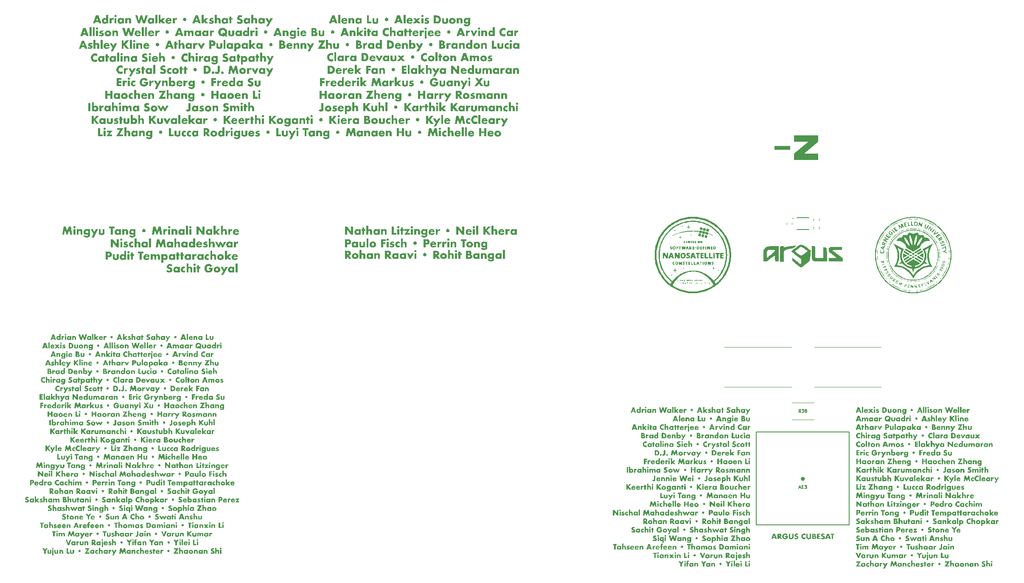
<source format=gbr>
%TF.GenerationSoftware,KiCad,Pcbnew,9.0.1*%
%TF.CreationDate,2025-06-25T17:25:53-04:00*%
%TF.ProjectId,-Z,2d5a2e6b-6963-4616-945f-706362585858,rev?*%
%TF.SameCoordinates,Original*%
%TF.FileFunction,Legend,Top*%
%TF.FilePolarity,Positive*%
%FSLAX46Y46*%
G04 Gerber Fmt 4.6, Leading zero omitted, Abs format (unit mm)*
G04 Created by KiCad (PCBNEW 9.0.1) date 2025-06-25 17:25:53*
%MOMM*%
%LPD*%
G01*
G04 APERTURE LIST*
%ADD10C,0.000000*%
%ADD11C,0.300000*%
%ADD12C,0.254000*%
%ADD13C,0.228600*%
%ADD14C,0.127000*%
%ADD15C,0.120000*%
%ADD16C,0.152400*%
%ADD17C,0.381000*%
G04 APERTURE END LIST*
D10*
G36*
X143114591Y-83160001D02*
G01*
X143118499Y-83160087D01*
X143122540Y-83160253D01*
X143126690Y-83160528D01*
X143130921Y-83160937D01*
X143133058Y-83161201D01*
X143135205Y-83161508D01*
X143137359Y-83161863D01*
X143139516Y-83162269D01*
X143134913Y-83182984D01*
X143131361Y-83182126D01*
X143127647Y-83181294D01*
X143123826Y-83180517D01*
X143119951Y-83179820D01*
X143116075Y-83179231D01*
X143112254Y-83178776D01*
X143108540Y-83178484D01*
X143106741Y-83178407D01*
X143104988Y-83178381D01*
X143101158Y-83178488D01*
X143097435Y-83178808D01*
X143093821Y-83179337D01*
X143090314Y-83180071D01*
X143086915Y-83181008D01*
X143083624Y-83182144D01*
X143080441Y-83183475D01*
X143077366Y-83184999D01*
X143074399Y-83186711D01*
X143071539Y-83188609D01*
X143068788Y-83190689D01*
X143066144Y-83192947D01*
X143063609Y-83195381D01*
X143061181Y-83197987D01*
X143058861Y-83200762D01*
X143056649Y-83203702D01*
X143054545Y-83206777D01*
X143052553Y-83209964D01*
X143050676Y-83213266D01*
X143048916Y-83216686D01*
X143047278Y-83220227D01*
X143045764Y-83223892D01*
X143044379Y-83227686D01*
X143043125Y-83231612D01*
X143042006Y-83235672D01*
X143041026Y-83239870D01*
X143040187Y-83244210D01*
X143039493Y-83248696D01*
X143038947Y-83253329D01*
X143038553Y-83258114D01*
X143038314Y-83263055D01*
X143038234Y-83268154D01*
X143038234Y-83397058D01*
X143017517Y-83397058D01*
X143017517Y-83164570D01*
X143035932Y-83164570D01*
X143038234Y-83206004D01*
X143040536Y-83206004D01*
X143042288Y-83203010D01*
X143044087Y-83200078D01*
X143045927Y-83197213D01*
X143047801Y-83194422D01*
X143049702Y-83191712D01*
X143051622Y-83189090D01*
X143053557Y-83186562D01*
X143055498Y-83184136D01*
X143057439Y-83181817D01*
X143059373Y-83179613D01*
X143061294Y-83177530D01*
X143063195Y-83175576D01*
X143065068Y-83173756D01*
X143066909Y-83172078D01*
X143068708Y-83170549D01*
X143070460Y-83169174D01*
X143072240Y-83167933D01*
X143074120Y-83166796D01*
X143076095Y-83165760D01*
X143078157Y-83164822D01*
X143080300Y-83163978D01*
X143082518Y-83163226D01*
X143084803Y-83162561D01*
X143087149Y-83161980D01*
X143089548Y-83161480D01*
X143091995Y-83161058D01*
X143094482Y-83160710D01*
X143097003Y-83160433D01*
X143099551Y-83160223D01*
X143102120Y-83160078D01*
X143104701Y-83159993D01*
X143107290Y-83159965D01*
X143114591Y-83160001D01*
G37*
G36*
X142329548Y-72800729D02*
G01*
X142592328Y-72811816D01*
X142848165Y-72829700D01*
X143096945Y-72853897D01*
X143338555Y-72883920D01*
X143572881Y-72919285D01*
X143799810Y-72959505D01*
X144019228Y-73004094D01*
X144231023Y-73052569D01*
X144435080Y-73104442D01*
X144631287Y-73159228D01*
X144819530Y-73216442D01*
X144999695Y-73275599D01*
X145171670Y-73336212D01*
X145490594Y-73459866D01*
X145775394Y-73583519D01*
X146025164Y-73703289D01*
X146238996Y-73815289D01*
X146415984Y-73915637D01*
X146555220Y-74000446D01*
X146655797Y-74065834D01*
X146737347Y-74122805D01*
X146415984Y-73939734D01*
X146025164Y-73752087D01*
X145775394Y-73646249D01*
X145490594Y-73536978D01*
X145171670Y-73427708D01*
X144819530Y-73321870D01*
X144435080Y-73222897D01*
X144019228Y-73134222D01*
X143572881Y-73059277D01*
X143096945Y-73001496D01*
X142592328Y-72964309D01*
X142059937Y-72951151D01*
X141790274Y-72954512D01*
X141527339Y-72964309D01*
X141271254Y-72980113D01*
X141022138Y-73001496D01*
X140780111Y-73028027D01*
X140545294Y-73059277D01*
X140317806Y-73094819D01*
X140097769Y-73134222D01*
X139885301Y-73177058D01*
X139680523Y-73222897D01*
X139483555Y-73271311D01*
X139294518Y-73321870D01*
X139113531Y-73374145D01*
X138940714Y-73427708D01*
X138620073Y-73536978D01*
X138333555Y-73646249D01*
X138082122Y-73752087D01*
X137866734Y-73851059D01*
X137688353Y-73939734D01*
X137547939Y-74014679D01*
X137446454Y-74072461D01*
X137364113Y-74122805D01*
X137688353Y-73915637D01*
X138082122Y-73703289D01*
X138333555Y-73583519D01*
X138620073Y-73459866D01*
X138940714Y-73336212D01*
X139294518Y-73216442D01*
X139680523Y-73104442D01*
X140097769Y-73004094D01*
X140545294Y-72919285D01*
X141022138Y-72853897D01*
X141527339Y-72811816D01*
X142059937Y-72796926D01*
X142329548Y-72800729D01*
G37*
G36*
X141950969Y-82651320D02*
G01*
X141954671Y-82651522D01*
X141958252Y-82651859D01*
X141961712Y-82652331D01*
X141965050Y-82652938D01*
X141968267Y-82653680D01*
X141971362Y-82654557D01*
X141974336Y-82655568D01*
X141977189Y-82656715D01*
X141979920Y-82657996D01*
X141982530Y-82659412D01*
X141985018Y-82660963D01*
X141987385Y-82662649D01*
X141989631Y-82664470D01*
X141991755Y-82666426D01*
X141993758Y-82668516D01*
X141995640Y-82670741D01*
X141997400Y-82673102D01*
X141999039Y-82675597D01*
X142000556Y-82678227D01*
X142001952Y-82680992D01*
X142003226Y-82683892D01*
X142004380Y-82686926D01*
X142005411Y-82690096D01*
X142006322Y-82693400D01*
X142007111Y-82696840D01*
X142007778Y-82700414D01*
X142008325Y-82704123D01*
X142008749Y-82707967D01*
X142009053Y-82711946D01*
X142009235Y-82716060D01*
X142009296Y-82720308D01*
X142009296Y-82837703D01*
X142039220Y-82837703D01*
X142039220Y-82849213D01*
X141924126Y-82849213D01*
X141924126Y-82837703D01*
X141949447Y-82837703D01*
X141949447Y-82704195D01*
X141949366Y-82698876D01*
X141949119Y-82694120D01*
X141948704Y-82689896D01*
X141948117Y-82686175D01*
X141947757Y-82684494D01*
X141947354Y-82682926D01*
X141946906Y-82681470D01*
X141946413Y-82680119D01*
X141945874Y-82678872D01*
X141945289Y-82677724D01*
X141944658Y-82676670D01*
X141943980Y-82675709D01*
X141943255Y-82674835D01*
X141942483Y-82674045D01*
X141941662Y-82673335D01*
X141940793Y-82672701D01*
X141939875Y-82672140D01*
X141938907Y-82671647D01*
X141937890Y-82671220D01*
X141936823Y-82670853D01*
X141934536Y-82670288D01*
X141932044Y-82669923D01*
X141929342Y-82669725D01*
X141926428Y-82669666D01*
X141924277Y-82669772D01*
X141922143Y-82670084D01*
X141920026Y-82670590D01*
X141917931Y-82671280D01*
X141915860Y-82672144D01*
X141913814Y-82673171D01*
X141911797Y-82674351D01*
X141909812Y-82675673D01*
X141907860Y-82677126D01*
X141905944Y-82678700D01*
X141904067Y-82680385D01*
X141902232Y-82682169D01*
X141900440Y-82684043D01*
X141898695Y-82685996D01*
X141895353Y-82690095D01*
X141892227Y-82694384D01*
X141889338Y-82698777D01*
X141886704Y-82703190D01*
X141884347Y-82707539D01*
X141882287Y-82711740D01*
X141880544Y-82715709D01*
X141879137Y-82719360D01*
X141878089Y-82722610D01*
X141878089Y-82837703D01*
X141903410Y-82837703D01*
X141903410Y-82849213D01*
X141788316Y-82849213D01*
X141788316Y-82837703D01*
X141818240Y-82837703D01*
X141818240Y-82669666D01*
X141788316Y-82669666D01*
X141788316Y-82658157D01*
X141875787Y-82658157D01*
X141875787Y-82692685D01*
X141876919Y-82690339D01*
X141878156Y-82688048D01*
X141879494Y-82685813D01*
X141880930Y-82683636D01*
X141882461Y-82681517D01*
X141884082Y-82679460D01*
X141885791Y-82677463D01*
X141887584Y-82675530D01*
X141889458Y-82673660D01*
X141891410Y-82671856D01*
X141893436Y-82670119D01*
X141895533Y-82668449D01*
X141897697Y-82666848D01*
X141899925Y-82665318D01*
X141902214Y-82663860D01*
X141904561Y-82662474D01*
X141906961Y-82661163D01*
X141909412Y-82659927D01*
X141911910Y-82658767D01*
X141914451Y-82657686D01*
X141917034Y-82656684D01*
X141919653Y-82655762D01*
X141922306Y-82654923D01*
X141924990Y-82654166D01*
X141927700Y-82653493D01*
X141930434Y-82652906D01*
X141933188Y-82652406D01*
X141935959Y-82651994D01*
X141938744Y-82651672D01*
X141941539Y-82651440D01*
X141944340Y-82651299D01*
X141947145Y-82651252D01*
X141950969Y-82651320D01*
G37*
G36*
X185138579Y-71734036D02*
G01*
X185407914Y-71695618D01*
X185448511Y-71829710D01*
X185002350Y-71893210D01*
X185002350Y-71893209D01*
X184887300Y-71085171D01*
X185043075Y-71063053D01*
X185138579Y-71734036D01*
G37*
G36*
X191477942Y-73806886D02*
G01*
X191372849Y-73887531D01*
X191178540Y-73634061D01*
X191024551Y-73752065D01*
X191174305Y-73947221D01*
X191083078Y-74044165D01*
X190920412Y-73831969D01*
X190741130Y-73969446D01*
X190942638Y-74232229D01*
X190837545Y-74312875D01*
X190541742Y-73927113D01*
X191189440Y-73430437D01*
X191477942Y-73806886D01*
G37*
G36*
X141687790Y-82653674D02*
G01*
X141693076Y-82654033D01*
X141698283Y-82654627D01*
X141703403Y-82655450D01*
X141708430Y-82656500D01*
X141713358Y-82657771D01*
X141718181Y-82659260D01*
X141722892Y-82660962D01*
X141727485Y-82662873D01*
X141731954Y-82664989D01*
X141736292Y-82667306D01*
X141740493Y-82669819D01*
X141744551Y-82672524D01*
X141748459Y-82675418D01*
X141752212Y-82678495D01*
X141755802Y-82681751D01*
X141759223Y-82685183D01*
X141762470Y-82688786D01*
X141765535Y-82692556D01*
X141768412Y-82696489D01*
X141771096Y-82700580D01*
X141773580Y-82704826D01*
X141775857Y-82709221D01*
X141777921Y-82713762D01*
X141779766Y-82718445D01*
X141781386Y-82723266D01*
X141782774Y-82728219D01*
X141783923Y-82733302D01*
X141784828Y-82738509D01*
X141785483Y-82743837D01*
X141785880Y-82749281D01*
X141786014Y-82754837D01*
X141785880Y-82760184D01*
X141785483Y-82765433D01*
X141784828Y-82770578D01*
X141783923Y-82775617D01*
X141782774Y-82780544D01*
X141781386Y-82785356D01*
X141779766Y-82790048D01*
X141777921Y-82794616D01*
X141775857Y-82799056D01*
X141773580Y-82803364D01*
X141771096Y-82807535D01*
X141768412Y-82811565D01*
X141765535Y-82815450D01*
X141762470Y-82819187D01*
X141759223Y-82822769D01*
X141755802Y-82826194D01*
X141752212Y-82829458D01*
X141748459Y-82832555D01*
X141744551Y-82835482D01*
X141740493Y-82838234D01*
X141736292Y-82840808D01*
X141731954Y-82843199D01*
X141727485Y-82845402D01*
X141722892Y-82847415D01*
X141718181Y-82849231D01*
X141713358Y-82850848D01*
X141708430Y-82852261D01*
X141703403Y-82853466D01*
X141698283Y-82854458D01*
X141693076Y-82855234D01*
X141687790Y-82855789D01*
X141682430Y-82856118D01*
X141677069Y-82855998D01*
X141671783Y-82855638D01*
X141666577Y-82855045D01*
X141661457Y-82854221D01*
X141656429Y-82853172D01*
X141651501Y-82851900D01*
X141646678Y-82850411D01*
X141641967Y-82848709D01*
X141637374Y-82846798D01*
X141632905Y-82844682D01*
X141628567Y-82842365D01*
X141624366Y-82839852D01*
X141620308Y-82837147D01*
X141616400Y-82834254D01*
X141612647Y-82831177D01*
X141609057Y-82827920D01*
X141605636Y-82824489D01*
X141602389Y-82820886D01*
X141599324Y-82817116D01*
X141596446Y-82813183D01*
X141593763Y-82809092D01*
X141591279Y-82804847D01*
X141589002Y-82800451D01*
X141587102Y-82796270D01*
X141645599Y-82796270D01*
X141645639Y-82799238D01*
X141645760Y-82802098D01*
X141645960Y-82804852D01*
X141646238Y-82807501D01*
X141646593Y-82810045D01*
X141647026Y-82812486D01*
X141647534Y-82814823D01*
X141648117Y-82817059D01*
X141648774Y-82819194D01*
X141649505Y-82821228D01*
X141650308Y-82823162D01*
X141651183Y-82824999D01*
X141652129Y-82826737D01*
X141653144Y-82828378D01*
X141654229Y-82829924D01*
X141655382Y-82831374D01*
X141656603Y-82832729D01*
X141657890Y-82833991D01*
X141659243Y-82835160D01*
X141660661Y-82836238D01*
X141662142Y-82837224D01*
X141663687Y-82838120D01*
X141665295Y-82838927D01*
X141666964Y-82839646D01*
X141668693Y-82840276D01*
X141670483Y-82840820D01*
X141672331Y-82841278D01*
X141674238Y-82841651D01*
X141676202Y-82841939D01*
X141678223Y-82842144D01*
X141680299Y-82842266D01*
X141682430Y-82842307D01*
X141686637Y-82842144D01*
X141690621Y-82841651D01*
X141692528Y-82841278D01*
X141694376Y-82840820D01*
X141696166Y-82840276D01*
X141697895Y-82839646D01*
X141699564Y-82838927D01*
X141701172Y-82838120D01*
X141702717Y-82837224D01*
X141704198Y-82836238D01*
X141705616Y-82835160D01*
X141706969Y-82833991D01*
X141708256Y-82832729D01*
X141709477Y-82831374D01*
X141710630Y-82829924D01*
X141711714Y-82828378D01*
X141712730Y-82826737D01*
X141713676Y-82824999D01*
X141714551Y-82823162D01*
X141715354Y-82821228D01*
X141716085Y-82819194D01*
X141716742Y-82817059D01*
X141717325Y-82814823D01*
X141717833Y-82812486D01*
X141718621Y-82807501D01*
X141719099Y-82802098D01*
X141719260Y-82796270D01*
X141719260Y-82711101D01*
X141719219Y-82708133D01*
X141719099Y-82705273D01*
X141718899Y-82702519D01*
X141718621Y-82699870D01*
X141718266Y-82697326D01*
X141717833Y-82694886D01*
X141717325Y-82692548D01*
X141716742Y-82690312D01*
X141716085Y-82688178D01*
X141715354Y-82686143D01*
X141714551Y-82684209D01*
X141713676Y-82682372D01*
X141712730Y-82680634D01*
X141711714Y-82678993D01*
X141710630Y-82677447D01*
X141709477Y-82675997D01*
X141708256Y-82674641D01*
X141706969Y-82673379D01*
X141705616Y-82672210D01*
X141704198Y-82671132D01*
X141702717Y-82670146D01*
X141701172Y-82669250D01*
X141699564Y-82668443D01*
X141697895Y-82667724D01*
X141696166Y-82667094D01*
X141694376Y-82666550D01*
X141692528Y-82666092D01*
X141690621Y-82665719D01*
X141688657Y-82665431D01*
X141686637Y-82665226D01*
X141684561Y-82665103D01*
X141682430Y-82665063D01*
X141678223Y-82665226D01*
X141674238Y-82665719D01*
X141672331Y-82666092D01*
X141670483Y-82666550D01*
X141668693Y-82667094D01*
X141666964Y-82667724D01*
X141665295Y-82668443D01*
X141663687Y-82669250D01*
X141662142Y-82670146D01*
X141660661Y-82671132D01*
X141659243Y-82672210D01*
X141657890Y-82673379D01*
X141656603Y-82674641D01*
X141655382Y-82675997D01*
X141654229Y-82677447D01*
X141653144Y-82678993D01*
X141652129Y-82680634D01*
X141651183Y-82682372D01*
X141650308Y-82684209D01*
X141649505Y-82686143D01*
X141648774Y-82688178D01*
X141648117Y-82690312D01*
X141647534Y-82692548D01*
X141647026Y-82694886D01*
X141646238Y-82699870D01*
X141645760Y-82705273D01*
X141645599Y-82711101D01*
X141645599Y-82796270D01*
X141587102Y-82796270D01*
X141586938Y-82795910D01*
X141585093Y-82791227D01*
X141583473Y-82786407D01*
X141582085Y-82781454D01*
X141580936Y-82776372D01*
X141580031Y-82771165D01*
X141579376Y-82765837D01*
X141578979Y-82760393D01*
X141578845Y-82754837D01*
X141578979Y-82749281D01*
X141579376Y-82743837D01*
X141580031Y-82738509D01*
X141580936Y-82733302D01*
X141582085Y-82728219D01*
X141583473Y-82723266D01*
X141585093Y-82718445D01*
X141586938Y-82713762D01*
X141588147Y-82711101D01*
X141589002Y-82709221D01*
X141591279Y-82704826D01*
X141593763Y-82700580D01*
X141596446Y-82696489D01*
X141599324Y-82692556D01*
X141602389Y-82688786D01*
X141605636Y-82685183D01*
X141609057Y-82681751D01*
X141612647Y-82678495D01*
X141616400Y-82675418D01*
X141620308Y-82672524D01*
X141624366Y-82669819D01*
X141628567Y-82667306D01*
X141632905Y-82664989D01*
X141637374Y-82662873D01*
X141641967Y-82660962D01*
X141646678Y-82659260D01*
X141651501Y-82657771D01*
X141656429Y-82656500D01*
X141661457Y-82655450D01*
X141666577Y-82654627D01*
X141671783Y-82654033D01*
X141677069Y-82653674D01*
X141682430Y-82653553D01*
X141687790Y-82653674D01*
G37*
G36*
X140360407Y-83157718D02*
G01*
X140364215Y-83157876D01*
X140367975Y-83158135D01*
X140371692Y-83158492D01*
X140375368Y-83158943D01*
X140379007Y-83159486D01*
X140382612Y-83160116D01*
X140386187Y-83160830D01*
X140389734Y-83161625D01*
X140393258Y-83162498D01*
X140400249Y-83164463D01*
X140407186Y-83166697D01*
X140414096Y-83169174D01*
X140407191Y-83187588D01*
X140399629Y-83185210D01*
X140392444Y-83183237D01*
X140385584Y-83181641D01*
X140378993Y-83180395D01*
X140372618Y-83179473D01*
X140366405Y-83178848D01*
X140360299Y-83178493D01*
X140354248Y-83178381D01*
X140349124Y-83178488D01*
X140344114Y-83178808D01*
X140339226Y-83179337D01*
X140334466Y-83180071D01*
X140329841Y-83181008D01*
X140325357Y-83182144D01*
X140321022Y-83183475D01*
X140316842Y-83184999D01*
X140312824Y-83186711D01*
X140308975Y-83188609D01*
X140305300Y-83190689D01*
X140301808Y-83192947D01*
X140298505Y-83195381D01*
X140295397Y-83197987D01*
X140292492Y-83200762D01*
X140289795Y-83203702D01*
X140287261Y-83207235D01*
X140284841Y-83210931D01*
X140282542Y-83214788D01*
X140280372Y-83218808D01*
X140278336Y-83222989D01*
X140276442Y-83227332D01*
X140274697Y-83231837D01*
X140273106Y-83236503D01*
X140271678Y-83241332D01*
X140270418Y-83246322D01*
X140269333Y-83251474D01*
X140268431Y-83256788D01*
X140267717Y-83262264D01*
X140267199Y-83267902D01*
X140266883Y-83273702D01*
X140266776Y-83279663D01*
X140266858Y-83285599D01*
X140267104Y-83291326D01*
X140267520Y-83296850D01*
X140268107Y-83302179D01*
X140268870Y-83307319D01*
X140269811Y-83312277D01*
X140270934Y-83317059D01*
X140272243Y-83321673D01*
X140273741Y-83326125D01*
X140275431Y-83330422D01*
X140277317Y-83334571D01*
X140279401Y-83338578D01*
X140281688Y-83342450D01*
X140284180Y-83346194D01*
X140286881Y-83349817D01*
X140289795Y-83353324D01*
X140292466Y-83356669D01*
X140295298Y-83359798D01*
X140298292Y-83362711D01*
X140301449Y-83365409D01*
X140304766Y-83367890D01*
X140308246Y-83370156D01*
X140311888Y-83372206D01*
X140315691Y-83374040D01*
X140319657Y-83375659D01*
X140323784Y-83377062D01*
X140328073Y-83378249D01*
X140332524Y-83379220D01*
X140337137Y-83379975D01*
X140341911Y-83380514D01*
X140346848Y-83380838D01*
X140351946Y-83380946D01*
X140355829Y-83380893D01*
X140359706Y-83380735D01*
X140363569Y-83380476D01*
X140367412Y-83380119D01*
X140371228Y-83379668D01*
X140375010Y-83379125D01*
X140378751Y-83378495D01*
X140382446Y-83377781D01*
X140386086Y-83376986D01*
X140389666Y-83376113D01*
X140393179Y-83375166D01*
X140396617Y-83374149D01*
X140399974Y-83373064D01*
X140403244Y-83371915D01*
X140406419Y-83370705D01*
X140409493Y-83369438D01*
X140409493Y-83390154D01*
X140406849Y-83391395D01*
X140404094Y-83392532D01*
X140401224Y-83393567D01*
X140398236Y-83394505D01*
X140395126Y-83395349D01*
X140391892Y-83396101D01*
X140388530Y-83396766D01*
X140385036Y-83397347D01*
X140381407Y-83397846D01*
X140377640Y-83398268D01*
X140373731Y-83398616D01*
X140369678Y-83398894D01*
X140365476Y-83399103D01*
X140361122Y-83399249D01*
X140351946Y-83399361D01*
X140345959Y-83399227D01*
X140340086Y-83398826D01*
X140334335Y-83398163D01*
X140328712Y-83397239D01*
X140323223Y-83396060D01*
X140317877Y-83394627D01*
X140312678Y-83392945D01*
X140307635Y-83391017D01*
X140302754Y-83388846D01*
X140298041Y-83386436D01*
X140293503Y-83383789D01*
X140289148Y-83380910D01*
X140284982Y-83377802D01*
X140281011Y-83374467D01*
X140277242Y-83370911D01*
X140273682Y-83367135D01*
X140270338Y-83363143D01*
X140267208Y-83358939D01*
X140264295Y-83354526D01*
X140261597Y-83349907D01*
X140259116Y-83345086D01*
X140256850Y-83340065D01*
X140254800Y-83334849D01*
X140252965Y-83329441D01*
X140251347Y-83323845D01*
X140249944Y-83318062D01*
X140248757Y-83312098D01*
X140247786Y-83305955D01*
X140247031Y-83299636D01*
X140246491Y-83293146D01*
X140246167Y-83286487D01*
X140246060Y-83279663D01*
X140246168Y-83272434D01*
X140246496Y-83265420D01*
X140247046Y-83258623D01*
X140247822Y-83252041D01*
X140248827Y-83245674D01*
X140250065Y-83239524D01*
X140251539Y-83233590D01*
X140253253Y-83227871D01*
X140255209Y-83222368D01*
X140257412Y-83217081D01*
X140259863Y-83212010D01*
X140262568Y-83207154D01*
X140265529Y-83202515D01*
X140268750Y-83198091D01*
X140272234Y-83193882D01*
X140275984Y-83189890D01*
X140279544Y-83186114D01*
X140283317Y-83182558D01*
X140287298Y-83179224D01*
X140291486Y-83176115D01*
X140295875Y-83173236D01*
X140300464Y-83170590D01*
X140305248Y-83168180D01*
X140310224Y-83166009D01*
X140315389Y-83164081D01*
X140320740Y-83162399D01*
X140326273Y-83160966D01*
X140331984Y-83159787D01*
X140337871Y-83158863D01*
X140343929Y-83158200D01*
X140350157Y-83157799D01*
X140356549Y-83157665D01*
X140360407Y-83157718D01*
G37*
G36*
X141010283Y-79106365D02*
G01*
X140867566Y-79106365D01*
X140867566Y-79562136D01*
X140708737Y-79562136D01*
X140708737Y-79106365D01*
X140566020Y-79106365D01*
X140566020Y-78977460D01*
X141010283Y-78977460D01*
X141010283Y-79106365D01*
G37*
G36*
X145478221Y-79382590D02*
G01*
X145480523Y-79382590D01*
X145479003Y-79360785D01*
X145477861Y-79340221D01*
X145477043Y-79320844D01*
X145476494Y-79302600D01*
X145475991Y-79269294D01*
X145475919Y-79239873D01*
X145475919Y-78975158D01*
X145616333Y-78975158D01*
X145616333Y-79562136D01*
X145614032Y-79562136D01*
X145406863Y-79562136D01*
X145192788Y-79150100D01*
X145188186Y-79150100D01*
X145191206Y-79195814D01*
X145193364Y-79236133D01*
X145194659Y-79270841D01*
X145195091Y-79299722D01*
X145195091Y-79562136D01*
X145056978Y-79562136D01*
X145056978Y-78975158D01*
X145264147Y-78975158D01*
X145478221Y-79382590D01*
G37*
G36*
X139327612Y-83394758D02*
G01*
X139306895Y-83394758D01*
X139306895Y-83063286D01*
X139327612Y-83063286D01*
X139327612Y-83394758D01*
G37*
G36*
X142538485Y-74829966D02*
G01*
X142557614Y-74831418D01*
X142575402Y-74833835D01*
X142591850Y-74837214D01*
X142606964Y-74841549D01*
X142614020Y-74844075D01*
X142620745Y-74846839D01*
X142627137Y-74849841D01*
X142633198Y-74853080D01*
X142638927Y-74856556D01*
X142644326Y-74860268D01*
X142649394Y-74864217D01*
X142654131Y-74868401D01*
X142658540Y-74872820D01*
X142662619Y-74877474D01*
X142666369Y-74882362D01*
X142669792Y-74887485D01*
X142672886Y-74892840D01*
X142675652Y-74898429D01*
X142678092Y-74904251D01*
X142680205Y-74910304D01*
X142681992Y-74916590D01*
X142683453Y-74923107D01*
X142684588Y-74929855D01*
X142685399Y-74936833D01*
X142686047Y-74951480D01*
X142685776Y-74960409D01*
X142684963Y-74969068D01*
X142683604Y-74977457D01*
X142681695Y-74985577D01*
X142679233Y-74993427D01*
X142676214Y-75001007D01*
X142672636Y-75008317D01*
X142668495Y-75015357D01*
X142663787Y-75022128D01*
X142658510Y-75028629D01*
X142652659Y-75034860D01*
X142646232Y-75040822D01*
X142639224Y-75046514D01*
X142631634Y-75051936D01*
X142623456Y-75057088D01*
X142614689Y-75061971D01*
X142734387Y-75241516D01*
X142607783Y-75241516D01*
X142520312Y-75089593D01*
X142494992Y-75089593D01*
X142494992Y-75091895D01*
X142494992Y-75243818D01*
X142382199Y-75243818D01*
X142382199Y-75009027D01*
X142382199Y-74912348D01*
X142492690Y-74912348D01*
X142492690Y-75009027D01*
X142494992Y-75009027D01*
X142515709Y-75009027D01*
X142522804Y-75008812D01*
X142526170Y-75008544D01*
X142529416Y-75008169D01*
X142532543Y-75007687D01*
X142535550Y-75007100D01*
X142538439Y-75006408D01*
X142541209Y-75005610D01*
X142543861Y-75004709D01*
X142546395Y-75003703D01*
X142548813Y-75002593D01*
X142551113Y-75001380D01*
X142553297Y-75000064D01*
X142555366Y-74998646D01*
X142557318Y-74997126D01*
X142559156Y-74995504D01*
X142560879Y-74993781D01*
X142562488Y-74991957D01*
X142563983Y-74990033D01*
X142565365Y-74988009D01*
X142566634Y-74985886D01*
X142567790Y-74983663D01*
X142568834Y-74981342D01*
X142569766Y-74978923D01*
X142570587Y-74976406D01*
X142571298Y-74973792D01*
X142571898Y-74971080D01*
X142572387Y-74968272D01*
X142572768Y-74965368D01*
X142573039Y-74962369D01*
X142573255Y-74956084D01*
X142573201Y-74953528D01*
X142573039Y-74951041D01*
X142572768Y-74948622D01*
X142572387Y-74946274D01*
X142571898Y-74943997D01*
X142571298Y-74941791D01*
X142570587Y-74939657D01*
X142569766Y-74937597D01*
X142568834Y-74935611D01*
X142567790Y-74933700D01*
X142566634Y-74931865D01*
X142565365Y-74930107D01*
X142563983Y-74928426D01*
X142562488Y-74926824D01*
X142560879Y-74925301D01*
X142559156Y-74923858D01*
X142557318Y-74922496D01*
X142555366Y-74921215D01*
X142553297Y-74920018D01*
X142551113Y-74918903D01*
X142548813Y-74917873D01*
X142546395Y-74916929D01*
X142543861Y-74916070D01*
X142541209Y-74915298D01*
X142538439Y-74914613D01*
X142535550Y-74914018D01*
X142532543Y-74913511D01*
X142529416Y-74913095D01*
X142526170Y-74912770D01*
X142522804Y-74912536D01*
X142519317Y-74912396D01*
X142515709Y-74912348D01*
X142492690Y-74912348D01*
X142382199Y-74912348D01*
X142382199Y-74829481D01*
X142518011Y-74829481D01*
X142538485Y-74829966D01*
G37*
G36*
X145989237Y-76051777D02*
G01*
X145800483Y-76051777D01*
X145800483Y-76143851D01*
X145975427Y-76143851D01*
X145975427Y-76270454D01*
X145800483Y-76270454D01*
X145800483Y-76380944D01*
X145989237Y-76380944D01*
X145989237Y-76512152D01*
X145641655Y-76512152D01*
X145641655Y-75925173D01*
X145989237Y-75925173D01*
X145989237Y-76051777D01*
G37*
G36*
X142221068Y-82554573D02*
G01*
X142193446Y-82554573D01*
X142193446Y-82741024D01*
X142194401Y-82751240D01*
X142195586Y-82761139D01*
X142197067Y-82770674D01*
X142198913Y-82779797D01*
X142201190Y-82788462D01*
X142202511Y-82792607D01*
X142203966Y-82796621D01*
X142205562Y-82800496D01*
X142207308Y-82804227D01*
X142209213Y-82807808D01*
X142211285Y-82811233D01*
X142213532Y-82814496D01*
X142215963Y-82817591D01*
X142218586Y-82820513D01*
X142221410Y-82823255D01*
X142224442Y-82825811D01*
X142227693Y-82828177D01*
X142231169Y-82830345D01*
X142234879Y-82832309D01*
X142238833Y-82834065D01*
X142243037Y-82835606D01*
X142247501Y-82836926D01*
X142252233Y-82838019D01*
X142257242Y-82838880D01*
X142262536Y-82839502D01*
X142268123Y-82839879D01*
X142274011Y-82840006D01*
X142280908Y-82839707D01*
X142287751Y-82838801D01*
X142294486Y-82837275D01*
X142301059Y-82835115D01*
X142304268Y-82833793D01*
X142307416Y-82832307D01*
X142310497Y-82830656D01*
X142313503Y-82828838D01*
X142316429Y-82826852D01*
X142319267Y-82824695D01*
X142322010Y-82822367D01*
X142324653Y-82819864D01*
X142327187Y-82817187D01*
X142329607Y-82814332D01*
X142331906Y-82811299D01*
X142334076Y-82808085D01*
X142336111Y-82804689D01*
X142338005Y-82801110D01*
X142339751Y-82797345D01*
X142341341Y-82793393D01*
X142342770Y-82789252D01*
X142344030Y-82784920D01*
X142345114Y-82780397D01*
X142346017Y-82775679D01*
X142346730Y-82770766D01*
X142347249Y-82765656D01*
X142347564Y-82760347D01*
X142347671Y-82754837D01*
X142347671Y-82586800D01*
X142347640Y-82582265D01*
X142347527Y-82578145D01*
X142347307Y-82574423D01*
X142346952Y-82571082D01*
X142346715Y-82569549D01*
X142346435Y-82568105D01*
X142346107Y-82566748D01*
X142345729Y-82565476D01*
X142345297Y-82564286D01*
X142344808Y-82563176D01*
X142344257Y-82562146D01*
X142343643Y-82561191D01*
X142342962Y-82560311D01*
X142342209Y-82559502D01*
X142341382Y-82558764D01*
X142340478Y-82558093D01*
X142339493Y-82557489D01*
X142338424Y-82556948D01*
X142337267Y-82556468D01*
X142336018Y-82556048D01*
X142334676Y-82555685D01*
X142333235Y-82555378D01*
X142331694Y-82555123D01*
X142330048Y-82554920D01*
X142328294Y-82554765D01*
X142326429Y-82554657D01*
X142322351Y-82554573D01*
X142317747Y-82554573D01*
X142317747Y-82543064D01*
X142393709Y-82543064D01*
X142393709Y-82554573D01*
X142384501Y-82554573D01*
X142381587Y-82554631D01*
X142378886Y-82554821D01*
X142376394Y-82555165D01*
X142374107Y-82555688D01*
X142373040Y-82556024D01*
X142372023Y-82556414D01*
X142371055Y-82556860D01*
X142370137Y-82557365D01*
X142369268Y-82557933D01*
X142368447Y-82558566D01*
X142367675Y-82559268D01*
X142366950Y-82560040D01*
X142366272Y-82560887D01*
X142365641Y-82561811D01*
X142365056Y-82562815D01*
X142364517Y-82563902D01*
X142364024Y-82565075D01*
X142363576Y-82566337D01*
X142363173Y-82567691D01*
X142362813Y-82569140D01*
X142362498Y-82570686D01*
X142362226Y-82572333D01*
X142361811Y-82575942D01*
X142361564Y-82579988D01*
X142361483Y-82584497D01*
X142361483Y-82750232D01*
X142361075Y-82762042D01*
X142359842Y-82773287D01*
X142358910Y-82778688D01*
X142357765Y-82783937D01*
X142356406Y-82789032D01*
X142354829Y-82793967D01*
X142353033Y-82798741D01*
X142351016Y-82803350D01*
X142348775Y-82807790D01*
X142346309Y-82812059D01*
X142343616Y-82816152D01*
X142340692Y-82820066D01*
X142337537Y-82823798D01*
X142334148Y-82827345D01*
X142330523Y-82830703D01*
X142326660Y-82833868D01*
X142322556Y-82836838D01*
X142318210Y-82839609D01*
X142313620Y-82842178D01*
X142308783Y-82844541D01*
X142303697Y-82846696D01*
X142298361Y-82848637D01*
X142292772Y-82850363D01*
X142286927Y-82851870D01*
X142280826Y-82853154D01*
X142274465Y-82854212D01*
X142267843Y-82855041D01*
X142260958Y-82855637D01*
X142253807Y-82855998D01*
X142246388Y-82856118D01*
X142239774Y-82855998D01*
X142233311Y-82855637D01*
X142227004Y-82855039D01*
X142220857Y-82854208D01*
X142214873Y-82853145D01*
X142209057Y-82851855D01*
X142203412Y-82850339D01*
X142197941Y-82848601D01*
X142192650Y-82846644D01*
X142187541Y-82844471D01*
X142182618Y-82842085D01*
X142177885Y-82839488D01*
X142173347Y-82836684D01*
X142169006Y-82833676D01*
X142164866Y-82830466D01*
X142160932Y-82827057D01*
X142157206Y-82823453D01*
X142153694Y-82819656D01*
X142150398Y-82815670D01*
X142147323Y-82811497D01*
X142144471Y-82807140D01*
X142141848Y-82802603D01*
X142139457Y-82797887D01*
X142137301Y-82792997D01*
X142135385Y-82787935D01*
X142133712Y-82782703D01*
X142132286Y-82777306D01*
X142131111Y-82771745D01*
X142130190Y-82766025D01*
X142129528Y-82760147D01*
X142129127Y-82754115D01*
X142128993Y-82747931D01*
X142128993Y-82554573D01*
X142099069Y-82554573D01*
X142096767Y-82554573D01*
X142096767Y-82543064D01*
X142221068Y-82543064D01*
X142221068Y-82554573D01*
G37*
G36*
X142472783Y-80785249D02*
G01*
X142826003Y-80821692D01*
X143171737Y-80881442D01*
X143509183Y-80963689D01*
X143837539Y-81067624D01*
X144156001Y-81192438D01*
X144463768Y-81337322D01*
X144760037Y-81501465D01*
X145044005Y-81684060D01*
X145314870Y-81884296D01*
X145571829Y-82101364D01*
X145814080Y-82334456D01*
X146040820Y-82582762D01*
X146251247Y-82845473D01*
X146444558Y-83121779D01*
X146619951Y-83410871D01*
X146597641Y-83429212D01*
X146531641Y-83480919D01*
X146482693Y-83517731D01*
X146423345Y-83561020D01*
X146353772Y-83610165D01*
X146274149Y-83664543D01*
X146184649Y-83723533D01*
X146085447Y-83786515D01*
X145976718Y-83852865D01*
X145858635Y-83921963D01*
X145731373Y-83993186D01*
X145595106Y-84065914D01*
X145450010Y-84139525D01*
X145296257Y-84213397D01*
X145403054Y-84159661D01*
X145503225Y-84106813D01*
X145596735Y-84055209D01*
X145683546Y-84005206D01*
X145836926Y-83911423D01*
X145963074Y-83828310D01*
X146061697Y-83758713D01*
X146132504Y-83705477D01*
X146189501Y-83659473D01*
X146025390Y-83361640D01*
X145845991Y-83077229D01*
X145651985Y-82807042D01*
X145444053Y-82551876D01*
X145222876Y-82312531D01*
X144989136Y-82089806D01*
X144743513Y-81884500D01*
X144486689Y-81697412D01*
X144354289Y-81610950D01*
X144219344Y-81529342D01*
X144081940Y-81452689D01*
X143942161Y-81381089D01*
X143800092Y-81314643D01*
X143655819Y-81253451D01*
X143509427Y-81197613D01*
X143361000Y-81147228D01*
X143210625Y-81102397D01*
X143058386Y-81063219D01*
X142904368Y-81029795D01*
X142748656Y-81002223D01*
X142591337Y-80980605D01*
X142432494Y-80965040D01*
X142272213Y-80955627D01*
X142110578Y-80952468D01*
X141788663Y-80965040D01*
X141472500Y-81002223D01*
X141162771Y-81063219D01*
X140860157Y-81147228D01*
X140565338Y-81253451D01*
X140278996Y-81381089D01*
X140001813Y-81529342D01*
X139734468Y-81697412D01*
X139477644Y-81884500D01*
X139232021Y-82089806D01*
X138998281Y-82312531D01*
X138777104Y-82551876D01*
X138569172Y-82807042D01*
X138375166Y-83077229D01*
X138195767Y-83361640D01*
X138031656Y-83659473D01*
X138067863Y-83690801D01*
X138112599Y-83727615D01*
X138175055Y-83776443D01*
X138255206Y-83835721D01*
X138353027Y-83903885D01*
X138468491Y-83979371D01*
X138601574Y-84060615D01*
X138752250Y-84146052D01*
X138834177Y-84189855D01*
X138920493Y-84234119D01*
X139011195Y-84278649D01*
X139106278Y-84323251D01*
X139205741Y-84367728D01*
X139309580Y-84411884D01*
X139417791Y-84455525D01*
X139530372Y-84498454D01*
X139647319Y-84540477D01*
X139768629Y-84581397D01*
X139894299Y-84621019D01*
X140024326Y-84659148D01*
X140117250Y-84684347D01*
X139971760Y-84647368D01*
X139667047Y-84555058D01*
X139383303Y-84455267D01*
X139120536Y-84350047D01*
X138878752Y-84241450D01*
X138657957Y-84131528D01*
X138458158Y-84022333D01*
X138279361Y-83915916D01*
X138121571Y-83814331D01*
X137984797Y-83719628D01*
X137774316Y-83559081D01*
X137605809Y-83410871D01*
X137691222Y-83264777D01*
X137781228Y-83121779D01*
X137875723Y-82981977D01*
X137974608Y-82845473D01*
X138077780Y-82712367D01*
X138185138Y-82582762D01*
X138296580Y-82456758D01*
X138412005Y-82334456D01*
X138531311Y-82215958D01*
X138654396Y-82101364D01*
X138781159Y-81990777D01*
X138911498Y-81884296D01*
X139045312Y-81782023D01*
X139182500Y-81684060D01*
X139322959Y-81590507D01*
X139466587Y-81501465D01*
X139613285Y-81417036D01*
X139762949Y-81337322D01*
X139915478Y-81262422D01*
X140070771Y-81192438D01*
X140228726Y-81127472D01*
X140389242Y-81067624D01*
X140552217Y-81012996D01*
X140717549Y-80963689D01*
X140885136Y-80919804D01*
X141054878Y-80881442D01*
X141226673Y-80848705D01*
X141400419Y-80821692D01*
X141576014Y-80800507D01*
X141753357Y-80785249D01*
X141932346Y-80776020D01*
X142112880Y-80772921D01*
X142472783Y-80785249D01*
G37*
G36*
X140297438Y-84730144D02*
G01*
X140158707Y-84695588D01*
X140117250Y-84684347D01*
X140297438Y-84730144D01*
G37*
G36*
X144014229Y-83394758D02*
G01*
X143993512Y-83394758D01*
X143993512Y-83162269D01*
X144014229Y-83162269D01*
X144014229Y-83394758D01*
G37*
G36*
X191840420Y-80720460D02*
G01*
X191789198Y-80814513D01*
X191383857Y-80593342D01*
X191367451Y-80715791D01*
X191287652Y-80685735D01*
X191298025Y-80532193D01*
X191343321Y-80449177D01*
X191840420Y-80720460D01*
G37*
G36*
X139194808Y-82531620D02*
G01*
X139197788Y-82531813D01*
X139200739Y-82532123D01*
X139203661Y-82532543D01*
X139206552Y-82533065D01*
X139209412Y-82533679D01*
X139215036Y-82535151D01*
X139220524Y-82536893D01*
X139225871Y-82538838D01*
X139231069Y-82540917D01*
X139236112Y-82543064D01*
X139245706Y-82547290D01*
X139250244Y-82549235D01*
X139254599Y-82550977D01*
X139258766Y-82552449D01*
X139262737Y-82553584D01*
X139264647Y-82554004D01*
X139266505Y-82554315D01*
X139268312Y-82554507D01*
X139270065Y-82554573D01*
X139270915Y-82554560D01*
X139271737Y-82554520D01*
X139272533Y-82554452D01*
X139273302Y-82554358D01*
X139274044Y-82554236D01*
X139274758Y-82554088D01*
X139275446Y-82553913D01*
X139276107Y-82553710D01*
X139276741Y-82553481D01*
X139277348Y-82553225D01*
X139277928Y-82552941D01*
X139278481Y-82552631D01*
X139279007Y-82552294D01*
X139279506Y-82551930D01*
X139279978Y-82551539D01*
X139280423Y-82551121D01*
X139280841Y-82550676D01*
X139281232Y-82550203D01*
X139281597Y-82549704D01*
X139281934Y-82549178D01*
X139282244Y-82548625D01*
X139282527Y-82548045D01*
X139282783Y-82547438D01*
X139283013Y-82546805D01*
X139283215Y-82546144D01*
X139283390Y-82545456D01*
X139283539Y-82544741D01*
X139283660Y-82543999D01*
X139283755Y-82543230D01*
X139283822Y-82542435D01*
X139283862Y-82541612D01*
X139283876Y-82540762D01*
X139295385Y-82540762D01*
X139299989Y-82540762D01*
X139299989Y-82644347D01*
X139288479Y-82644347D01*
X139286864Y-82636002D01*
X139284618Y-82627438D01*
X139281758Y-82618759D01*
X139278301Y-82610070D01*
X139274264Y-82601476D01*
X139269665Y-82593080D01*
X139264519Y-82584988D01*
X139261746Y-82581089D01*
X139258843Y-82577304D01*
X139255812Y-82573648D01*
X139252655Y-82570133D01*
X139249374Y-82566772D01*
X139245972Y-82563578D01*
X139242449Y-82560565D01*
X139238809Y-82557746D01*
X139235054Y-82555132D01*
X139231185Y-82552739D01*
X139227204Y-82550578D01*
X139223115Y-82548663D01*
X139218919Y-82547007D01*
X139214617Y-82545622D01*
X139210213Y-82544522D01*
X139205708Y-82543721D01*
X139201105Y-82543230D01*
X139196405Y-82543064D01*
X139188396Y-82543505D01*
X139180782Y-82544867D01*
X139173579Y-82547206D01*
X139166804Y-82550581D01*
X139160474Y-82555048D01*
X139154607Y-82560665D01*
X139149218Y-82567489D01*
X139144325Y-82575578D01*
X139139944Y-82584988D01*
X139136093Y-82595777D01*
X139132788Y-82608003D01*
X139130046Y-82621723D01*
X139127884Y-82636994D01*
X139126319Y-82653873D01*
X139125368Y-82672418D01*
X139125047Y-82692685D01*
X139125266Y-82712221D01*
X139125937Y-82730275D01*
X139126448Y-82738757D01*
X139127080Y-82746880D01*
X139127835Y-82754648D01*
X139128715Y-82762065D01*
X139129724Y-82769135D01*
X139130863Y-82775862D01*
X139132136Y-82782248D01*
X139133544Y-82788299D01*
X139135090Y-82794017D01*
X139136778Y-82799407D01*
X139138608Y-82804473D01*
X139140584Y-82809218D01*
X139142709Y-82813646D01*
X139144985Y-82817760D01*
X139147414Y-82821566D01*
X139149999Y-82825066D01*
X139152742Y-82828264D01*
X139155647Y-82831164D01*
X139158715Y-82833769D01*
X139161949Y-82836085D01*
X139165351Y-82838114D01*
X139168925Y-82839860D01*
X139172672Y-82841327D01*
X139176596Y-82842518D01*
X139180698Y-82843439D01*
X139184982Y-82844091D01*
X139189449Y-82844480D01*
X139194103Y-82844609D01*
X139199201Y-82844462D01*
X139204139Y-82844031D01*
X139208918Y-82843327D01*
X139213538Y-82842361D01*
X139218002Y-82841146D01*
X139222310Y-82839693D01*
X139226464Y-82838014D01*
X139230465Y-82836121D01*
X139234314Y-82834025D01*
X139238013Y-82831740D01*
X139241563Y-82829275D01*
X139244964Y-82826644D01*
X139248219Y-82823857D01*
X139251329Y-82820927D01*
X139254294Y-82817866D01*
X139257117Y-82814685D01*
X139262338Y-82808011D01*
X139267003Y-82800999D01*
X139271122Y-82793745D01*
X139274704Y-82786343D01*
X139277761Y-82778887D01*
X139280302Y-82771471D01*
X139282337Y-82764189D01*
X139283876Y-82757138D01*
X139286178Y-82741024D01*
X139297687Y-82741024D01*
X139297687Y-82849213D01*
X139286178Y-82849213D01*
X139286150Y-82847489D01*
X139286061Y-82845778D01*
X139285905Y-82844095D01*
X139285674Y-82842451D01*
X139285529Y-82841649D01*
X139285363Y-82840862D01*
X139285175Y-82840092D01*
X139284964Y-82839340D01*
X139284729Y-82838609D01*
X139284471Y-82837899D01*
X139284186Y-82837213D01*
X139283876Y-82836553D01*
X139283539Y-82835919D01*
X139283174Y-82835314D01*
X139282780Y-82834739D01*
X139282356Y-82834197D01*
X139281903Y-82833688D01*
X139281418Y-82833214D01*
X139280901Y-82832778D01*
X139280351Y-82832380D01*
X139279768Y-82832023D01*
X139279150Y-82831708D01*
X139278496Y-82831437D01*
X139277807Y-82831211D01*
X139277080Y-82831033D01*
X139276315Y-82830903D01*
X139275512Y-82830824D01*
X139274669Y-82830797D01*
X139271992Y-82831082D01*
X139269116Y-82831885D01*
X139266004Y-82833134D01*
X139262620Y-82834754D01*
X139254882Y-82838809D01*
X139245607Y-82843458D01*
X139240301Y-82845819D01*
X139234498Y-82848107D01*
X139228163Y-82850246D01*
X139221258Y-82852162D01*
X139213746Y-82853782D01*
X139205590Y-82855030D01*
X139196753Y-82855834D01*
X139187197Y-82856118D01*
X139179099Y-82855892D01*
X139171206Y-82855220D01*
X139163522Y-82854119D01*
X139156050Y-82852603D01*
X139148794Y-82850685D01*
X139141758Y-82848380D01*
X139134944Y-82845703D01*
X139128356Y-82842667D01*
X139121997Y-82839287D01*
X139115871Y-82835578D01*
X139109980Y-82831554D01*
X139104330Y-82827228D01*
X139098922Y-82822616D01*
X139093760Y-82817732D01*
X139088848Y-82812590D01*
X139084188Y-82807204D01*
X139079785Y-82801589D01*
X139075642Y-82795758D01*
X139071761Y-82789728D01*
X139068147Y-82783511D01*
X139064803Y-82777122D01*
X139061731Y-82770575D01*
X139056422Y-82757066D01*
X139052245Y-82743099D01*
X139049229Y-82728787D01*
X139047399Y-82714247D01*
X139046783Y-82699591D01*
X139046944Y-82692223D01*
X139047425Y-82684807D01*
X139048222Y-82677360D01*
X139049332Y-82669901D01*
X139050750Y-82662448D01*
X139052473Y-82655022D01*
X139054497Y-82647639D01*
X139056818Y-82640318D01*
X139059432Y-82633078D01*
X139062336Y-82625938D01*
X139065525Y-82618916D01*
X139068997Y-82612030D01*
X139072747Y-82605300D01*
X139076771Y-82598743D01*
X139081065Y-82592378D01*
X139085627Y-82586224D01*
X139090452Y-82580299D01*
X139095535Y-82574622D01*
X139100874Y-82569212D01*
X139106465Y-82564086D01*
X139112304Y-82559264D01*
X139118387Y-82554764D01*
X139124710Y-82550605D01*
X139131269Y-82546804D01*
X139138061Y-82543382D01*
X139145082Y-82540355D01*
X139152328Y-82537743D01*
X139159795Y-82535565D01*
X139167480Y-82533838D01*
X139175378Y-82532582D01*
X139183486Y-82531814D01*
X139191801Y-82531554D01*
X139194808Y-82531620D01*
G37*
G36*
X141440332Y-83079620D02*
G01*
X141445798Y-83079901D01*
X141451199Y-83080299D01*
X141456533Y-83080819D01*
X141461796Y-83081464D01*
X141466984Y-83082237D01*
X141472096Y-83083141D01*
X141477126Y-83084180D01*
X141482072Y-83085357D01*
X141486930Y-83086676D01*
X141491698Y-83088140D01*
X141496371Y-83089753D01*
X141500946Y-83091517D01*
X141505420Y-83093436D01*
X141509789Y-83095513D01*
X141500581Y-83116232D01*
X141497049Y-83114128D01*
X141493366Y-83112136D01*
X141489540Y-83110258D01*
X141485583Y-83108498D01*
X141481505Y-83106860D01*
X141477316Y-83105347D01*
X141473025Y-83103961D01*
X141468643Y-83102707D01*
X141464180Y-83101588D01*
X141459647Y-83100607D01*
X141455053Y-83099768D01*
X141450408Y-83099074D01*
X141445723Y-83098528D01*
X141441007Y-83098134D01*
X141436271Y-83097895D01*
X141431525Y-83097815D01*
X141424296Y-83097950D01*
X141417278Y-83098359D01*
X141410469Y-83099044D01*
X141403867Y-83100009D01*
X141397466Y-83101257D01*
X141391265Y-83102792D01*
X141385259Y-83104617D01*
X141379445Y-83106735D01*
X141373820Y-83109150D01*
X141368381Y-83111865D01*
X141363124Y-83114883D01*
X141358045Y-83118209D01*
X141353142Y-83121844D01*
X141348411Y-83125793D01*
X141343848Y-83130059D01*
X141339450Y-83134646D01*
X141335269Y-83139368D01*
X141331358Y-83144323D01*
X141327716Y-83149513D01*
X141324344Y-83154936D01*
X141321242Y-83160592D01*
X141318410Y-83166482D01*
X141315847Y-83172606D01*
X141313554Y-83178963D01*
X141311531Y-83185554D01*
X141309778Y-83192378D01*
X141308294Y-83199437D01*
X141307080Y-83206728D01*
X141306136Y-83214253D01*
X141305462Y-83222012D01*
X141305057Y-83230004D01*
X141304922Y-83238230D01*
X141305057Y-83246323D01*
X141305457Y-83254199D01*
X141306121Y-83261860D01*
X141307044Y-83269305D01*
X141308224Y-83276534D01*
X141309656Y-83283548D01*
X141311338Y-83290345D01*
X141313267Y-83296927D01*
X141315437Y-83303293D01*
X141317848Y-83309444D01*
X141320494Y-83315378D01*
X141323373Y-83321097D01*
X141326481Y-83326600D01*
X141329816Y-83331888D01*
X141333372Y-83336959D01*
X141337148Y-83341815D01*
X141341141Y-83346401D01*
X141345349Y-83350667D01*
X141349773Y-83354616D01*
X141354412Y-83358251D01*
X141359268Y-83361576D01*
X141364339Y-83364595D01*
X141369626Y-83367310D01*
X141375129Y-83369724D01*
X141380848Y-83371842D01*
X141386782Y-83373667D01*
X141392933Y-83375202D01*
X141399299Y-83376450D01*
X141405881Y-83377415D01*
X141412678Y-83378100D01*
X141419692Y-83378509D01*
X141426921Y-83378644D01*
X141436407Y-83378532D01*
X141445840Y-83378177D01*
X141455164Y-83377552D01*
X141464327Y-83376630D01*
X141473274Y-83375385D01*
X141477649Y-83374633D01*
X141481951Y-83373789D01*
X141486171Y-83372851D01*
X141490304Y-83371816D01*
X141494342Y-83370679D01*
X141498280Y-83369438D01*
X141498280Y-83387852D01*
X141490291Y-83390329D01*
X141486126Y-83391478D01*
X141481843Y-83392563D01*
X141477439Y-83393581D01*
X141472910Y-83394528D01*
X141468252Y-83395401D01*
X141463464Y-83396196D01*
X141458540Y-83396910D01*
X141453479Y-83397540D01*
X141448275Y-83398083D01*
X141442927Y-83398534D01*
X141437430Y-83398891D01*
X141431782Y-83399150D01*
X141425978Y-83399308D01*
X141420016Y-83399361D01*
X141412057Y-83399199D01*
X141404296Y-83398714D01*
X141396733Y-83397905D01*
X141389368Y-83396772D01*
X141382201Y-83395315D01*
X141375232Y-83393535D01*
X141368461Y-83391431D01*
X141361888Y-83389003D01*
X141355513Y-83386251D01*
X141349336Y-83383176D01*
X141343357Y-83379778D01*
X141337576Y-83376055D01*
X141331992Y-83372009D01*
X141326607Y-83367639D01*
X141321420Y-83362945D01*
X141316431Y-83357928D01*
X141311845Y-83352614D01*
X141307579Y-83347026D01*
X141303630Y-83341161D01*
X141299995Y-83335017D01*
X141296669Y-83328590D01*
X141293651Y-83321876D01*
X141290936Y-83314872D01*
X141288521Y-83307574D01*
X141286403Y-83299980D01*
X141284578Y-83292086D01*
X141283044Y-83283888D01*
X141281795Y-83275384D01*
X141280830Y-83266569D01*
X141280145Y-83257441D01*
X141279737Y-83247996D01*
X141279601Y-83238230D01*
X141279682Y-83232242D01*
X141279921Y-83226361D01*
X141280315Y-83220588D01*
X141280860Y-83214923D01*
X141281554Y-83209366D01*
X141282393Y-83203917D01*
X141283374Y-83198576D01*
X141284493Y-83193343D01*
X141285747Y-83188218D01*
X141287132Y-83183200D01*
X141288645Y-83178291D01*
X141290284Y-83173489D01*
X141292043Y-83168795D01*
X141293921Y-83164209D01*
X141295913Y-83159732D01*
X141298017Y-83155361D01*
X141300255Y-83150695D01*
X141302652Y-83146190D01*
X141305204Y-83141847D01*
X141307908Y-83137666D01*
X141310760Y-83133647D01*
X141313757Y-83129790D01*
X141316895Y-83126094D01*
X141320172Y-83122561D01*
X141323584Y-83119189D01*
X141327127Y-83115979D01*
X141330799Y-83112931D01*
X141334595Y-83110044D01*
X141338512Y-83107320D01*
X141342548Y-83104758D01*
X141346698Y-83102357D01*
X141350959Y-83100118D01*
X141355303Y-83097609D01*
X141359704Y-83095262D01*
X141364165Y-83093077D01*
X141368691Y-83091054D01*
X141373284Y-83089192D01*
X141377948Y-83087493D01*
X141382686Y-83085955D01*
X141387502Y-83084579D01*
X141392399Y-83083365D01*
X141397379Y-83082313D01*
X141402448Y-83081423D01*
X141407607Y-83080695D01*
X141412861Y-83080128D01*
X141418213Y-83079723D01*
X141423666Y-83079481D01*
X141429223Y-83079400D01*
X141440332Y-83079620D01*
G37*
G36*
X142549456Y-82651320D02*
G01*
X142553158Y-82651522D01*
X142556739Y-82651859D01*
X142560199Y-82652331D01*
X142563537Y-82652938D01*
X142566754Y-82653680D01*
X142569849Y-82654557D01*
X142572823Y-82655568D01*
X142575676Y-82656715D01*
X142578407Y-82657996D01*
X142581017Y-82659412D01*
X142583506Y-82660963D01*
X142585873Y-82662649D01*
X142588118Y-82664470D01*
X142590243Y-82666426D01*
X142592246Y-82668516D01*
X142594127Y-82670741D01*
X142595887Y-82673102D01*
X142597526Y-82675597D01*
X142599043Y-82678227D01*
X142600439Y-82680992D01*
X142601714Y-82683892D01*
X142602867Y-82686926D01*
X142603899Y-82690096D01*
X142604809Y-82693400D01*
X142605598Y-82696840D01*
X142606266Y-82700414D01*
X142606812Y-82704123D01*
X142607540Y-82711946D01*
X142607783Y-82720308D01*
X142607783Y-82837703D01*
X142637707Y-82837703D01*
X142637707Y-82849213D01*
X142522614Y-82849213D01*
X142522614Y-82837703D01*
X142547935Y-82837703D01*
X142547935Y-82704195D01*
X142547853Y-82698876D01*
X142547751Y-82696429D01*
X142547607Y-82694120D01*
X142547420Y-82691943D01*
X142547191Y-82689896D01*
X142546919Y-82687975D01*
X142546604Y-82686175D01*
X142546245Y-82684494D01*
X142545841Y-82682926D01*
X142545393Y-82681470D01*
X142544900Y-82680119D01*
X142544361Y-82678872D01*
X142543777Y-82677724D01*
X142543146Y-82676670D01*
X142542468Y-82675709D01*
X142541743Y-82674835D01*
X142540970Y-82674045D01*
X142540149Y-82673335D01*
X142539280Y-82672701D01*
X142538362Y-82672140D01*
X142537395Y-82671647D01*
X142536378Y-82671220D01*
X142535310Y-82670853D01*
X142534192Y-82670544D01*
X142533024Y-82670288D01*
X142531803Y-82670083D01*
X142530531Y-82669923D01*
X142527830Y-82669725D01*
X142524916Y-82669666D01*
X142522765Y-82669772D01*
X142520630Y-82670084D01*
X142518514Y-82670590D01*
X142516419Y-82671280D01*
X142514347Y-82672144D01*
X142512302Y-82673171D01*
X142510285Y-82674351D01*
X142508299Y-82675673D01*
X142506347Y-82677126D01*
X142504432Y-82678700D01*
X142500719Y-82682169D01*
X142497182Y-82685996D01*
X142493840Y-82690095D01*
X142490715Y-82694384D01*
X142487825Y-82698777D01*
X142485192Y-82703190D01*
X142482835Y-82707539D01*
X142480774Y-82711740D01*
X142479031Y-82715709D01*
X142477625Y-82719360D01*
X142476576Y-82722610D01*
X142476576Y-82837703D01*
X142501897Y-82837703D01*
X142501897Y-82849213D01*
X142386803Y-82849213D01*
X142386803Y-82837703D01*
X142416727Y-82837703D01*
X142416727Y-82669666D01*
X142386803Y-82669666D01*
X142386803Y-82658157D01*
X142474274Y-82658157D01*
X142474274Y-82692685D01*
X142476644Y-82688048D01*
X142479418Y-82683636D01*
X142482569Y-82679460D01*
X142486072Y-82675530D01*
X142489898Y-82671856D01*
X142494020Y-82668449D01*
X142498413Y-82665318D01*
X142503048Y-82662474D01*
X142507899Y-82659927D01*
X142512939Y-82657686D01*
X142518141Y-82655762D01*
X142523477Y-82654166D01*
X142528921Y-82652906D01*
X142534447Y-82651994D01*
X142540026Y-82651440D01*
X142545632Y-82651252D01*
X142549456Y-82651320D01*
G37*
G36*
X143623189Y-83160046D02*
G01*
X143627910Y-83160290D01*
X143632470Y-83160696D01*
X143636870Y-83161265D01*
X143641109Y-83161997D01*
X143645189Y-83162894D01*
X143649109Y-83163955D01*
X143652870Y-83165181D01*
X143656473Y-83166572D01*
X143659918Y-83168128D01*
X143663205Y-83169851D01*
X143666335Y-83171740D01*
X143669309Y-83173796D01*
X143672126Y-83176020D01*
X143674786Y-83178411D01*
X143677292Y-83180970D01*
X143679642Y-83183698D01*
X143681838Y-83186595D01*
X143683879Y-83189662D01*
X143685767Y-83192898D01*
X143687501Y-83196304D01*
X143689082Y-83199882D01*
X143690510Y-83203630D01*
X143691787Y-83207550D01*
X143692911Y-83211642D01*
X143693884Y-83215906D01*
X143694707Y-83220343D01*
X143695379Y-83224954D01*
X143695901Y-83229738D01*
X143696273Y-83234696D01*
X143696570Y-83245136D01*
X143696570Y-83397058D01*
X143671249Y-83397058D01*
X143671249Y-83394758D01*
X143671249Y-83245136D01*
X143671195Y-83240900D01*
X143671033Y-83236823D01*
X143670764Y-83232901D01*
X143670386Y-83229131D01*
X143669901Y-83225508D01*
X143669307Y-83222031D01*
X143668606Y-83218696D01*
X143667797Y-83215499D01*
X143666879Y-83212437D01*
X143665854Y-83209506D01*
X143664722Y-83206703D01*
X143663481Y-83204025D01*
X143662132Y-83201469D01*
X143660675Y-83199030D01*
X143659111Y-83196707D01*
X143657438Y-83194494D01*
X143656555Y-83193435D01*
X143655632Y-83192416D01*
X143654669Y-83191437D01*
X143653666Y-83190497D01*
X143652625Y-83189596D01*
X143651546Y-83188733D01*
X143650429Y-83187908D01*
X143649274Y-83187121D01*
X143646853Y-83185657D01*
X143644288Y-83184338D01*
X143641581Y-83183160D01*
X143638736Y-83182121D01*
X143635755Y-83181217D01*
X143632644Y-83180444D01*
X143629404Y-83179800D01*
X143626039Y-83179280D01*
X143622553Y-83178881D01*
X143618949Y-83178601D01*
X143615231Y-83178435D01*
X143611401Y-83178381D01*
X143606303Y-83178462D01*
X143601371Y-83178704D01*
X143596607Y-83179109D01*
X143592015Y-83179676D01*
X143587598Y-83180404D01*
X143583360Y-83181294D01*
X143579304Y-83182346D01*
X143575434Y-83183560D01*
X143571753Y-83184936D01*
X143568263Y-83186474D01*
X143564969Y-83188173D01*
X143561875Y-83190035D01*
X143558982Y-83192058D01*
X143556295Y-83194243D01*
X143553818Y-83196589D01*
X143551552Y-83199098D01*
X143550284Y-83200420D01*
X143549070Y-83201795D01*
X143547907Y-83203225D01*
X143546796Y-83204709D01*
X143544724Y-83207838D01*
X143542848Y-83211183D01*
X143541161Y-83214743D01*
X143539656Y-83218520D01*
X143538326Y-83222512D01*
X143537165Y-83226720D01*
X143536166Y-83231144D01*
X143535322Y-83235784D01*
X143534626Y-83240639D01*
X143534072Y-83245710D01*
X143533652Y-83250997D01*
X143533361Y-83256500D01*
X143533192Y-83262219D01*
X143533136Y-83268154D01*
X143533136Y-83397058D01*
X143512420Y-83397058D01*
X143512420Y-83164570D01*
X143530835Y-83164570D01*
X143535438Y-83196797D01*
X143537741Y-83196797D01*
X143539279Y-83194464D01*
X143540871Y-83192211D01*
X143542519Y-83190038D01*
X143544224Y-83187944D01*
X143545986Y-83185930D01*
X143547806Y-83183995D01*
X143549685Y-83182138D01*
X143551624Y-83180359D01*
X143553624Y-83178658D01*
X143555685Y-83177034D01*
X143557809Y-83175486D01*
X143559995Y-83174015D01*
X143562246Y-83172620D01*
X143564562Y-83171300D01*
X143566943Y-83170056D01*
X143569392Y-83168885D01*
X143571907Y-83167789D01*
X143574491Y-83166767D01*
X143577144Y-83165818D01*
X143579867Y-83164942D01*
X143582661Y-83164139D01*
X143585526Y-83163408D01*
X143588464Y-83162748D01*
X143591475Y-83162159D01*
X143597721Y-83161194D01*
X143604270Y-83160509D01*
X143611130Y-83160101D01*
X143618307Y-83159965D01*
X143623189Y-83160046D01*
G37*
G36*
X191949204Y-74830512D02*
G01*
X191960592Y-74831665D01*
X191971825Y-74833457D01*
X191982896Y-74835878D01*
X191993794Y-74838917D01*
X192004510Y-74842565D01*
X192015037Y-74846812D01*
X192025364Y-74851647D01*
X192035483Y-74857062D01*
X192045384Y-74863045D01*
X192055059Y-74869587D01*
X192064499Y-74876678D01*
X192073694Y-74884308D01*
X192082635Y-74892466D01*
X192091314Y-74901144D01*
X192099722Y-74910331D01*
X192107849Y-74920017D01*
X192115686Y-74930191D01*
X192123225Y-74940845D01*
X192130455Y-74951968D01*
X192143958Y-74975581D01*
X192156121Y-75000951D01*
X192162695Y-75016593D01*
X192168620Y-75031832D01*
X192173920Y-75046693D01*
X192178618Y-75061206D01*
X192182738Y-75075397D01*
X192186304Y-75089294D01*
X192189339Y-75102924D01*
X192191867Y-75116315D01*
X192193911Y-75129494D01*
X192195495Y-75142489D01*
X192196642Y-75155326D01*
X192197376Y-75168035D01*
X192197721Y-75180641D01*
X192197700Y-75193172D01*
X192197337Y-75205657D01*
X192196655Y-75218121D01*
X192057061Y-75253216D01*
X192059139Y-75240088D01*
X192060806Y-75226892D01*
X192062057Y-75213655D01*
X192062889Y-75200406D01*
X192063296Y-75187175D01*
X192063275Y-75173989D01*
X192062821Y-75160879D01*
X192061930Y-75147872D01*
X192060598Y-75134998D01*
X192058819Y-75122286D01*
X192056591Y-75109764D01*
X192053907Y-75097461D01*
X192050765Y-75085407D01*
X192047160Y-75073629D01*
X192043086Y-75062158D01*
X192038541Y-75051021D01*
X192035555Y-75044473D01*
X192032473Y-75038245D01*
X192029298Y-75032334D01*
X192026034Y-75026736D01*
X192022685Y-75021448D01*
X192019254Y-75016466D01*
X192015745Y-75011787D01*
X192012162Y-75007407D01*
X192008508Y-75003322D01*
X192004788Y-74999530D01*
X192001003Y-74996026D01*
X191997159Y-74992808D01*
X191993259Y-74989872D01*
X191989307Y-74987213D01*
X191985305Y-74984830D01*
X191981259Y-74982718D01*
X191977171Y-74980874D01*
X191973045Y-74979293D01*
X191968884Y-74977974D01*
X191964693Y-74976912D01*
X191960475Y-74976104D01*
X191956234Y-74975547D01*
X191951973Y-74975236D01*
X191947696Y-74975168D01*
X191943407Y-74975340D01*
X191939109Y-74975749D01*
X191934806Y-74976391D01*
X191930501Y-74977262D01*
X191926199Y-74978359D01*
X191921902Y-74979678D01*
X191917615Y-74981217D01*
X191913341Y-74982970D01*
X191908969Y-74984968D01*
X191904800Y-74987055D01*
X191900831Y-74989245D01*
X191897058Y-74991553D01*
X191893476Y-74993991D01*
X191890083Y-74996575D01*
X191886873Y-74999318D01*
X191883845Y-75002235D01*
X191880992Y-75005338D01*
X191878313Y-75008643D01*
X191875802Y-75012163D01*
X191873457Y-75015912D01*
X191871272Y-75019904D01*
X191869246Y-75024154D01*
X191867373Y-75028674D01*
X191865649Y-75033480D01*
X191864072Y-75038585D01*
X191862637Y-75044003D01*
X191861341Y-75049748D01*
X191860179Y-75055834D01*
X191859148Y-75062276D01*
X191858244Y-75069086D01*
X191857463Y-75076280D01*
X191856801Y-75083870D01*
X191856255Y-75091872D01*
X191855820Y-75100299D01*
X191855271Y-75118484D01*
X191855122Y-75138537D01*
X191855344Y-75160570D01*
X191855759Y-75193415D01*
X191855323Y-75223979D01*
X191853955Y-75252369D01*
X191851577Y-75278691D01*
X191848109Y-75303052D01*
X191843471Y-75325560D01*
X191837584Y-75346321D01*
X191830367Y-75365442D01*
X191821742Y-75383030D01*
X191811627Y-75399192D01*
X191799945Y-75414034D01*
X191786615Y-75427665D01*
X191771557Y-75440191D01*
X191754692Y-75451718D01*
X191735939Y-75462354D01*
X191715221Y-75472206D01*
X191701569Y-75477795D01*
X191688063Y-75482588D01*
X191674710Y-75486596D01*
X191661514Y-75489832D01*
X191648484Y-75492309D01*
X191635626Y-75494038D01*
X191622946Y-75495034D01*
X191610451Y-75495307D01*
X191598147Y-75494871D01*
X191586042Y-75493738D01*
X191574141Y-75491920D01*
X191562451Y-75489430D01*
X191550979Y-75486281D01*
X191539731Y-75482484D01*
X191528714Y-75478053D01*
X191517935Y-75473000D01*
X191507399Y-75467336D01*
X191497114Y-75461076D01*
X191487087Y-75454231D01*
X191477323Y-75446814D01*
X191467829Y-75438837D01*
X191458612Y-75430312D01*
X191449679Y-75421253D01*
X191441035Y-75411671D01*
X191432689Y-75401580D01*
X191424645Y-75390991D01*
X191409493Y-75368371D01*
X191395633Y-75343910D01*
X191383117Y-75317710D01*
X191375979Y-75300683D01*
X191369439Y-75283756D01*
X191363483Y-75266934D01*
X191358095Y-75250221D01*
X191353261Y-75233621D01*
X191348966Y-75217138D01*
X191345195Y-75200777D01*
X191341934Y-75184543D01*
X191339167Y-75168439D01*
X191336881Y-75152471D01*
X191335060Y-75136642D01*
X191333690Y-75120957D01*
X191332756Y-75105420D01*
X191332243Y-75090035D01*
X191332136Y-75074808D01*
X191332421Y-75059741D01*
X191473075Y-75024150D01*
X191471496Y-75039095D01*
X191470265Y-75054277D01*
X191469403Y-75069653D01*
X191468930Y-75085185D01*
X191468869Y-75100830D01*
X191469238Y-75116548D01*
X191470060Y-75132298D01*
X191471354Y-75148040D01*
X191473142Y-75163732D01*
X191475445Y-75179334D01*
X191478283Y-75194804D01*
X191481676Y-75210103D01*
X191485646Y-75225189D01*
X191490214Y-75240021D01*
X191495400Y-75254559D01*
X191501225Y-75268762D01*
X191503999Y-75274858D01*
X191506902Y-75280749D01*
X191509931Y-75286430D01*
X191513084Y-75291897D01*
X191516358Y-75297146D01*
X191519750Y-75302172D01*
X191523257Y-75306971D01*
X191526878Y-75311540D01*
X191530610Y-75315872D01*
X191534449Y-75319966D01*
X191538394Y-75323815D01*
X191542442Y-75327415D01*
X191546589Y-75330763D01*
X191550834Y-75333854D01*
X191555174Y-75336684D01*
X191559606Y-75339249D01*
X191564127Y-75341543D01*
X191568736Y-75343564D01*
X191573429Y-75345305D01*
X191578204Y-75346765D01*
X191583058Y-75347937D01*
X191587988Y-75348818D01*
X191592992Y-75349403D01*
X191598068Y-75349688D01*
X191603212Y-75349669D01*
X191608423Y-75349341D01*
X191613696Y-75348701D01*
X191619031Y-75347743D01*
X191624424Y-75346464D01*
X191629872Y-75344859D01*
X191635374Y-75342925D01*
X191640926Y-75340655D01*
X191645987Y-75338363D01*
X191650796Y-75335985D01*
X191655359Y-75333508D01*
X191659681Y-75330916D01*
X191663769Y-75328195D01*
X191667629Y-75325330D01*
X191671265Y-75322307D01*
X191674685Y-75319109D01*
X191677894Y-75315723D01*
X191680898Y-75312135D01*
X191683702Y-75308328D01*
X191686313Y-75304288D01*
X191688737Y-75300001D01*
X191690978Y-75295452D01*
X191693044Y-75290625D01*
X191694941Y-75285507D01*
X191696673Y-75280082D01*
X191698247Y-75274335D01*
X191699669Y-75268252D01*
X191700944Y-75261819D01*
X191702079Y-75255019D01*
X191703079Y-75247839D01*
X191703950Y-75240263D01*
X191704698Y-75232277D01*
X191705330Y-75223866D01*
X191705850Y-75215016D01*
X191706580Y-75195936D01*
X191706936Y-75174920D01*
X191706965Y-75151849D01*
X191706571Y-75120789D01*
X191706885Y-75091793D01*
X191708005Y-75064765D01*
X191710031Y-75039615D01*
X191713064Y-75016249D01*
X191717201Y-74994575D01*
X191722544Y-74974501D01*
X191729191Y-74955933D01*
X191737241Y-74938779D01*
X191746796Y-74922946D01*
X191752168Y-74915497D01*
X191757953Y-74908343D01*
X191764164Y-74901473D01*
X191770813Y-74894876D01*
X191785475Y-74882453D01*
X191802038Y-74870981D01*
X191820603Y-74860367D01*
X191841268Y-74850520D01*
X191853637Y-74845476D01*
X191865933Y-74841161D01*
X191878147Y-74837564D01*
X191890270Y-74834676D01*
X191902293Y-74832486D01*
X191914207Y-74830985D01*
X191926003Y-74830162D01*
X191937672Y-74830008D01*
X191949204Y-74830512D01*
G37*
G36*
X139707421Y-79382590D02*
G01*
X139709723Y-79382590D01*
X139708203Y-79360785D01*
X139707061Y-79340221D01*
X139706243Y-79320844D01*
X139705695Y-79302600D01*
X139705191Y-79269294D01*
X139705119Y-79239873D01*
X139705119Y-78975158D01*
X139845534Y-78975158D01*
X139845534Y-79562136D01*
X139638365Y-79562136D01*
X139424290Y-79150100D01*
X139419687Y-79150100D01*
X139422708Y-79195814D01*
X139424866Y-79236133D01*
X139426160Y-79270841D01*
X139426592Y-79299722D01*
X139426592Y-79562136D01*
X139286178Y-79562136D01*
X139286178Y-78975158D01*
X139493347Y-78975158D01*
X139707421Y-79382590D01*
G37*
G36*
X185838889Y-78367245D02*
G01*
X184552770Y-79176119D01*
X184524934Y-79146898D01*
X184497621Y-79117175D01*
X184470855Y-79086945D01*
X184444661Y-79056204D01*
X184419061Y-79024948D01*
X184394080Y-78993171D01*
X184369741Y-78960868D01*
X184346067Y-78928035D01*
X185529410Y-78183772D01*
X185838889Y-78367245D01*
G37*
G36*
X182373927Y-82405739D02*
G01*
X182383272Y-82413152D01*
X182392159Y-82420661D01*
X182400585Y-82428262D01*
X182408549Y-82435951D01*
X182416046Y-82443723D01*
X182423075Y-82451573D01*
X182429632Y-82459499D01*
X182435714Y-82467494D01*
X182441320Y-82475555D01*
X182446446Y-82483677D01*
X182451088Y-82491856D01*
X182455246Y-82500088D01*
X182458915Y-82508367D01*
X182462092Y-82516690D01*
X182464776Y-82525053D01*
X182466964Y-82533450D01*
X182468651Y-82541878D01*
X182469837Y-82550332D01*
X182470517Y-82558807D01*
X182470690Y-82567300D01*
X182470352Y-82575805D01*
X182469501Y-82584319D01*
X182468133Y-82592838D01*
X182466246Y-82601355D01*
X182463838Y-82609868D01*
X182460905Y-82618372D01*
X182457445Y-82626862D01*
X182453454Y-82635335D01*
X182448931Y-82643785D01*
X182443872Y-82652208D01*
X182438274Y-82660600D01*
X182432135Y-82668957D01*
X182427262Y-82675074D01*
X182422295Y-82680885D01*
X182417235Y-82686393D01*
X182412085Y-82691601D01*
X182406848Y-82696511D01*
X182401525Y-82701125D01*
X182396118Y-82705447D01*
X182390631Y-82709479D01*
X182385064Y-82713224D01*
X182379421Y-82716684D01*
X182373703Y-82719862D01*
X182367913Y-82722761D01*
X182362053Y-82725382D01*
X182356125Y-82727730D01*
X182350132Y-82729806D01*
X182344075Y-82731613D01*
X182337957Y-82733153D01*
X182331780Y-82734430D01*
X182325546Y-82735446D01*
X182319258Y-82736203D01*
X182312918Y-82736705D01*
X182306527Y-82736953D01*
X182300089Y-82736951D01*
X182293604Y-82736700D01*
X182280508Y-82735466D01*
X182267256Y-82733271D01*
X182253865Y-82730137D01*
X182240355Y-82726085D01*
X182225517Y-83000712D01*
X182122573Y-82947923D01*
X182140099Y-82675529D01*
X182102316Y-82646299D01*
X181967707Y-82821336D01*
X181880109Y-82754152D01*
X182014941Y-82578871D01*
X182153169Y-82578871D01*
X182197566Y-82613056D01*
X182207748Y-82620404D01*
X182217891Y-82626766D01*
X182227970Y-82632133D01*
X182232978Y-82634440D01*
X182237961Y-82636496D01*
X182242917Y-82638298D01*
X182247842Y-82639845D01*
X182252733Y-82641137D01*
X182257587Y-82642173D01*
X182262401Y-82642950D01*
X182267173Y-82643469D01*
X182271899Y-82643727D01*
X182276576Y-82643725D01*
X182281202Y-82643460D01*
X182285772Y-82642931D01*
X182290285Y-82642138D01*
X182294738Y-82641079D01*
X182299127Y-82639753D01*
X182303449Y-82638160D01*
X182307701Y-82636297D01*
X182311881Y-82634164D01*
X182315985Y-82631759D01*
X182320011Y-82629082D01*
X182323955Y-82626132D01*
X182327814Y-82622906D01*
X182331586Y-82619405D01*
X182335267Y-82615627D01*
X182338855Y-82611570D01*
X182342346Y-82607234D01*
X182345518Y-82602940D01*
X182348428Y-82598631D01*
X182351078Y-82594310D01*
X182353466Y-82589979D01*
X182355593Y-82585639D01*
X182357458Y-82581291D01*
X182359060Y-82576937D01*
X182360400Y-82572580D01*
X182361478Y-82568219D01*
X182362293Y-82563858D01*
X182362844Y-82559498D01*
X182363132Y-82555139D01*
X182363157Y-82550785D01*
X182362917Y-82546436D01*
X182362414Y-82542094D01*
X182361646Y-82537761D01*
X182360614Y-82533439D01*
X182359316Y-82529128D01*
X182357754Y-82524830D01*
X182355926Y-82520548D01*
X182353832Y-82516283D01*
X182351473Y-82512036D01*
X182348847Y-82507809D01*
X182345955Y-82503604D01*
X182342797Y-82499422D01*
X182339371Y-82495264D01*
X182335679Y-82491133D01*
X182331719Y-82487031D01*
X182327491Y-82482957D01*
X182322995Y-82478915D01*
X182318232Y-82474906D01*
X182313200Y-82470932D01*
X182264823Y-82433678D01*
X182153169Y-82578871D01*
X182014941Y-82578871D01*
X182232047Y-82296635D01*
X182373927Y-82405739D01*
G37*
G36*
X186302754Y-72323612D02*
G01*
X186573716Y-72344282D01*
X186840784Y-72378318D01*
X187103619Y-72425382D01*
X187361883Y-72485137D01*
X187615237Y-72557242D01*
X187863343Y-72641362D01*
X188105863Y-72737156D01*
X188342459Y-72844287D01*
X188572792Y-72962417D01*
X188796524Y-73091207D01*
X189013316Y-73230319D01*
X189222831Y-73379415D01*
X189424730Y-73538156D01*
X189618675Y-73706205D01*
X189804328Y-73883223D01*
X189981350Y-74068871D01*
X190149402Y-74262812D01*
X190308147Y-74464707D01*
X190457247Y-74674219D01*
X190596363Y-74891007D01*
X190725156Y-75114736D01*
X190843289Y-75345065D01*
X190950424Y-75581658D01*
X191046221Y-75824175D01*
X191130343Y-76072279D01*
X191202451Y-76325631D01*
X191262207Y-76583892D01*
X191309273Y-76846725D01*
X191343310Y-77113792D01*
X191363980Y-77384754D01*
X191370946Y-77659273D01*
X191363980Y-77933792D01*
X191343310Y-78204756D01*
X191309273Y-78471824D01*
X191262207Y-78734660D01*
X191202451Y-78992924D01*
X191130343Y-79246279D01*
X191046221Y-79494386D01*
X190950424Y-79736906D01*
X190843289Y-79973502D01*
X190725156Y-80203836D01*
X190596363Y-80427568D01*
X190457247Y-80644361D01*
X190308148Y-80853876D01*
X190149402Y-81055776D01*
X189981350Y-81249721D01*
X189804328Y-81435373D01*
X189618675Y-81612395D01*
X189424730Y-81780448D01*
X189222831Y-81939194D01*
X189013316Y-82088294D01*
X188796524Y-82227409D01*
X188572792Y-82356203D01*
X188342459Y-82474336D01*
X188105863Y-82581470D01*
X187863343Y-82677268D01*
X187615237Y-82761389D01*
X187361883Y-82833497D01*
X187103619Y-82893254D01*
X186840785Y-82940319D01*
X186573717Y-82974357D01*
X186302754Y-82995027D01*
X186028235Y-83001993D01*
X186028235Y-83001994D01*
X185753716Y-82995028D01*
X185482754Y-82974358D01*
X185215686Y-82940321D01*
X184952852Y-82893255D01*
X184694589Y-82833499D01*
X184441236Y-82761391D01*
X184193131Y-82677269D01*
X183950612Y-82581472D01*
X183714018Y-82474337D01*
X183483686Y-82356204D01*
X183259955Y-82227411D01*
X183043164Y-82088295D01*
X182833651Y-81939195D01*
X182631753Y-81780449D01*
X182437810Y-81612396D01*
X182252159Y-81435375D01*
X182075139Y-81249722D01*
X181907087Y-81055777D01*
X181748344Y-80853877D01*
X181599245Y-80644362D01*
X181460131Y-80427569D01*
X181331339Y-80203837D01*
X181213207Y-79973503D01*
X181106074Y-79736907D01*
X181010278Y-79494386D01*
X180926157Y-79246280D01*
X180854050Y-78992925D01*
X180794295Y-78734661D01*
X180747229Y-78471825D01*
X180713192Y-78204756D01*
X180692522Y-77933793D01*
X180685557Y-77659273D01*
X180737765Y-77659273D01*
X180744662Y-77931111D01*
X180765130Y-78199427D01*
X180798834Y-78463885D01*
X180845439Y-78724152D01*
X180904610Y-78979891D01*
X180976012Y-79230768D01*
X181059310Y-79476448D01*
X181154169Y-79716596D01*
X181260255Y-79950877D01*
X181377231Y-80178957D01*
X181504764Y-80400499D01*
X181642519Y-80615170D01*
X181790159Y-80822634D01*
X181947351Y-81022556D01*
X182113760Y-81214602D01*
X182289050Y-81398437D01*
X182472886Y-81573724D01*
X182664934Y-81740131D01*
X182864858Y-81897321D01*
X183072324Y-82044959D01*
X183286997Y-82182712D01*
X183508541Y-82310243D01*
X183736622Y-82427218D01*
X183970905Y-82533302D01*
X184211055Y-82628160D01*
X184456736Y-82711457D01*
X184707614Y-82782858D01*
X184963354Y-82842028D01*
X185223622Y-82888632D01*
X185488081Y-82922335D01*
X185756397Y-82942803D01*
X186028235Y-82949700D01*
X186300073Y-82942803D01*
X186568389Y-82922335D01*
X186832847Y-82888632D01*
X187093113Y-82842028D01*
X187348853Y-82782858D01*
X187599730Y-82711457D01*
X187845410Y-82628160D01*
X188085558Y-82533302D01*
X188319839Y-82427218D01*
X188547919Y-82310243D01*
X188769461Y-82182712D01*
X188984132Y-82044959D01*
X189191596Y-81897321D01*
X189391519Y-81740131D01*
X189583565Y-81573724D01*
X189767399Y-81398437D01*
X189942687Y-81214602D01*
X190109093Y-81022556D01*
X190266283Y-80822634D01*
X190413922Y-80615170D01*
X190551675Y-80400499D01*
X190679206Y-80178957D01*
X190796181Y-79950877D01*
X190902265Y-79716596D01*
X190997123Y-79476448D01*
X191080420Y-79230768D01*
X191151821Y-78979891D01*
X191210991Y-78724152D01*
X191257595Y-78463885D01*
X191291299Y-78199427D01*
X191311766Y-77931111D01*
X191318663Y-77659273D01*
X191311766Y-77387439D01*
X191291299Y-77119126D01*
X191257595Y-76854670D01*
X191210991Y-76594406D01*
X191151821Y-76338668D01*
X191080420Y-76087792D01*
X190997123Y-75842113D01*
X190902265Y-75601965D01*
X190796181Y-75367683D01*
X190679206Y-75139603D01*
X190551675Y-74918060D01*
X190413922Y-74703388D01*
X190266283Y-74495923D01*
X190109093Y-74295999D01*
X189942687Y-74103951D01*
X189767399Y-73920115D01*
X189583565Y-73744825D01*
X189391519Y-73578416D01*
X189191596Y-73421224D01*
X188984132Y-73273583D01*
X188769461Y-73135828D01*
X188547919Y-73008295D01*
X188319839Y-72891318D01*
X188085558Y-72785232D01*
X187845410Y-72690372D01*
X187599730Y-72607073D01*
X187348853Y-72535671D01*
X187093113Y-72476499D01*
X186832847Y-72429894D01*
X186568389Y-72396190D01*
X186300073Y-72375721D01*
X186028235Y-72368824D01*
X185756397Y-72375721D01*
X185488081Y-72396190D01*
X185223622Y-72429894D01*
X184963354Y-72476499D01*
X184707614Y-72535671D01*
X184456736Y-72607073D01*
X184211055Y-72690372D01*
X183970905Y-72785232D01*
X183736622Y-72891318D01*
X183508541Y-73008295D01*
X183286997Y-73135828D01*
X183072324Y-73273583D01*
X182864858Y-73421224D01*
X182664934Y-73578416D01*
X182472886Y-73744825D01*
X182289050Y-73920115D01*
X182113760Y-74103951D01*
X181947351Y-74295999D01*
X181790159Y-74495923D01*
X181642519Y-74703388D01*
X181504764Y-74918060D01*
X181377231Y-75139603D01*
X181260255Y-75367683D01*
X181154169Y-75601965D01*
X181059310Y-75842113D01*
X180976012Y-76087792D01*
X180904610Y-76338668D01*
X180845439Y-76594406D01*
X180798834Y-76854670D01*
X180765130Y-77119126D01*
X180744662Y-77387439D01*
X180737765Y-77659273D01*
X180685557Y-77659273D01*
X180692522Y-77384755D01*
X180713192Y-77113793D01*
X180747229Y-76846726D01*
X180794295Y-76583893D01*
X180854050Y-76325631D01*
X180926157Y-76072280D01*
X181010278Y-75824176D01*
X181106074Y-75581659D01*
X181213207Y-75345066D01*
X181331339Y-75114737D01*
X181460131Y-74891008D01*
X181599245Y-74674219D01*
X181748344Y-74464708D01*
X181907087Y-74262813D01*
X182075139Y-74068872D01*
X182252159Y-73883223D01*
X182437810Y-73706205D01*
X182631753Y-73538157D01*
X182833651Y-73379415D01*
X183043164Y-73230319D01*
X183259955Y-73091207D01*
X183483686Y-72962417D01*
X183714018Y-72844287D01*
X183950612Y-72737156D01*
X184193131Y-72641362D01*
X184441236Y-72557243D01*
X184694589Y-72485137D01*
X184952852Y-72425383D01*
X185215686Y-72378318D01*
X185482754Y-72344282D01*
X185753716Y-72323612D01*
X186028235Y-72316647D01*
X186302754Y-72323612D01*
G37*
G36*
X184183720Y-76435331D02*
G01*
X184161143Y-76467461D01*
X184138996Y-76499995D01*
X184128116Y-76516419D01*
X184117382Y-76532950D01*
X184106809Y-76549591D01*
X184096407Y-76566342D01*
X184057459Y-76632280D01*
X184020671Y-76699606D01*
X183986092Y-76768273D01*
X183953771Y-76838233D01*
X183923756Y-76909440D01*
X183896097Y-76981846D01*
X183870841Y-77055404D01*
X183848038Y-77130068D01*
X183827735Y-77205789D01*
X183809981Y-77282521D01*
X183794826Y-77360218D01*
X183782317Y-77438831D01*
X183772504Y-77518313D01*
X183765434Y-77598618D01*
X183761156Y-77679699D01*
X183759719Y-77761507D01*
X183762120Y-77867277D01*
X183769254Y-77971810D01*
X183781016Y-78075001D01*
X183797303Y-78176747D01*
X183818011Y-78276945D01*
X183843035Y-78375489D01*
X183872272Y-78472278D01*
X183905618Y-78567206D01*
X183942968Y-78660171D01*
X183984220Y-78751068D01*
X184029267Y-78839794D01*
X184078008Y-78926245D01*
X184130337Y-79010317D01*
X184186150Y-79091907D01*
X184245345Y-79170911D01*
X184307816Y-79247225D01*
X184373459Y-79320745D01*
X184442172Y-79391368D01*
X184513849Y-79458990D01*
X184588387Y-79523508D01*
X184665681Y-79584816D01*
X184745628Y-79642813D01*
X184828124Y-79697394D01*
X184913065Y-79748455D01*
X185000346Y-79795893D01*
X185089864Y-79839604D01*
X185181514Y-79879483D01*
X185275193Y-79915429D01*
X185370797Y-79947336D01*
X185468222Y-79975101D01*
X185567363Y-79998620D01*
X185668117Y-80017790D01*
X185668117Y-79771431D01*
X185600918Y-79758310D01*
X185534519Y-79743033D01*
X185468959Y-79725637D01*
X185404274Y-79706160D01*
X185340504Y-79684640D01*
X185277686Y-79661114D01*
X185215859Y-79635622D01*
X185155060Y-79608200D01*
X185095329Y-79578886D01*
X185036702Y-79547719D01*
X184979218Y-79514736D01*
X184922916Y-79479976D01*
X184867833Y-79443476D01*
X184814008Y-79405273D01*
X184761478Y-79365407D01*
X184710282Y-79323914D01*
X186040808Y-78486921D01*
X187391538Y-79288069D01*
X187339026Y-79332869D01*
X187285033Y-79375940D01*
X187229599Y-79417234D01*
X187172768Y-79456705D01*
X187114581Y-79494306D01*
X187055079Y-79529990D01*
X186994306Y-79563709D01*
X186932303Y-79595417D01*
X186869112Y-79625066D01*
X186804775Y-79652610D01*
X186739334Y-79678001D01*
X186672832Y-79701192D01*
X186605309Y-79722137D01*
X186536809Y-79740787D01*
X186467373Y-79757097D01*
X186397043Y-79771019D01*
X186394101Y-79773876D01*
X186394101Y-80017791D01*
X186494839Y-79998621D01*
X186593967Y-79975102D01*
X186691379Y-79947337D01*
X186786972Y-79915430D01*
X186880641Y-79879485D01*
X186972283Y-79839605D01*
X187061793Y-79795894D01*
X187149068Y-79748456D01*
X187234003Y-79697395D01*
X187316494Y-79642814D01*
X187396438Y-79584818D01*
X187473729Y-79523509D01*
X187548265Y-79458991D01*
X187619940Y-79391369D01*
X187688652Y-79320746D01*
X187754295Y-79247226D01*
X187816767Y-79170912D01*
X187875962Y-79091908D01*
X187931776Y-79010318D01*
X187984107Y-78926246D01*
X188032849Y-78839795D01*
X188077898Y-78751069D01*
X188119151Y-78660172D01*
X188156503Y-78567207D01*
X188189851Y-78472279D01*
X188219090Y-78375491D01*
X188244116Y-78276946D01*
X188264825Y-78176749D01*
X188281114Y-78075002D01*
X188292877Y-77971811D01*
X188300012Y-77867279D01*
X188302413Y-77761508D01*
X188300978Y-77679700D01*
X188296707Y-77598619D01*
X188289646Y-77518314D01*
X188279844Y-77438831D01*
X188267347Y-77360219D01*
X188252203Y-77282522D01*
X188234460Y-77205790D01*
X188214165Y-77130068D01*
X188191366Y-77055405D01*
X188166111Y-76981846D01*
X188138446Y-76909440D01*
X188108420Y-76838234D01*
X188076080Y-76768274D01*
X188041474Y-76699607D01*
X188004648Y-76632281D01*
X187965651Y-76566343D01*
X187955222Y-76549592D01*
X187944652Y-76532951D01*
X187923100Y-76499996D01*
X187901014Y-76467462D01*
X187878413Y-76435332D01*
X189982516Y-75396546D01*
X189957608Y-75429091D01*
X189933047Y-75461893D01*
X189908837Y-75494953D01*
X189884977Y-75528272D01*
X189861470Y-75561850D01*
X189838317Y-75595690D01*
X189815518Y-75629792D01*
X189793076Y-75664156D01*
X189720955Y-75780156D01*
X189652810Y-75898805D01*
X189588734Y-76020013D01*
X189528821Y-76143685D01*
X189473163Y-76269729D01*
X189421855Y-76398052D01*
X189374989Y-76528562D01*
X189332660Y-76661166D01*
X189294961Y-76795770D01*
X189261985Y-76932282D01*
X189233825Y-77070610D01*
X189210576Y-77210660D01*
X189192331Y-77352340D01*
X189179183Y-77495557D01*
X189171225Y-77640218D01*
X189168552Y-77786231D01*
X189168553Y-77786231D01*
X189168553Y-77786230D01*
X189168554Y-77786230D01*
X189168554Y-77786229D01*
X189171001Y-77925927D01*
X189178287Y-78064390D01*
X189190330Y-78201538D01*
X189207046Y-78337290D01*
X189228355Y-78471565D01*
X189254173Y-78604283D01*
X189284419Y-78735363D01*
X189319010Y-78864724D01*
X189357863Y-78992285D01*
X189400897Y-79117965D01*
X189448029Y-79241684D01*
X189499176Y-79363361D01*
X189554257Y-79482915D01*
X189613189Y-79600265D01*
X189675889Y-79715330D01*
X189742276Y-79828030D01*
X189767580Y-79868548D01*
X189793341Y-79908838D01*
X189819578Y-79948856D01*
X189846311Y-79988558D01*
X189798671Y-79986309D01*
X189750863Y-79984760D01*
X189702915Y-79983808D01*
X189654858Y-79983350D01*
X189644699Y-79983350D01*
X189499783Y-79985981D01*
X189356198Y-79993812D01*
X189214033Y-80006754D01*
X189073381Y-80024714D01*
X188934331Y-80047603D01*
X188796975Y-80075328D01*
X188661403Y-80107799D01*
X188527706Y-80144925D01*
X188395975Y-80186615D01*
X188266301Y-80232778D01*
X188138774Y-80283323D01*
X188013485Y-80338159D01*
X187890526Y-80397195D01*
X187769986Y-80460340D01*
X187651956Y-80527504D01*
X187536528Y-80598594D01*
X187423792Y-80673520D01*
X187313839Y-80752192D01*
X187206760Y-80834518D01*
X187102645Y-80920406D01*
X187001585Y-81009767D01*
X186903672Y-81102509D01*
X186808995Y-81198542D01*
X186717646Y-81297773D01*
X186629715Y-81400113D01*
X186545293Y-81505470D01*
X186464471Y-81613754D01*
X186387340Y-81724872D01*
X186313991Y-81838735D01*
X186244513Y-81955251D01*
X186178999Y-82074330D01*
X186117539Y-82195880D01*
X186094983Y-82243474D01*
X186073063Y-82291389D01*
X186051749Y-82339650D01*
X186031009Y-82388286D01*
X186010349Y-82339650D01*
X185989052Y-82291389D01*
X185967112Y-82243474D01*
X185944522Y-82195880D01*
X185817566Y-81955251D01*
X185674749Y-81724872D01*
X185516799Y-81505470D01*
X185344443Y-81297773D01*
X185158411Y-81102509D01*
X184959430Y-80920406D01*
X184748228Y-80752191D01*
X184525534Y-80598594D01*
X184292076Y-80460340D01*
X184048581Y-80338159D01*
X183795778Y-80232778D01*
X183534395Y-80144925D01*
X183265160Y-80075328D01*
X182988802Y-80024714D01*
X182706048Y-79993812D01*
X182417626Y-79983350D01*
X182407212Y-79983350D01*
X182359183Y-79983808D01*
X182311287Y-79984759D01*
X182263530Y-79986308D01*
X182215918Y-79988557D01*
X182242634Y-79948856D01*
X182268832Y-79908837D01*
X182294527Y-79868547D01*
X182319730Y-79828030D01*
X182386156Y-79715330D01*
X182401568Y-79687060D01*
X182780559Y-79687060D01*
X182908974Y-79698352D01*
X183036270Y-79713508D01*
X183162387Y-79732468D01*
X183287262Y-79755173D01*
X183410835Y-79781564D01*
X183533045Y-79811581D01*
X183653829Y-79845166D01*
X183773127Y-79882258D01*
X184007019Y-79966727D01*
X184234230Y-80064516D01*
X184454270Y-80175148D01*
X184666649Y-80298151D01*
X184870875Y-80433048D01*
X185066459Y-80579366D01*
X185252910Y-80736630D01*
X185429738Y-80904365D01*
X185596452Y-81082097D01*
X185752562Y-81269350D01*
X185897577Y-81465651D01*
X186031007Y-81670525D01*
X186031007Y-81668165D01*
X186031166Y-81670525D01*
X186031167Y-81670525D01*
X186164595Y-81465651D01*
X186309605Y-81269350D01*
X186465707Y-81082096D01*
X186632410Y-80904364D01*
X186809224Y-80736629D01*
X186995660Y-80579365D01*
X187191226Y-80433047D01*
X187395435Y-80298149D01*
X187607794Y-80175147D01*
X187827814Y-80064514D01*
X188055005Y-79966726D01*
X188288877Y-79882257D01*
X188528939Y-79811581D01*
X188774703Y-79755173D01*
X189025677Y-79713508D01*
X189281371Y-79687060D01*
X189228096Y-79580573D01*
X189177837Y-79472359D01*
X189130654Y-79362474D01*
X189086604Y-79250971D01*
X189045744Y-79137905D01*
X189008134Y-79023329D01*
X188973831Y-78907298D01*
X188942892Y-78789865D01*
X188915376Y-78671085D01*
X188891341Y-78551012D01*
X188870845Y-78429699D01*
X188853946Y-78307202D01*
X188840701Y-78183574D01*
X188831168Y-78058869D01*
X188825406Y-77933141D01*
X188823473Y-77806445D01*
X188824784Y-77702019D01*
X188828695Y-77598238D01*
X188835176Y-77495132D01*
X188844193Y-77392733D01*
X188855715Y-77291070D01*
X188869709Y-77190176D01*
X188886144Y-77090080D01*
X188904988Y-76990815D01*
X188926208Y-76892410D01*
X188949772Y-76794897D01*
X188975650Y-76698307D01*
X189003807Y-76602670D01*
X189034213Y-76508018D01*
X189066836Y-76414382D01*
X189101642Y-76321792D01*
X189138602Y-76230279D01*
X188377035Y-76606315D01*
X188408734Y-76672499D01*
X188438622Y-76739689D01*
X188466666Y-76807853D01*
X188492835Y-76876961D01*
X188517096Y-76946982D01*
X188539416Y-77017884D01*
X188559764Y-77089637D01*
X188578108Y-77162209D01*
X188594414Y-77235570D01*
X188608651Y-77309689D01*
X188620786Y-77384535D01*
X188630787Y-77460076D01*
X188638622Y-77536282D01*
X188644258Y-77613121D01*
X188647664Y-77690563D01*
X188648806Y-77768577D01*
X188647707Y-77845103D01*
X188644432Y-77921086D01*
X188639010Y-77996495D01*
X188631471Y-78071300D01*
X188621846Y-78145470D01*
X188610165Y-78218976D01*
X188596458Y-78291786D01*
X188580755Y-78363872D01*
X188563086Y-78435201D01*
X188543483Y-78505744D01*
X188521974Y-78575471D01*
X188498590Y-78644351D01*
X188473362Y-78712353D01*
X188446319Y-78779448D01*
X188417492Y-78845606D01*
X188386910Y-78910794D01*
X188852620Y-79457572D01*
X188139483Y-79320073D01*
X188056101Y-79427304D01*
X187967382Y-79529990D01*
X187873534Y-79627925D01*
X187774763Y-79720902D01*
X187671277Y-79808713D01*
X187563283Y-79891151D01*
X187450988Y-79968010D01*
X187334599Y-80039083D01*
X187214323Y-80104163D01*
X187090368Y-80163042D01*
X186962939Y-80215514D01*
X186832245Y-80261372D01*
X186698492Y-80300409D01*
X186561888Y-80332417D01*
X186422640Y-80357190D01*
X186280954Y-80374522D01*
X186031420Y-81085256D01*
X186030595Y-81085256D01*
X185781262Y-80374522D01*
X185639392Y-80357178D01*
X185499964Y-80332368D01*
X185363187Y-80300301D01*
X185229267Y-80261183D01*
X185098414Y-80215224D01*
X184970836Y-80162631D01*
X184846740Y-80103613D01*
X184726334Y-80038377D01*
X184609827Y-79967131D01*
X184497427Y-79890085D01*
X184389341Y-79807445D01*
X184285778Y-79719419D01*
X184186946Y-79626217D01*
X184093052Y-79528046D01*
X184004305Y-79425114D01*
X183920913Y-79317628D01*
X183196452Y-79457572D01*
X183670342Y-78901164D01*
X183640309Y-78836391D01*
X183612005Y-78770686D01*
X183585461Y-78704078D01*
X183560703Y-78636594D01*
X183537762Y-78568262D01*
X183516665Y-78499109D01*
X183497441Y-78429163D01*
X183480120Y-78358453D01*
X183464729Y-78287006D01*
X183451297Y-78214850D01*
X183439853Y-78142012D01*
X183430425Y-78068521D01*
X183423043Y-77994404D01*
X183417734Y-77919690D01*
X183414528Y-77844405D01*
X183413453Y-77768578D01*
X183414595Y-77690564D01*
X183418002Y-77613122D01*
X183423641Y-77536282D01*
X183431479Y-77460076D01*
X183441484Y-77384535D01*
X183453625Y-77309690D01*
X183467869Y-77235571D01*
X183484184Y-77162210D01*
X183502537Y-77089637D01*
X183522897Y-77017885D01*
X183545232Y-76946983D01*
X183569508Y-76876962D01*
X183595694Y-76807854D01*
X183623759Y-76739690D01*
X183653668Y-76672500D01*
X183685391Y-76606316D01*
X182923593Y-76230280D01*
X182960535Y-76321793D01*
X182995325Y-76414383D01*
X183027932Y-76508019D01*
X183058324Y-76602671D01*
X183086468Y-76698308D01*
X183112333Y-76794898D01*
X183135887Y-76892411D01*
X183157097Y-76990816D01*
X183175931Y-77090081D01*
X183192359Y-77190176D01*
X183206347Y-77291071D01*
X183217863Y-77392733D01*
X183226876Y-77495133D01*
X183233353Y-77598239D01*
X183237263Y-77702020D01*
X183238574Y-77806445D01*
X183236641Y-77933142D01*
X183230880Y-78058869D01*
X183221349Y-78183574D01*
X183208105Y-78307203D01*
X183191206Y-78429700D01*
X183170710Y-78551012D01*
X183146674Y-78671085D01*
X183119155Y-78789866D01*
X183088212Y-78907298D01*
X183053902Y-79023330D01*
X183016283Y-79137906D01*
X182975411Y-79250972D01*
X182931346Y-79362475D01*
X182884143Y-79472360D01*
X182833862Y-79580573D01*
X182780559Y-79687060D01*
X182401568Y-79687060D01*
X182448888Y-79600265D01*
X182507845Y-79482915D01*
X182562946Y-79363361D01*
X182614109Y-79241684D01*
X182661251Y-79117965D01*
X182704292Y-78992285D01*
X182743149Y-78864724D01*
X182777741Y-78735363D01*
X182807986Y-78604283D01*
X182833802Y-78471565D01*
X182855108Y-78337289D01*
X182871821Y-78201537D01*
X182883861Y-78064389D01*
X182891144Y-77925926D01*
X182893590Y-77786229D01*
X182890917Y-77640217D01*
X182882958Y-77495556D01*
X182869807Y-77352339D01*
X182851559Y-77210659D01*
X182828307Y-77070609D01*
X182800143Y-76932281D01*
X182767163Y-76795769D01*
X182729459Y-76661164D01*
X182687125Y-76528561D01*
X182640254Y-76398051D01*
X182588940Y-76269728D01*
X182533278Y-76143684D01*
X182473359Y-76020012D01*
X182409278Y-75898804D01*
X182341129Y-75780154D01*
X182269005Y-75664155D01*
X182246552Y-75629790D01*
X182223749Y-75595689D01*
X182200599Y-75561849D01*
X182177104Y-75528270D01*
X182153268Y-75494951D01*
X182129094Y-75461891D01*
X182104585Y-75429089D01*
X182079743Y-75396544D01*
X184183720Y-76435331D01*
G37*
G36*
X140473945Y-76512152D02*
G01*
X140287493Y-76512152D01*
X140232248Y-76256644D01*
X140230126Y-76246249D01*
X140227357Y-76232186D01*
X140225797Y-76223711D01*
X140224156Y-76214239D01*
X140222461Y-76203741D01*
X140220739Y-76192191D01*
X140214121Y-76148455D01*
X140211352Y-76129393D01*
X140210196Y-76120374D01*
X140209230Y-76111625D01*
X140207431Y-76125904D01*
X140206397Y-76133435D01*
X140205202Y-76141262D01*
X140203790Y-76149413D01*
X140202108Y-76157914D01*
X140200103Y-76166794D01*
X140197720Y-76176077D01*
X140195333Y-76185564D01*
X140193296Y-76194996D01*
X140191530Y-76204321D01*
X140189951Y-76213483D01*
X140187038Y-76231107D01*
X140185541Y-76239460D01*
X140183909Y-76247436D01*
X140166357Y-76328577D01*
X140149273Y-76406697D01*
X140126362Y-76509850D01*
X139939911Y-76509850D01*
X139794892Y-75922871D01*
X139946816Y-75922871D01*
X140011268Y-76217512D01*
X140021123Y-76263621D01*
X140029683Y-76304983D01*
X140036517Y-76341165D01*
X140039152Y-76357180D01*
X140041193Y-76371737D01*
X140048674Y-76323398D01*
X140053493Y-76294049D01*
X140056362Y-76278080D01*
X140059607Y-76261247D01*
X140066477Y-76228014D01*
X140073131Y-76197370D01*
X140084928Y-76143851D01*
X140135570Y-75922871D01*
X140282890Y-75922871D01*
X140333531Y-76143851D01*
X140336885Y-76157119D01*
X140340077Y-76171006D01*
X140343161Y-76185488D01*
X140346191Y-76200535D01*
X140358851Y-76265851D01*
X140362097Y-76282575D01*
X140364966Y-76298221D01*
X140369785Y-76326275D01*
X140373742Y-76350013D01*
X140377267Y-76369435D01*
X140381583Y-76343072D01*
X140387625Y-76308723D01*
X140395393Y-76266175D01*
X140404889Y-76215210D01*
X140469342Y-75920569D01*
X140621265Y-75920569D01*
X140473945Y-76512152D01*
G37*
G36*
X141728381Y-73616513D02*
G01*
X141732864Y-73616870D01*
X141737305Y-73617459D01*
X141741698Y-73618272D01*
X141746036Y-73619305D01*
X141750311Y-73620550D01*
X141754515Y-73622003D01*
X141758643Y-73623658D01*
X141762687Y-73625508D01*
X141766638Y-73627548D01*
X141770492Y-73629772D01*
X141774239Y-73632173D01*
X141777874Y-73634747D01*
X141781388Y-73637486D01*
X141784775Y-73640386D01*
X141788028Y-73643440D01*
X141791139Y-73646642D01*
X141794101Y-73649987D01*
X141796908Y-73653468D01*
X141799551Y-73657080D01*
X141802024Y-73660817D01*
X141804319Y-73664673D01*
X141806430Y-73668641D01*
X141808349Y-73672717D01*
X141810070Y-73676894D01*
X141811584Y-73681166D01*
X141812884Y-73685527D01*
X141813965Y-73689972D01*
X141814818Y-73694494D01*
X141815436Y-73699088D01*
X141815812Y-73703748D01*
X141815939Y-73708468D01*
X141815818Y-73713188D01*
X141815461Y-73717847D01*
X141814873Y-73722441D01*
X141814059Y-73726964D01*
X141813027Y-73731409D01*
X141811781Y-73735770D01*
X141810328Y-73740042D01*
X141808673Y-73744219D01*
X141806823Y-73748294D01*
X141804783Y-73752263D01*
X141802559Y-73756119D01*
X141800158Y-73759855D01*
X141797584Y-73763467D01*
X141794845Y-73766949D01*
X141791945Y-73770293D01*
X141788891Y-73773496D01*
X141785689Y-73776550D01*
X141782344Y-73779449D01*
X141778863Y-73782189D01*
X141775251Y-73784762D01*
X141771514Y-73787164D01*
X141767658Y-73789388D01*
X141763690Y-73791427D01*
X141759614Y-73793278D01*
X141755437Y-73794932D01*
X141751165Y-73796385D01*
X141746804Y-73797631D01*
X141742359Y-73798664D01*
X141737837Y-73799477D01*
X141733243Y-73800065D01*
X141728583Y-73800423D01*
X141723863Y-73800543D01*
X141719144Y-73800423D01*
X141714484Y-73800065D01*
X141709890Y-73799477D01*
X141705368Y-73798664D01*
X141700923Y-73797631D01*
X141696561Y-73796385D01*
X141692289Y-73794932D01*
X141688112Y-73793278D01*
X141684037Y-73791427D01*
X141680068Y-73789388D01*
X141676213Y-73787164D01*
X141672476Y-73784762D01*
X141668864Y-73782189D01*
X141665382Y-73779449D01*
X141662038Y-73776550D01*
X141658835Y-73773496D01*
X141655781Y-73770293D01*
X141652882Y-73766949D01*
X141650142Y-73763467D01*
X141647569Y-73759855D01*
X141645167Y-73756119D01*
X141642944Y-73752263D01*
X141640904Y-73748294D01*
X141639054Y-73744219D01*
X141637399Y-73740042D01*
X141635946Y-73735770D01*
X141634700Y-73731409D01*
X141633668Y-73726964D01*
X141632854Y-73722441D01*
X141632266Y-73717847D01*
X141631909Y-73713188D01*
X141631788Y-73708468D01*
X141631909Y-73703748D01*
X141632266Y-73699088D01*
X141632854Y-73694494D01*
X141633668Y-73689972D01*
X141634700Y-73685527D01*
X141635946Y-73681166D01*
X141637399Y-73676894D01*
X141639054Y-73672717D01*
X141640904Y-73668641D01*
X141642944Y-73664673D01*
X141645167Y-73660817D01*
X141647569Y-73657080D01*
X141650142Y-73653468D01*
X141652882Y-73649987D01*
X141655781Y-73646642D01*
X141658835Y-73643440D01*
X141662038Y-73640386D01*
X141665382Y-73637486D01*
X141668864Y-73634747D01*
X141672476Y-73632173D01*
X141676213Y-73629772D01*
X141680068Y-73627548D01*
X141684037Y-73625508D01*
X141688112Y-73623658D01*
X141692289Y-73622003D01*
X141696561Y-73620550D01*
X141700923Y-73619305D01*
X141705368Y-73618272D01*
X141709890Y-73617459D01*
X141714484Y-73616870D01*
X141719144Y-73616513D01*
X141723863Y-73616393D01*
X141728381Y-73616513D01*
G37*
G36*
X139736600Y-83157718D02*
G01*
X139740407Y-83157876D01*
X139744168Y-83158135D01*
X139747884Y-83158492D01*
X139751560Y-83158943D01*
X139755199Y-83159486D01*
X139758804Y-83160116D01*
X139762378Y-83160830D01*
X139765926Y-83161625D01*
X139769450Y-83162498D01*
X139776441Y-83164463D01*
X139783378Y-83166697D01*
X139790289Y-83169174D01*
X139783383Y-83187588D01*
X139775821Y-83185210D01*
X139768636Y-83183237D01*
X139761776Y-83181641D01*
X139755185Y-83180395D01*
X139748809Y-83179473D01*
X139742596Y-83178848D01*
X139736491Y-83178493D01*
X139730440Y-83178381D01*
X139725315Y-83178488D01*
X139720306Y-83178808D01*
X139715418Y-83179337D01*
X139710658Y-83180071D01*
X139706033Y-83181008D01*
X139701549Y-83182144D01*
X139697214Y-83183475D01*
X139693034Y-83184999D01*
X139689016Y-83186711D01*
X139685166Y-83188609D01*
X139681492Y-83190689D01*
X139678000Y-83192947D01*
X139674697Y-83195381D01*
X139671589Y-83197987D01*
X139668684Y-83200762D01*
X139665987Y-83203702D01*
X139663453Y-83207235D01*
X139661033Y-83210931D01*
X139658734Y-83214788D01*
X139656564Y-83218808D01*
X139654528Y-83222989D01*
X139652635Y-83227332D01*
X139650889Y-83231837D01*
X139649299Y-83236503D01*
X139647870Y-83241332D01*
X139646610Y-83246322D01*
X139645525Y-83251474D01*
X139644623Y-83256788D01*
X139643909Y-83262264D01*
X139643391Y-83267902D01*
X139643075Y-83273702D01*
X139642968Y-83279663D01*
X139643050Y-83285599D01*
X139643297Y-83291326D01*
X139643712Y-83296850D01*
X139644299Y-83302179D01*
X139645062Y-83307319D01*
X139646003Y-83312277D01*
X139647126Y-83317059D01*
X139648435Y-83321673D01*
X139649933Y-83326125D01*
X139651623Y-83330422D01*
X139653508Y-83334571D01*
X139655593Y-83338578D01*
X139657880Y-83342450D01*
X139660372Y-83346194D01*
X139663074Y-83349817D01*
X139665987Y-83353324D01*
X139668658Y-83356669D01*
X139671490Y-83359798D01*
X139674484Y-83362711D01*
X139677640Y-83365409D01*
X139680958Y-83367890D01*
X139684438Y-83370156D01*
X139688080Y-83372206D01*
X139691883Y-83374040D01*
X139695848Y-83375659D01*
X139699975Y-83377062D01*
X139704265Y-83378249D01*
X139708715Y-83379220D01*
X139713328Y-83379975D01*
X139718103Y-83380514D01*
X139723039Y-83380838D01*
X139728138Y-83380946D01*
X139732021Y-83380893D01*
X139735898Y-83380735D01*
X139739761Y-83380476D01*
X139743604Y-83380119D01*
X139747419Y-83379668D01*
X139751202Y-83379125D01*
X139754943Y-83378495D01*
X139758638Y-83377781D01*
X139762278Y-83376986D01*
X139765858Y-83376113D01*
X139769370Y-83375166D01*
X139772809Y-83374149D01*
X139776166Y-83373064D01*
X139779435Y-83371915D01*
X139782611Y-83370705D01*
X139785685Y-83369438D01*
X139785685Y-83390154D01*
X139783041Y-83391395D01*
X139780285Y-83392532D01*
X139777415Y-83393567D01*
X139774427Y-83394505D01*
X139771318Y-83395349D01*
X139768083Y-83396101D01*
X139764721Y-83396766D01*
X139761227Y-83397347D01*
X139757599Y-83397846D01*
X139753832Y-83398268D01*
X139749923Y-83398616D01*
X139745869Y-83398894D01*
X139741668Y-83399103D01*
X139737314Y-83399249D01*
X139728138Y-83399361D01*
X139722150Y-83399227D01*
X139716278Y-83398826D01*
X139710526Y-83398163D01*
X139704903Y-83397239D01*
X139699415Y-83396060D01*
X139694068Y-83394627D01*
X139688870Y-83392945D01*
X139683827Y-83391017D01*
X139678945Y-83388846D01*
X139674232Y-83386436D01*
X139669695Y-83383789D01*
X139665340Y-83380910D01*
X139661173Y-83377802D01*
X139657202Y-83374467D01*
X139653434Y-83370911D01*
X139649874Y-83367135D01*
X139646529Y-83363143D01*
X139643400Y-83358939D01*
X139640487Y-83354526D01*
X139637789Y-83349907D01*
X139635308Y-83345086D01*
X139633042Y-83340065D01*
X139630991Y-83334849D01*
X139629157Y-83329441D01*
X139627539Y-83323845D01*
X139626136Y-83318062D01*
X139624949Y-83312098D01*
X139623978Y-83305955D01*
X139623222Y-83299636D01*
X139622683Y-83293146D01*
X139622359Y-83286487D01*
X139622251Y-83279663D01*
X139622360Y-83272434D01*
X139622687Y-83265420D01*
X139623237Y-83258623D01*
X139624014Y-83252041D01*
X139625019Y-83245674D01*
X139626257Y-83239524D01*
X139627731Y-83233590D01*
X139629445Y-83227871D01*
X139631401Y-83222368D01*
X139633604Y-83217081D01*
X139636056Y-83212010D01*
X139638760Y-83207154D01*
X139641722Y-83202515D01*
X139644942Y-83198091D01*
X139648426Y-83193882D01*
X139652176Y-83189890D01*
X139655736Y-83186114D01*
X139659509Y-83182558D01*
X139663490Y-83179224D01*
X139667678Y-83176115D01*
X139672067Y-83173236D01*
X139676656Y-83170590D01*
X139681440Y-83168180D01*
X139686417Y-83166009D01*
X139691582Y-83164081D01*
X139696932Y-83162399D01*
X139702465Y-83160966D01*
X139708177Y-83159787D01*
X139714063Y-83158863D01*
X139720122Y-83158200D01*
X139726350Y-83157799D01*
X139732742Y-83157665D01*
X139736600Y-83157718D01*
G37*
G36*
X186419741Y-70049683D02*
G01*
X186806175Y-70079162D01*
X187187055Y-70127704D01*
X187561897Y-70194826D01*
X187930221Y-70280047D01*
X188291542Y-70382884D01*
X188645379Y-70502854D01*
X188991249Y-70639474D01*
X189328670Y-70792263D01*
X189657159Y-70960738D01*
X189976234Y-71144417D01*
X190285412Y-71342816D01*
X190584212Y-71555455D01*
X190872150Y-71781849D01*
X191148744Y-72021517D01*
X191413512Y-72273977D01*
X191665971Y-72538745D01*
X191905638Y-72815340D01*
X192132032Y-73103278D01*
X192344670Y-73402079D01*
X192543070Y-73711258D01*
X192726748Y-74030334D01*
X192895223Y-74358824D01*
X193048012Y-74696246D01*
X193184632Y-75042117D01*
X193304602Y-75395955D01*
X193407438Y-75757278D01*
X193492659Y-76125603D01*
X193559782Y-76500447D01*
X193608324Y-76881328D01*
X193637803Y-77267764D01*
X193647736Y-77659273D01*
X193637803Y-78050781D01*
X193608324Y-78437218D01*
X193559782Y-78818101D01*
X193492659Y-79192947D01*
X193407439Y-79561274D01*
X193304602Y-79922599D01*
X193184633Y-80276441D01*
X193048012Y-80622316D01*
X192895223Y-80959742D01*
X192726748Y-81288236D01*
X192543070Y-81607316D01*
X192344671Y-81916500D01*
X192132033Y-82215305D01*
X191905639Y-82503249D01*
X191665971Y-82779848D01*
X191413512Y-83044622D01*
X191148744Y-83297086D01*
X190872150Y-83536759D01*
X190584212Y-83763158D01*
X190285413Y-83975801D01*
X189976234Y-84174205D01*
X189657159Y-84357888D01*
X189328670Y-84526367D01*
X188991249Y-84679160D01*
X188645379Y-84815785D01*
X188291542Y-84935758D01*
X187930221Y-85038597D01*
X187561898Y-85123820D01*
X187187055Y-85190945D01*
X186806175Y-85239488D01*
X186419741Y-85268968D01*
X186028235Y-85278902D01*
X185636728Y-85268968D01*
X185250292Y-85239488D01*
X184869411Y-85190945D01*
X184494567Y-85123820D01*
X184126243Y-85038597D01*
X183764920Y-84935758D01*
X183411082Y-84815785D01*
X183065210Y-84679160D01*
X182727787Y-84526367D01*
X182399296Y-84357888D01*
X182080220Y-84174205D01*
X181771039Y-83975801D01*
X181472238Y-83763158D01*
X181184298Y-83536759D01*
X180907702Y-83297086D01*
X180642933Y-83044622D01*
X180390472Y-82779848D01*
X180150803Y-82503249D01*
X179924407Y-82215305D01*
X179711768Y-81916500D01*
X179513367Y-81607316D01*
X179329687Y-81288236D01*
X179161211Y-80959742D01*
X179008421Y-80622316D01*
X178871799Y-80276441D01*
X178751829Y-79922599D01*
X178648991Y-79561274D01*
X178563770Y-79192947D01*
X178496646Y-78818101D01*
X178448104Y-78437218D01*
X178418625Y-78050781D01*
X178408691Y-77659273D01*
X178590551Y-77659273D01*
X178600247Y-78041443D01*
X178629023Y-78418660D01*
X178676406Y-78790456D01*
X178741927Y-79156357D01*
X178825114Y-79515894D01*
X178925496Y-79868596D01*
X179042602Y-80213992D01*
X179175962Y-80551610D01*
X179325105Y-80880980D01*
X179489559Y-81201632D01*
X179668853Y-81513093D01*
X179862518Y-81814894D01*
X180070081Y-82106563D01*
X180291072Y-82387629D01*
X180525021Y-82657622D01*
X180771455Y-82916071D01*
X181029904Y-83162504D01*
X181299898Y-83396451D01*
X181580965Y-83617441D01*
X181872634Y-83825004D01*
X182174435Y-84018667D01*
X182485896Y-84197961D01*
X182806547Y-84362413D01*
X183135917Y-84511555D01*
X183473534Y-84644913D01*
X183818928Y-84762019D01*
X184171628Y-84862400D01*
X184531163Y-84945586D01*
X184897062Y-85011106D01*
X185268855Y-85058489D01*
X185646069Y-85087264D01*
X186028235Y-85096961D01*
X186410402Y-85087264D01*
X186787617Y-85058489D01*
X187159410Y-85011106D01*
X187525310Y-84945586D01*
X187884845Y-84862400D01*
X188237546Y-84762019D01*
X188582940Y-84644913D01*
X188920557Y-84511555D01*
X189249927Y-84362413D01*
X189570578Y-84197961D01*
X189882039Y-84018667D01*
X190183840Y-83825004D01*
X190475509Y-83617441D01*
X190756575Y-83396451D01*
X191026569Y-83162504D01*
X191285018Y-82916071D01*
X191531451Y-82657622D01*
X191765399Y-82387629D01*
X191986390Y-82106563D01*
X192193953Y-81814894D01*
X192387617Y-81513093D01*
X192566911Y-81201632D01*
X192731365Y-80880980D01*
X192880507Y-80551610D01*
X193013866Y-80213992D01*
X193130972Y-79868596D01*
X193231354Y-79515894D01*
X193314541Y-79156357D01*
X193380061Y-78790456D01*
X193427444Y-78418660D01*
X193456220Y-78041443D01*
X193465916Y-77659273D01*
X193456220Y-77277114D01*
X193427444Y-76899905D01*
X193380061Y-76528117D01*
X193314541Y-76162222D01*
X193231354Y-75802690D01*
X193130972Y-75449992D01*
X193013866Y-75104599D01*
X192880507Y-74766983D01*
X192731365Y-74437614D01*
X192566911Y-74116963D01*
X192387617Y-73805501D01*
X192193953Y-73503699D01*
X191986390Y-73212028D01*
X191765399Y-72930960D01*
X191531451Y-72660964D01*
X191285018Y-72402512D01*
X191026569Y-72156075D01*
X190756575Y-71922124D01*
X190475509Y-71701130D01*
X190183840Y-71493564D01*
X189882039Y-71299896D01*
X189570578Y-71120598D01*
X189249927Y-70956141D01*
X188920557Y-70806996D01*
X188582940Y-70673634D01*
X188237546Y-70556525D01*
X187884845Y-70456140D01*
X187525310Y-70372952D01*
X187159410Y-70307429D01*
X186787617Y-70260045D01*
X186410402Y-70231268D01*
X186028235Y-70221572D01*
X185646069Y-70231268D01*
X185268854Y-70260045D01*
X184897062Y-70307429D01*
X184531163Y-70372952D01*
X184171628Y-70456140D01*
X183818928Y-70556525D01*
X183473534Y-70673634D01*
X183135916Y-70806996D01*
X182806547Y-70956141D01*
X182485896Y-71120598D01*
X182174435Y-71299896D01*
X181872634Y-71493564D01*
X181580965Y-71701130D01*
X181299898Y-71922124D01*
X181029904Y-72156075D01*
X180771455Y-72402512D01*
X180525020Y-72660964D01*
X180291072Y-72930960D01*
X180070081Y-73212028D01*
X179862518Y-73503699D01*
X179668853Y-73805501D01*
X179489559Y-74116963D01*
X179325104Y-74437614D01*
X179175962Y-74766983D01*
X179042602Y-75104599D01*
X178925496Y-75449992D01*
X178825114Y-75802690D01*
X178741927Y-76162222D01*
X178676406Y-76528117D01*
X178629023Y-76899905D01*
X178600247Y-77277114D01*
X178590551Y-77659273D01*
X178408691Y-77659273D01*
X178418625Y-77267764D01*
X178448104Y-76881329D01*
X178496646Y-76500447D01*
X178563770Y-76125603D01*
X178648991Y-75757279D01*
X178751829Y-75395956D01*
X178871799Y-75042118D01*
X179008421Y-74696247D01*
X179161211Y-74358825D01*
X179329687Y-74030334D01*
X179513367Y-73711259D01*
X179711768Y-73402079D01*
X179924407Y-73103279D01*
X180150803Y-72815340D01*
X180390472Y-72538745D01*
X180642933Y-72273977D01*
X180907702Y-72021518D01*
X181184298Y-71781849D01*
X181472238Y-71555455D01*
X181771039Y-71342817D01*
X182080220Y-71144417D01*
X182399296Y-70960739D01*
X182727787Y-70792264D01*
X183065210Y-70639474D01*
X183411082Y-70502854D01*
X183764920Y-70382884D01*
X184126243Y-70280047D01*
X184494567Y-70194826D01*
X184869411Y-70127704D01*
X185250292Y-70079162D01*
X185636728Y-70049683D01*
X186028235Y-70039749D01*
X186419741Y-70049683D01*
G37*
G36*
X139166481Y-77973842D02*
G01*
X139171084Y-77973842D01*
X139166732Y-77897952D01*
X139163891Y-77829399D01*
X139162344Y-77768615D01*
X139161876Y-77716031D01*
X139161876Y-77234940D01*
X139417384Y-77234940D01*
X139417384Y-78296104D01*
X139415083Y-78296104D01*
X139039877Y-78296104D01*
X138650860Y-77547995D01*
X138643954Y-77547995D01*
X138649997Y-77631290D01*
X138654313Y-77703941D01*
X138656903Y-77765950D01*
X138657766Y-77817315D01*
X138657766Y-78296104D01*
X138404560Y-78296104D01*
X138404560Y-77234940D01*
X138779766Y-77234940D01*
X139166481Y-77973842D01*
G37*
G36*
X140454732Y-82568424D02*
G01*
X140456220Y-82568543D01*
X140457690Y-82568738D01*
X140459140Y-82569009D01*
X140460569Y-82569351D01*
X140461973Y-82569765D01*
X140463352Y-82570246D01*
X140464702Y-82570794D01*
X140466021Y-82571405D01*
X140467309Y-82572079D01*
X140468561Y-82572813D01*
X140469777Y-82573604D01*
X140470955Y-82574451D01*
X140472091Y-82575351D01*
X140473184Y-82576303D01*
X140474233Y-82577304D01*
X140475234Y-82578353D01*
X140476186Y-82579446D01*
X140477086Y-82580583D01*
X140477933Y-82581760D01*
X140478724Y-82582976D01*
X140479457Y-82584229D01*
X140480131Y-82585516D01*
X140480743Y-82586836D01*
X140481290Y-82588186D01*
X140481772Y-82589565D01*
X140482185Y-82590969D01*
X140482527Y-82592398D01*
X140482798Y-82593848D01*
X140482993Y-82595318D01*
X140483112Y-82596806D01*
X140483152Y-82598310D01*
X140483112Y-82599813D01*
X140482993Y-82601301D01*
X140482798Y-82602771D01*
X140482527Y-82604221D01*
X140482185Y-82605650D01*
X140481772Y-82607054D01*
X140481290Y-82608433D01*
X140480743Y-82609783D01*
X140480131Y-82611102D01*
X140479457Y-82612390D01*
X140478724Y-82613642D01*
X140477933Y-82614858D01*
X140477086Y-82616036D01*
X140476186Y-82617172D01*
X140475234Y-82618265D01*
X140474233Y-82619314D01*
X140473184Y-82620315D01*
X140472091Y-82621266D01*
X140470955Y-82622167D01*
X140469777Y-82623014D01*
X140468561Y-82623805D01*
X140467309Y-82624538D01*
X140466021Y-82625212D01*
X140464702Y-82625823D01*
X140463352Y-82626371D01*
X140461973Y-82626852D01*
X140460569Y-82627266D01*
X140459140Y-82627608D01*
X140457690Y-82627879D01*
X140456220Y-82628074D01*
X140454732Y-82628193D01*
X140453228Y-82628233D01*
X140451725Y-82628193D01*
X140450237Y-82628074D01*
X140448766Y-82627879D01*
X140447316Y-82627608D01*
X140445888Y-82627266D01*
X140444483Y-82626852D01*
X140443105Y-82626371D01*
X140441755Y-82625823D01*
X140440435Y-82625212D01*
X140439148Y-82624538D01*
X140437895Y-82623805D01*
X140436679Y-82623014D01*
X140435502Y-82622167D01*
X140434365Y-82621266D01*
X140433272Y-82620315D01*
X140432224Y-82619314D01*
X140431222Y-82618265D01*
X140430271Y-82617172D01*
X140429370Y-82616036D01*
X140428524Y-82614858D01*
X140427732Y-82613642D01*
X140426999Y-82612390D01*
X140426325Y-82611102D01*
X140425714Y-82609783D01*
X140425166Y-82608433D01*
X140424685Y-82607054D01*
X140424272Y-82605650D01*
X140423929Y-82604221D01*
X140423659Y-82602771D01*
X140423463Y-82601301D01*
X140423344Y-82599813D01*
X140423304Y-82598310D01*
X140423338Y-82596806D01*
X140423438Y-82595318D01*
X140423604Y-82593848D01*
X140423835Y-82592398D01*
X140424129Y-82590969D01*
X140424488Y-82589565D01*
X140424908Y-82588186D01*
X140425390Y-82586836D01*
X140425933Y-82585516D01*
X140426535Y-82584229D01*
X140427197Y-82582976D01*
X140427917Y-82581760D01*
X140428694Y-82580583D01*
X140429527Y-82579446D01*
X140430417Y-82578353D01*
X140431361Y-82577304D01*
X140432359Y-82576303D01*
X140433410Y-82575351D01*
X140434513Y-82574451D01*
X140435668Y-82573604D01*
X140436873Y-82572813D01*
X140438128Y-82572079D01*
X140439432Y-82571405D01*
X140440784Y-82570794D01*
X140442183Y-82570246D01*
X140443629Y-82569765D01*
X140445120Y-82569351D01*
X140446655Y-82569009D01*
X140448235Y-82568738D01*
X140449857Y-82568543D01*
X140451522Y-82568424D01*
X140453228Y-82568384D01*
X140454732Y-82568424D01*
G37*
G36*
X148171415Y-77465127D02*
G01*
X147828436Y-77465127D01*
X147828436Y-77633165D01*
X148146094Y-77633165D01*
X148146094Y-77863352D01*
X147828436Y-77863352D01*
X147828436Y-78063615D01*
X148171415Y-78063615D01*
X148171415Y-78296104D01*
X147540702Y-78296104D01*
X147540702Y-77234940D01*
X148171415Y-77234940D01*
X148171415Y-77465127D01*
G37*
G36*
X180187601Y-78994635D02*
G01*
X180192276Y-79018347D01*
X180195281Y-79041133D01*
X180196615Y-79062953D01*
X180196277Y-79083766D01*
X180195482Y-79093783D01*
X180194268Y-79103533D01*
X180192637Y-79113011D01*
X180190587Y-79122213D01*
X180188120Y-79131132D01*
X180185234Y-79139765D01*
X180181930Y-79148106D01*
X180178208Y-79156150D01*
X180174068Y-79163892D01*
X180169510Y-79171327D01*
X180164533Y-79178450D01*
X180159138Y-79185256D01*
X180153325Y-79191740D01*
X180147093Y-79197897D01*
X180140443Y-79203722D01*
X180133374Y-79209209D01*
X180125887Y-79214355D01*
X180117981Y-79219153D01*
X180109657Y-79223599D01*
X180100914Y-79227688D01*
X180091752Y-79231414D01*
X180082172Y-79234773D01*
X180072173Y-79237760D01*
X180061755Y-79240369D01*
X180050484Y-79242674D01*
X180039452Y-79244399D01*
X180028663Y-79245553D01*
X180018117Y-79246144D01*
X180007817Y-79246180D01*
X179997765Y-79245668D01*
X179987963Y-79244618D01*
X179978413Y-79243037D01*
X179969116Y-79240934D01*
X179960076Y-79238315D01*
X179951293Y-79235190D01*
X179942770Y-79231566D01*
X179934509Y-79227451D01*
X179926512Y-79222853D01*
X179918780Y-79217781D01*
X179911316Y-79212242D01*
X179904123Y-79206245D01*
X179897201Y-79199797D01*
X179890553Y-79192907D01*
X179884180Y-79185583D01*
X179878086Y-79177832D01*
X179872271Y-79169662D01*
X179866739Y-79161083D01*
X179861490Y-79152101D01*
X179856527Y-79142725D01*
X179851852Y-79132962D01*
X179847467Y-79122822D01*
X179843373Y-79112311D01*
X179836070Y-79090212D01*
X179829959Y-79066729D01*
X179819005Y-79018574D01*
X179611847Y-79065861D01*
X179596528Y-78998731D01*
X179906275Y-78998731D01*
X179917059Y-79046018D01*
X179920282Y-79058597D01*
X179924028Y-79070335D01*
X179928304Y-79081212D01*
X179930644Y-79086321D01*
X179933118Y-79091208D01*
X179935728Y-79095869D01*
X179938475Y-79100302D01*
X179941360Y-79104504D01*
X179944383Y-79108474D01*
X179947545Y-79112207D01*
X179950847Y-79115703D01*
X179954290Y-79118957D01*
X179957875Y-79121968D01*
X179961602Y-79124733D01*
X179965473Y-79127250D01*
X179969488Y-79129515D01*
X179973648Y-79131527D01*
X179977954Y-79133283D01*
X179982406Y-79134779D01*
X179987006Y-79136015D01*
X179991754Y-79136986D01*
X179996652Y-79137691D01*
X180001699Y-79138127D01*
X180006898Y-79138292D01*
X180012247Y-79138182D01*
X180017750Y-79137795D01*
X180023405Y-79137130D01*
X180029215Y-79136182D01*
X180035180Y-79134950D01*
X180040574Y-79133602D01*
X180045752Y-79132078D01*
X180050714Y-79130379D01*
X180055459Y-79128506D01*
X180059988Y-79126459D01*
X180064299Y-79124240D01*
X180068394Y-79121850D01*
X180072271Y-79119288D01*
X180075931Y-79116557D01*
X180079374Y-79113656D01*
X180082599Y-79110587D01*
X180085607Y-79107350D01*
X180088397Y-79103946D01*
X180090969Y-79100376D01*
X180093324Y-79096641D01*
X180095460Y-79092742D01*
X180097378Y-79088679D01*
X180099077Y-79084453D01*
X180100558Y-79080065D01*
X180101821Y-79075516D01*
X180102865Y-79070807D01*
X180103690Y-79065938D01*
X180104296Y-79060910D01*
X180104683Y-79055724D01*
X180104850Y-79050381D01*
X180104799Y-79044882D01*
X180104527Y-79039227D01*
X180104037Y-79033417D01*
X180103326Y-79027454D01*
X180102396Y-79021337D01*
X180101246Y-79015069D01*
X180099876Y-79008648D01*
X180088139Y-78957265D01*
X179906275Y-78998731D01*
X179596528Y-78998731D01*
X179587283Y-78958218D01*
X180150020Y-78829926D01*
X180187601Y-78994635D01*
G37*
G36*
X187979780Y-78406848D02*
G01*
X187966288Y-78445188D01*
X187952073Y-78483160D01*
X187937141Y-78520763D01*
X187921499Y-78557996D01*
X187905153Y-78594860D01*
X187888109Y-78631352D01*
X187870374Y-78667474D01*
X187851954Y-78703224D01*
X186742895Y-78045438D01*
X187047293Y-77853784D01*
X187979780Y-78406848D01*
G37*
G36*
X139675194Y-76054079D02*
G01*
X139532479Y-76054079D01*
X139532479Y-76512152D01*
X139373649Y-76512152D01*
X139373649Y-76056381D01*
X139230933Y-76056381D01*
X139230933Y-75925173D01*
X139675194Y-75925173D01*
X139675194Y-76054079D01*
G37*
G36*
X136846191Y-77973842D02*
G01*
X136850794Y-77973842D01*
X136846442Y-77897952D01*
X136843601Y-77829399D01*
X136842054Y-77768615D01*
X136841587Y-77716031D01*
X136841587Y-77234940D01*
X137097095Y-77234940D01*
X137097095Y-78296104D01*
X137094793Y-78296104D01*
X136719587Y-78296104D01*
X136330571Y-77547995D01*
X136323665Y-77547995D01*
X136329707Y-77631290D01*
X136334023Y-77703941D01*
X136336613Y-77765950D01*
X136337476Y-77817315D01*
X136337476Y-78296104D01*
X136084270Y-78296104D01*
X136084270Y-77234940D01*
X136459476Y-77234940D01*
X136846191Y-77973842D01*
G37*
G36*
X144210167Y-83160046D02*
G01*
X144214888Y-83160290D01*
X144219448Y-83160696D01*
X144223848Y-83161265D01*
X144228087Y-83161997D01*
X144232167Y-83162894D01*
X144236087Y-83163955D01*
X144239848Y-83165181D01*
X144243451Y-83166572D01*
X144246896Y-83168128D01*
X144250183Y-83169851D01*
X144253313Y-83171740D01*
X144256287Y-83173796D01*
X144259103Y-83176020D01*
X144261764Y-83178411D01*
X144264270Y-83180970D01*
X144266620Y-83183698D01*
X144268816Y-83186595D01*
X144270857Y-83189662D01*
X144272744Y-83192898D01*
X144274478Y-83196304D01*
X144276060Y-83199882D01*
X144277488Y-83203630D01*
X144278764Y-83207550D01*
X144279889Y-83211642D01*
X144280862Y-83215906D01*
X144281685Y-83220343D01*
X144282357Y-83224954D01*
X144282878Y-83229738D01*
X144283251Y-83234696D01*
X144283548Y-83245136D01*
X144283548Y-83397058D01*
X144258227Y-83397058D01*
X144258227Y-83394758D01*
X144258227Y-83245136D01*
X144258173Y-83240900D01*
X144258011Y-83236823D01*
X144257741Y-83232901D01*
X144257364Y-83229131D01*
X144256878Y-83225508D01*
X144256285Y-83222031D01*
X144255584Y-83218696D01*
X144254775Y-83215499D01*
X144253857Y-83212437D01*
X144252833Y-83209506D01*
X144251700Y-83206703D01*
X144250459Y-83204025D01*
X144249110Y-83201469D01*
X144247654Y-83199030D01*
X144246089Y-83196707D01*
X144244417Y-83194494D01*
X144243533Y-83193435D01*
X144242610Y-83192416D01*
X144241647Y-83191437D01*
X144240645Y-83190497D01*
X144239604Y-83189596D01*
X144238524Y-83188733D01*
X144237407Y-83187908D01*
X144236252Y-83187121D01*
X144233832Y-83185657D01*
X144231266Y-83184338D01*
X144228559Y-83183160D01*
X144225714Y-83182121D01*
X144222734Y-83181217D01*
X144219622Y-83180444D01*
X144216382Y-83179800D01*
X144213018Y-83179280D01*
X144209532Y-83178881D01*
X144205928Y-83178601D01*
X144202209Y-83178435D01*
X144198379Y-83178381D01*
X144193282Y-83178462D01*
X144188349Y-83178704D01*
X144183585Y-83179109D01*
X144178993Y-83179676D01*
X144174576Y-83180404D01*
X144170338Y-83181294D01*
X144166283Y-83182346D01*
X144162412Y-83183560D01*
X144158731Y-83184936D01*
X144155241Y-83186474D01*
X144151948Y-83188173D01*
X144148853Y-83190035D01*
X144145960Y-83192058D01*
X144143273Y-83194243D01*
X144140796Y-83196589D01*
X144138530Y-83199098D01*
X144137262Y-83200420D01*
X144136047Y-83201795D01*
X144134885Y-83203225D01*
X144133774Y-83204709D01*
X144131702Y-83207838D01*
X144129826Y-83211183D01*
X144128139Y-83214743D01*
X144126634Y-83218520D01*
X144125304Y-83222512D01*
X144124143Y-83226720D01*
X144123144Y-83231144D01*
X144122300Y-83235784D01*
X144121604Y-83240639D01*
X144121050Y-83245710D01*
X144120631Y-83250997D01*
X144120340Y-83256500D01*
X144120170Y-83262219D01*
X144120115Y-83268154D01*
X144120115Y-83397058D01*
X144099398Y-83397058D01*
X144099398Y-83164570D01*
X144117814Y-83164570D01*
X144122417Y-83196797D01*
X144124719Y-83196797D01*
X144126257Y-83194464D01*
X144127849Y-83192211D01*
X144129497Y-83190038D01*
X144131202Y-83187944D01*
X144132964Y-83185930D01*
X144134784Y-83183995D01*
X144136663Y-83182138D01*
X144138602Y-83180359D01*
X144140602Y-83178658D01*
X144142663Y-83177034D01*
X144144787Y-83175486D01*
X144146973Y-83174015D01*
X144149224Y-83172620D01*
X144151540Y-83171300D01*
X144153922Y-83170056D01*
X144156370Y-83168885D01*
X144158885Y-83167789D01*
X144161469Y-83166767D01*
X144164122Y-83165818D01*
X144166845Y-83164942D01*
X144169639Y-83164139D01*
X144172504Y-83163408D01*
X144175442Y-83162748D01*
X144178453Y-83162159D01*
X144184699Y-83161194D01*
X144191248Y-83160509D01*
X144198108Y-83160101D01*
X144205284Y-83159965D01*
X144210167Y-83160046D01*
G37*
G36*
X139249348Y-83104722D02*
G01*
X139099726Y-83104722D01*
X139099726Y-83222117D01*
X139240140Y-83222117D01*
X139240140Y-83242834D01*
X139099726Y-83242834D01*
X139099726Y-83376342D01*
X139249348Y-83376342D01*
X139249348Y-83394758D01*
X139079009Y-83394758D01*
X139079009Y-83084005D01*
X139249348Y-83084005D01*
X139249348Y-83104722D01*
G37*
G36*
X181082136Y-74512161D02*
G01*
X181018477Y-74625613D01*
X180340361Y-74686045D01*
X180830369Y-74960936D01*
X180759143Y-75087809D01*
X180047414Y-74688479D01*
X180119719Y-74559574D01*
X180765472Y-74501366D01*
X180299139Y-74239746D01*
X180370333Y-74112852D01*
X181082136Y-74512161D01*
G37*
G36*
X145142147Y-73142207D02*
G01*
X145020147Y-73630204D01*
X144534452Y-73505903D01*
X144656452Y-73020207D01*
X145142147Y-73142207D01*
G37*
G36*
X146208275Y-80009471D02*
G01*
X146209782Y-80010057D01*
X146211282Y-80011035D01*
X146212771Y-80012404D01*
X146214248Y-80014164D01*
X146215707Y-80016316D01*
X146217147Y-80018858D01*
X146218562Y-80021792D01*
X146219951Y-80025116D01*
X146221309Y-80028832D01*
X146222634Y-80032939D01*
X146223921Y-80037437D01*
X146225168Y-80042326D01*
X146226372Y-80047607D01*
X146228633Y-80059341D01*
X146249349Y-80169831D01*
X146251076Y-80186160D01*
X146252802Y-80203783D01*
X146256255Y-80241189D01*
X146265741Y-80241297D01*
X146275173Y-80241620D01*
X146284498Y-80242160D01*
X146293660Y-80242915D01*
X146302607Y-80243886D01*
X146311284Y-80245073D01*
X146319638Y-80246476D01*
X146327614Y-80248094D01*
X146438103Y-80268812D01*
X146449837Y-80271073D01*
X146455118Y-80272276D01*
X146460007Y-80273523D01*
X146464505Y-80274811D01*
X146468612Y-80276135D01*
X146472328Y-80277494D01*
X146475653Y-80278882D01*
X146478586Y-80280298D01*
X146481129Y-80281737D01*
X146483280Y-80283197D01*
X146485040Y-80284673D01*
X146486409Y-80286163D01*
X146487387Y-80287663D01*
X146487974Y-80289169D01*
X146488170Y-80290679D01*
X146487974Y-80292189D01*
X146487387Y-80293696D01*
X146486409Y-80295196D01*
X146485040Y-80296686D01*
X146483280Y-80298162D01*
X146481129Y-80299622D01*
X146478586Y-80301061D01*
X146475653Y-80302477D01*
X146472328Y-80303865D01*
X146468612Y-80305223D01*
X146464505Y-80306548D01*
X146460007Y-80307836D01*
X146455118Y-80309083D01*
X146449837Y-80310286D01*
X146438103Y-80312547D01*
X146327614Y-80333264D01*
X146311284Y-80334990D01*
X146293660Y-80336717D01*
X146256255Y-80340169D01*
X146256147Y-80349655D01*
X146255823Y-80359088D01*
X146255284Y-80368412D01*
X146254528Y-80377575D01*
X146253557Y-80386522D01*
X146252370Y-80395199D01*
X146250967Y-80403552D01*
X146249349Y-80411527D01*
X146228633Y-80522018D01*
X146226372Y-80533753D01*
X146225168Y-80539033D01*
X146223921Y-80543922D01*
X146222634Y-80548420D01*
X146221309Y-80552527D01*
X146219951Y-80556243D01*
X146218562Y-80559568D01*
X146217147Y-80562501D01*
X146215707Y-80565044D01*
X146214248Y-80567195D01*
X146212771Y-80568955D01*
X146211282Y-80570324D01*
X146209782Y-80571302D01*
X146208275Y-80571888D01*
X146206765Y-80572084D01*
X146205255Y-80571888D01*
X146203748Y-80571302D01*
X146202248Y-80570324D01*
X146200758Y-80568955D01*
X146199282Y-80567195D01*
X146197823Y-80565044D01*
X146196383Y-80562501D01*
X146194968Y-80559568D01*
X146193579Y-80556243D01*
X146192221Y-80552527D01*
X146190896Y-80548420D01*
X146189609Y-80543922D01*
X146188361Y-80539033D01*
X146187158Y-80533753D01*
X146184897Y-80522018D01*
X146164180Y-80411527D01*
X146162453Y-80395199D01*
X146160727Y-80377575D01*
X146157274Y-80340169D01*
X146147788Y-80340061D01*
X146138356Y-80339737D01*
X146129032Y-80339198D01*
X146119869Y-80338443D01*
X146110922Y-80337472D01*
X146102245Y-80336285D01*
X146093892Y-80334882D01*
X146085916Y-80333264D01*
X145975427Y-80312547D01*
X145963693Y-80310286D01*
X145958412Y-80309083D01*
X145953523Y-80307836D01*
X145949025Y-80306548D01*
X145944918Y-80305223D01*
X145941202Y-80303865D01*
X145937877Y-80302477D01*
X145934943Y-80301061D01*
X145932401Y-80299622D01*
X145930250Y-80298162D01*
X145928490Y-80296686D01*
X145927121Y-80295196D01*
X145926143Y-80293696D01*
X145925556Y-80292189D01*
X145925360Y-80290679D01*
X145925556Y-80289169D01*
X145926143Y-80287663D01*
X145927121Y-80286163D01*
X145928490Y-80284673D01*
X145930250Y-80283197D01*
X145932401Y-80281737D01*
X145934943Y-80280298D01*
X145937877Y-80278882D01*
X145941202Y-80277494D01*
X145944918Y-80276135D01*
X145949025Y-80274811D01*
X145953523Y-80273523D01*
X145958412Y-80272276D01*
X145963693Y-80271073D01*
X145975427Y-80268812D01*
X146085916Y-80248094D01*
X146102245Y-80246368D01*
X146119869Y-80244642D01*
X146157274Y-80241189D01*
X146157382Y-80231703D01*
X146157706Y-80222270D01*
X146158245Y-80212946D01*
X146159001Y-80203783D01*
X146159972Y-80194837D01*
X146161159Y-80186160D01*
X146162561Y-80177806D01*
X146164180Y-80169831D01*
X146184897Y-80059341D01*
X146187158Y-80047607D01*
X146188361Y-80042326D01*
X146189609Y-80037437D01*
X146190896Y-80032939D01*
X146192221Y-80028832D01*
X146193579Y-80025116D01*
X146194968Y-80021792D01*
X146196383Y-80018858D01*
X146197823Y-80016316D01*
X146199282Y-80014164D01*
X146200758Y-80012404D01*
X146202248Y-80011035D01*
X146203748Y-80010057D01*
X146205255Y-80009471D01*
X146206765Y-80009275D01*
X146208275Y-80009471D01*
G37*
G36*
X138334489Y-75913961D02*
G01*
X138351302Y-75914851D01*
X138367535Y-75916335D01*
X138383196Y-75918412D01*
X138398289Y-75921082D01*
X138412823Y-75924346D01*
X138426804Y-75928204D01*
X138440239Y-75932655D01*
X138453134Y-75937699D01*
X138465497Y-75943337D01*
X138477333Y-75949568D01*
X138488650Y-75956393D01*
X138499455Y-75963811D01*
X138509754Y-75971822D01*
X138519553Y-75980427D01*
X138528861Y-75989626D01*
X138538034Y-76000202D01*
X138546566Y-76011220D01*
X138554464Y-76022689D01*
X138561735Y-76034620D01*
X138568385Y-76047024D01*
X138574422Y-76059910D01*
X138579852Y-76073288D01*
X138584682Y-76087168D01*
X138588918Y-76101561D01*
X138592567Y-76116476D01*
X138595637Y-76131925D01*
X138598133Y-76147916D01*
X138600063Y-76164460D01*
X138601433Y-76181567D01*
X138602250Y-76199248D01*
X138602521Y-76217512D01*
X138602225Y-76235775D01*
X138601339Y-76253451D01*
X138599866Y-76270548D01*
X138597809Y-76287071D01*
X138595173Y-76303028D01*
X138591960Y-76318425D01*
X138588174Y-76333269D01*
X138583818Y-76347567D01*
X138578896Y-76361326D01*
X138573410Y-76374552D01*
X138567365Y-76387251D01*
X138560764Y-76399432D01*
X138553609Y-76411099D01*
X138545905Y-76422261D01*
X138537654Y-76432924D01*
X138528861Y-76443095D01*
X138519528Y-76452673D01*
X138509659Y-76461559D01*
X138499258Y-76469765D01*
X138488326Y-76477299D01*
X138476869Y-76484173D01*
X138464890Y-76490396D01*
X138452391Y-76495978D01*
X138439376Y-76500930D01*
X138425848Y-76505261D01*
X138411812Y-76508982D01*
X138397269Y-76512102D01*
X138382224Y-76514633D01*
X138366681Y-76516583D01*
X138350641Y-76517964D01*
X138334109Y-76518785D01*
X138317089Y-76519057D01*
X138300068Y-76518759D01*
X138283536Y-76517865D01*
X138267496Y-76516371D01*
X138251953Y-76514273D01*
X138236908Y-76511568D01*
X138222365Y-76508253D01*
X138208329Y-76504325D01*
X138194801Y-76499779D01*
X138181787Y-76494613D01*
X138169288Y-76488823D01*
X138157308Y-76482405D01*
X138145851Y-76475357D01*
X138134920Y-76467676D01*
X138124518Y-76459357D01*
X138114649Y-76450397D01*
X138105316Y-76440793D01*
X138096523Y-76431002D01*
X138088272Y-76420620D01*
X138080568Y-76409652D01*
X138073413Y-76398101D01*
X138066812Y-76385969D01*
X138060767Y-76373261D01*
X138055281Y-76359980D01*
X138050359Y-76346129D01*
X138046003Y-76331711D01*
X138042217Y-76316730D01*
X138039004Y-76301190D01*
X138036368Y-76285093D01*
X138034311Y-76268443D01*
X138032838Y-76251244D01*
X138031952Y-76233498D01*
X138031693Y-76217512D01*
X138199693Y-76217512D01*
X138200152Y-76238012D01*
X138201527Y-76257214D01*
X138203820Y-76275115D01*
X138207030Y-76291711D01*
X138211157Y-76306999D01*
X138216202Y-76320975D01*
X138219068Y-76327470D01*
X138222163Y-76333635D01*
X138225488Y-76339472D01*
X138229042Y-76344978D01*
X138232825Y-76350154D01*
X138236838Y-76354999D01*
X138241080Y-76359512D01*
X138245551Y-76363694D01*
X138250251Y-76367544D01*
X138255181Y-76371061D01*
X138260340Y-76374245D01*
X138265728Y-76377096D01*
X138271346Y-76379613D01*
X138277192Y-76381796D01*
X138283269Y-76383644D01*
X138289574Y-76385157D01*
X138296109Y-76386335D01*
X138302873Y-76387177D01*
X138309866Y-76387682D01*
X138317089Y-76387850D01*
X138324184Y-76387689D01*
X138331082Y-76387203D01*
X138337782Y-76386394D01*
X138344284Y-76385261D01*
X138350588Y-76383804D01*
X138356693Y-76382024D01*
X138362601Y-76379920D01*
X138368311Y-76377492D01*
X138373823Y-76374740D01*
X138379137Y-76371665D01*
X138384253Y-76368266D01*
X138389170Y-76364544D01*
X138393890Y-76360497D01*
X138398412Y-76356127D01*
X138402736Y-76351433D01*
X138406862Y-76346416D01*
X138410232Y-76341049D01*
X138413435Y-76335307D01*
X138416461Y-76329195D01*
X138419306Y-76322714D01*
X138421962Y-76315870D01*
X138424422Y-76308665D01*
X138426680Y-76301103D01*
X138428729Y-76293186D01*
X138430563Y-76284919D01*
X138432173Y-76276304D01*
X138433555Y-76267346D01*
X138434700Y-76258046D01*
X138435602Y-76248410D01*
X138436255Y-76238440D01*
X138436652Y-76228139D01*
X138436786Y-76217512D01*
X138436677Y-76206884D01*
X138436350Y-76196583D01*
X138435800Y-76186613D01*
X138435024Y-76176977D01*
X138434018Y-76167678D01*
X138432780Y-76158719D01*
X138431306Y-76150105D01*
X138429593Y-76141837D01*
X138427636Y-76133921D01*
X138425434Y-76126358D01*
X138422982Y-76119153D01*
X138420277Y-76112309D01*
X138417316Y-76105829D01*
X138414095Y-76099716D01*
X138410612Y-76093974D01*
X138406862Y-76088607D01*
X138402895Y-76083589D01*
X138398760Y-76078896D01*
X138394450Y-76074526D01*
X138389957Y-76070479D01*
X138385276Y-76066757D01*
X138380399Y-76063358D01*
X138375320Y-76060282D01*
X138370032Y-76057531D01*
X138364528Y-76055103D01*
X138358801Y-76052999D01*
X138352845Y-76051219D01*
X138346653Y-76049762D01*
X138340219Y-76048629D01*
X138333534Y-76047820D01*
X138326594Y-76047334D01*
X138319390Y-76047172D01*
X138311959Y-76047334D01*
X138304769Y-76047821D01*
X138297822Y-76048633D01*
X138291116Y-76049771D01*
X138284651Y-76051236D01*
X138278427Y-76053029D01*
X138272443Y-76055151D01*
X138266699Y-76057603D01*
X138261194Y-76060385D01*
X138255929Y-76063498D01*
X138250902Y-76066943D01*
X138246113Y-76070722D01*
X138241561Y-76074834D01*
X138237247Y-76079281D01*
X138233170Y-76084063D01*
X138229330Y-76089182D01*
X138225725Y-76094638D01*
X138222356Y-76100432D01*
X138219222Y-76106565D01*
X138216323Y-76113037D01*
X138213658Y-76119850D01*
X138211228Y-76127005D01*
X138209030Y-76134501D01*
X138207066Y-76142341D01*
X138205335Y-76150525D01*
X138203835Y-76159053D01*
X138202568Y-76167927D01*
X138201532Y-76177148D01*
X138200727Y-76186716D01*
X138200152Y-76196632D01*
X138199693Y-76217512D01*
X138031693Y-76217512D01*
X138031656Y-76215210D01*
X138031952Y-76197326D01*
X138032838Y-76179935D01*
X138034311Y-76163043D01*
X138036368Y-76146657D01*
X138039004Y-76130783D01*
X138042217Y-76115429D01*
X138046003Y-76100600D01*
X138050359Y-76086305D01*
X138055281Y-76072549D01*
X138060767Y-76059339D01*
X138066812Y-76046682D01*
X138073413Y-76034584D01*
X138080568Y-76023054D01*
X138088272Y-76012096D01*
X138096523Y-76001719D01*
X138105316Y-75991928D01*
X138114649Y-75982704D01*
X138124518Y-75974026D01*
X138134920Y-75965900D01*
X138145851Y-75958335D01*
X138157308Y-75951336D01*
X138169288Y-75944911D01*
X138181787Y-75939065D01*
X138194801Y-75933806D01*
X138208329Y-75929140D01*
X138222365Y-75925075D01*
X138236908Y-75921616D01*
X138251953Y-75918772D01*
X138267496Y-75916547D01*
X138283536Y-75914950D01*
X138300068Y-75913987D01*
X138317089Y-75913664D01*
X138334489Y-75913961D01*
G37*
G36*
X142974468Y-84879125D02*
G01*
X142855781Y-84892225D01*
X142735594Y-84903505D01*
X142613929Y-84912893D01*
X142490805Y-84920318D01*
X142366243Y-84925709D01*
X142240261Y-84928996D01*
X142112880Y-84930108D01*
X142086132Y-84929992D01*
X142219030Y-84928489D01*
X142349882Y-84924923D01*
X142478683Y-84919367D01*
X142605424Y-84911895D01*
X142730097Y-84902576D01*
X142852695Y-84891486D01*
X142973211Y-84878694D01*
X143091637Y-84864275D01*
X142974468Y-84879125D01*
G37*
G36*
X143085586Y-75925443D02*
G01*
X143102480Y-75926257D01*
X143118848Y-75927616D01*
X143134697Y-75929525D01*
X143150034Y-75931987D01*
X143164864Y-75935006D01*
X143179196Y-75938584D01*
X143193035Y-75942725D01*
X143206389Y-75947433D01*
X143219264Y-75952710D01*
X143231667Y-75958561D01*
X143243604Y-75964989D01*
X143255083Y-75971996D01*
X143266111Y-75979587D01*
X143276693Y-75987764D01*
X143286837Y-75996532D01*
X143296414Y-76005864D01*
X143305301Y-76015729D01*
X143313506Y-76026120D01*
X143321041Y-76037030D01*
X143327914Y-76048453D01*
X143334137Y-76060382D01*
X143339719Y-76072809D01*
X143344671Y-76085729D01*
X143349002Y-76099135D01*
X143352723Y-76113019D01*
X143355843Y-76127375D01*
X143358374Y-76142197D01*
X143360325Y-76157477D01*
X143361705Y-76173209D01*
X143362526Y-76189387D01*
X143362798Y-76206002D01*
X143362475Y-76223886D01*
X143361508Y-76241281D01*
X143359900Y-76258184D01*
X143357655Y-76274591D01*
X143354776Y-76290499D01*
X143351266Y-76305904D01*
X143347129Y-76320804D01*
X143342369Y-76335195D01*
X143336988Y-76349073D01*
X143330990Y-76362435D01*
X143324378Y-76375278D01*
X143317156Y-76387599D01*
X143309327Y-76399393D01*
X143300895Y-76410658D01*
X143291862Y-76421390D01*
X143282232Y-76431586D01*
X143272036Y-76441190D01*
X143261300Y-76450149D01*
X143250024Y-76458468D01*
X143238209Y-76466150D01*
X143225855Y-76473198D01*
X143212960Y-76479615D01*
X143199527Y-76485405D01*
X143185554Y-76490571D01*
X143171041Y-76495117D01*
X143155989Y-76499046D01*
X143140397Y-76502361D01*
X143124266Y-76505066D01*
X143107596Y-76507164D01*
X143090386Y-76508658D01*
X143072636Y-76509552D01*
X143054347Y-76509850D01*
X142865593Y-76509850D01*
X142865593Y-76383247D01*
X142865593Y-76054079D01*
X143024423Y-76054079D01*
X143024423Y-76383247D01*
X143058951Y-76383247D01*
X143067853Y-76383085D01*
X143076435Y-76382599D01*
X143084700Y-76381790D01*
X143092651Y-76380657D01*
X143100293Y-76379200D01*
X143107627Y-76377420D01*
X143114658Y-76375316D01*
X143121389Y-76372888D01*
X143127823Y-76370137D01*
X143133964Y-76367061D01*
X143139814Y-76363663D01*
X143145379Y-76359940D01*
X143150660Y-76355894D01*
X143155661Y-76351524D01*
X143160385Y-76346830D01*
X143164837Y-76341813D01*
X143169018Y-76336066D01*
X143172929Y-76330043D01*
X143176571Y-76323736D01*
X143179943Y-76317139D01*
X143183045Y-76310246D01*
X143185877Y-76303049D01*
X143188440Y-76295542D01*
X143190733Y-76287718D01*
X143192756Y-76279571D01*
X143194509Y-76271093D01*
X143195993Y-76262278D01*
X143197207Y-76253119D01*
X143198151Y-76243609D01*
X143198825Y-76233742D01*
X143199230Y-76223510D01*
X143199365Y-76212908D01*
X143199230Y-76203117D01*
X143198830Y-76193603D01*
X143198166Y-76184372D01*
X143197243Y-76175430D01*
X143196063Y-76166786D01*
X143194631Y-76158445D01*
X143192949Y-76150414D01*
X143191020Y-76142701D01*
X143188850Y-76135310D01*
X143186439Y-76128251D01*
X143183793Y-76121528D01*
X143180914Y-76115150D01*
X143177806Y-76109122D01*
X143174471Y-76103452D01*
X143170915Y-76098145D01*
X143167139Y-76093210D01*
X143163119Y-76088598D01*
X143158831Y-76084259D01*
X143154272Y-76080197D01*
X143149443Y-76076414D01*
X143144345Y-76072915D01*
X143138977Y-76069702D01*
X143133339Y-76066779D01*
X143127432Y-76064149D01*
X143121254Y-76061817D01*
X143114807Y-76059784D01*
X143108091Y-76058055D01*
X143101104Y-76056632D01*
X143093848Y-76055520D01*
X143086322Y-76054722D01*
X143078526Y-76054240D01*
X143070460Y-76054079D01*
X143024423Y-76054079D01*
X142865593Y-76054079D01*
X142865593Y-75925173D01*
X143068159Y-75925173D01*
X143085586Y-75925443D01*
G37*
G36*
X142708267Y-82566123D02*
G01*
X142709755Y-82566242D01*
X142711226Y-82566438D01*
X142712676Y-82566708D01*
X142714105Y-82567051D01*
X142715509Y-82567464D01*
X142716887Y-82567945D01*
X142718238Y-82568493D01*
X142719557Y-82569104D01*
X142720845Y-82569778D01*
X142722097Y-82570511D01*
X142723313Y-82571302D01*
X142724491Y-82572149D01*
X142725627Y-82573049D01*
X142726721Y-82574001D01*
X142727769Y-82575002D01*
X142728770Y-82576051D01*
X142729722Y-82577144D01*
X142730622Y-82578280D01*
X142731469Y-82579457D01*
X142732260Y-82580674D01*
X142732994Y-82581926D01*
X142733667Y-82583213D01*
X142734279Y-82584533D01*
X142734827Y-82585883D01*
X142735308Y-82587262D01*
X142735721Y-82588666D01*
X142736064Y-82590094D01*
X142736334Y-82591545D01*
X142736530Y-82593015D01*
X142736649Y-82594503D01*
X142736689Y-82596007D01*
X142736649Y-82597510D01*
X142736530Y-82598998D01*
X142736334Y-82600468D01*
X142736064Y-82601919D01*
X142735721Y-82603347D01*
X142735308Y-82604752D01*
X142734827Y-82606130D01*
X142734279Y-82607480D01*
X142733667Y-82608800D01*
X142732994Y-82610087D01*
X142732260Y-82611340D01*
X142731469Y-82612556D01*
X142730622Y-82613733D01*
X142729722Y-82614869D01*
X142728770Y-82615963D01*
X142727769Y-82617011D01*
X142726721Y-82618012D01*
X142725627Y-82618964D01*
X142724491Y-82619864D01*
X142723313Y-82620711D01*
X142722097Y-82621502D01*
X142720845Y-82622235D01*
X142719557Y-82622909D01*
X142718238Y-82623520D01*
X142716887Y-82624068D01*
X142715509Y-82624549D01*
X142714105Y-82624962D01*
X142712676Y-82625305D01*
X142711226Y-82625575D01*
X142709755Y-82625771D01*
X142708267Y-82625890D01*
X142706764Y-82625930D01*
X142705260Y-82625890D01*
X142703773Y-82625771D01*
X142702302Y-82625575D01*
X142700852Y-82625305D01*
X142699424Y-82624962D01*
X142698019Y-82624549D01*
X142696641Y-82624068D01*
X142695291Y-82623520D01*
X142693971Y-82622909D01*
X142692684Y-82622235D01*
X142691431Y-82621502D01*
X142690215Y-82620711D01*
X142689038Y-82619864D01*
X142687901Y-82618964D01*
X142686808Y-82618012D01*
X142685760Y-82617011D01*
X142684758Y-82615963D01*
X142683807Y-82614869D01*
X142682906Y-82613733D01*
X142682059Y-82612556D01*
X142681268Y-82611340D01*
X142680535Y-82610087D01*
X142679861Y-82608800D01*
X142679250Y-82607480D01*
X142678702Y-82606130D01*
X142678221Y-82604752D01*
X142677807Y-82603347D01*
X142677465Y-82601919D01*
X142677194Y-82600468D01*
X142676999Y-82598998D01*
X142676880Y-82597510D01*
X142676840Y-82596007D01*
X142676880Y-82594503D01*
X142676999Y-82593015D01*
X142677194Y-82591545D01*
X142677465Y-82590094D01*
X142677807Y-82588666D01*
X142678221Y-82587262D01*
X142678702Y-82585883D01*
X142679250Y-82584533D01*
X142679861Y-82583213D01*
X142680535Y-82581926D01*
X142681268Y-82580674D01*
X142682059Y-82579457D01*
X142682906Y-82578280D01*
X142683807Y-82577144D01*
X142684758Y-82576051D01*
X142685760Y-82575002D01*
X142686808Y-82574001D01*
X142687901Y-82573049D01*
X142689038Y-82572149D01*
X142690215Y-82571302D01*
X142691431Y-82570511D01*
X142692684Y-82569778D01*
X142693971Y-82569104D01*
X142695291Y-82568493D01*
X142696641Y-82567945D01*
X142698019Y-82567464D01*
X142699424Y-82567051D01*
X142700852Y-82566708D01*
X142702302Y-82566438D01*
X142703773Y-82566242D01*
X142705260Y-82566123D01*
X142706764Y-82566083D01*
X142708267Y-82566123D01*
G37*
G36*
X137748265Y-75920731D02*
G01*
X137759567Y-75921217D01*
X137770924Y-75922026D01*
X137782334Y-75923159D01*
X137793799Y-75924616D01*
X137805317Y-75926396D01*
X137816890Y-75928500D01*
X137828516Y-75930928D01*
X137840196Y-75933679D01*
X137851930Y-75936755D01*
X137863718Y-75940153D01*
X137875560Y-75943876D01*
X137887456Y-75947922D01*
X137899406Y-75952292D01*
X137911410Y-75956986D01*
X137923468Y-75962004D01*
X137875129Y-76084003D01*
X137864877Y-76079417D01*
X137854834Y-76075150D01*
X137844994Y-76071201D01*
X137835349Y-76067566D01*
X137825894Y-76064241D01*
X137816620Y-76061222D01*
X137807521Y-76058507D01*
X137798591Y-76056092D01*
X137789823Y-76053974D01*
X137781210Y-76052149D01*
X137772746Y-76050615D01*
X137764423Y-76049366D01*
X137756235Y-76048401D01*
X137748175Y-76047716D01*
X137740236Y-76047308D01*
X137732412Y-76047172D01*
X137728608Y-76047226D01*
X137724958Y-76047384D01*
X137721457Y-76047643D01*
X137718097Y-76048000D01*
X137714873Y-76048451D01*
X137711776Y-76048993D01*
X137708801Y-76049623D01*
X137705941Y-76050338D01*
X137703188Y-76051133D01*
X137700537Y-76052006D01*
X137697980Y-76052953D01*
X137695510Y-76053970D01*
X137693122Y-76055056D01*
X137690808Y-76056205D01*
X137688561Y-76057415D01*
X137686375Y-76058682D01*
X137684702Y-76060137D01*
X137683138Y-76061629D01*
X137681681Y-76063156D01*
X137680332Y-76064720D01*
X137679091Y-76066320D01*
X137677959Y-76067956D01*
X137676933Y-76069628D01*
X137676016Y-76071336D01*
X137675207Y-76073081D01*
X137674506Y-76074862D01*
X137673912Y-76076678D01*
X137673427Y-76078531D01*
X137673049Y-76080421D01*
X137672779Y-76082346D01*
X137672618Y-76084307D01*
X137672564Y-76086305D01*
X137672644Y-76088436D01*
X137672883Y-76090517D01*
X137673277Y-76092551D01*
X137673822Y-76094541D01*
X137674516Y-76096490D01*
X137675356Y-76098403D01*
X137676336Y-76100282D01*
X137677455Y-76102130D01*
X137678709Y-76103951D01*
X137680094Y-76105749D01*
X137681608Y-76107527D01*
X137683246Y-76109287D01*
X137685005Y-76111035D01*
X137686883Y-76112772D01*
X137688875Y-76114502D01*
X137690979Y-76116229D01*
X137693379Y-76118037D01*
X137696266Y-76120010D01*
X137699638Y-76122152D01*
X137703495Y-76124465D01*
X137712667Y-76129622D01*
X137723780Y-76135507D01*
X137736836Y-76142148D01*
X137751834Y-76149570D01*
X137768775Y-76157802D01*
X137787657Y-76166870D01*
X137805897Y-76175511D01*
X137814459Y-76179849D01*
X137822653Y-76184206D01*
X137830483Y-76188591D01*
X137837952Y-76193009D01*
X137845064Y-76197468D01*
X137851822Y-76201974D01*
X137858229Y-76206534D01*
X137864289Y-76211155D01*
X137870005Y-76215843D01*
X137875380Y-76220605D01*
X137880418Y-76225448D01*
X137885123Y-76230379D01*
X137889497Y-76235404D01*
X137893544Y-76240531D01*
X137896914Y-76244549D01*
X137900117Y-76248835D01*
X137903143Y-76253383D01*
X137905988Y-76258190D01*
X137908644Y-76263254D01*
X137911104Y-76268571D01*
X137913362Y-76274138D01*
X137915411Y-76279950D01*
X137917245Y-76286005D01*
X137918855Y-76292300D01*
X137920237Y-76298831D01*
X137921382Y-76305594D01*
X137922285Y-76312587D01*
X137922938Y-76319806D01*
X137923334Y-76327247D01*
X137923468Y-76334907D01*
X137923360Y-76341759D01*
X137923037Y-76348503D01*
X137922497Y-76355138D01*
X137921742Y-76361666D01*
X137920771Y-76368086D01*
X137919584Y-76374399D01*
X137918181Y-76380603D01*
X137916562Y-76386699D01*
X137914728Y-76392688D01*
X137912678Y-76398568D01*
X137910412Y-76404341D01*
X137907930Y-76410006D01*
X137905233Y-76415563D01*
X137902319Y-76421012D01*
X137899190Y-76426353D01*
X137895845Y-76431586D01*
X137892285Y-76436711D01*
X137888513Y-76441724D01*
X137884531Y-76446623D01*
X137880344Y-76451404D01*
X137875954Y-76456063D01*
X137871365Y-76460598D01*
X137866581Y-76465004D01*
X137861605Y-76469279D01*
X137856440Y-76473419D01*
X137851089Y-76477421D01*
X137845556Y-76481281D01*
X137839845Y-76484997D01*
X137833958Y-76488564D01*
X137827900Y-76491979D01*
X137821672Y-76495239D01*
X137815280Y-76498340D01*
X137808725Y-76501254D01*
X137802012Y-76503956D01*
X137795145Y-76506448D01*
X137788125Y-76508735D01*
X137780957Y-76510819D01*
X137773644Y-76512704D01*
X137766189Y-76514394D01*
X137758596Y-76515892D01*
X137750868Y-76517201D01*
X137743009Y-76518324D01*
X137735022Y-76519265D01*
X137726909Y-76520028D01*
X137718676Y-76520615D01*
X137710324Y-76521030D01*
X137701858Y-76521277D01*
X137693280Y-76521359D01*
X137678925Y-76521246D01*
X137665190Y-76520891D01*
X137652049Y-76520266D01*
X137639474Y-76519344D01*
X137627439Y-76518099D01*
X137615916Y-76516503D01*
X137604879Y-76514530D01*
X137594300Y-76512152D01*
X137584036Y-76509454D01*
X137573907Y-76506541D01*
X137563831Y-76503412D01*
X137553729Y-76500067D01*
X137543519Y-76496506D01*
X137533120Y-76492729D01*
X137511432Y-76484529D01*
X137511432Y-76344115D01*
X137522757Y-76349946D01*
X137534271Y-76355372D01*
X137545947Y-76360421D01*
X137557757Y-76365119D01*
X137569676Y-76369493D01*
X137581675Y-76373571D01*
X137593729Y-76377379D01*
X137605809Y-76380944D01*
X137617786Y-76384181D01*
X137629547Y-76386987D01*
X137641092Y-76389361D01*
X137652422Y-76391303D01*
X137663536Y-76392813D01*
X137674434Y-76393892D01*
X137685116Y-76394540D01*
X137695582Y-76394756D01*
X137699843Y-76394702D01*
X137703990Y-76394544D01*
X137708014Y-76394285D01*
X137711911Y-76393928D01*
X137715673Y-76393477D01*
X137719293Y-76392935D01*
X137722765Y-76392305D01*
X137726082Y-76391591D01*
X137729237Y-76390796D01*
X137732223Y-76389923D01*
X137735034Y-76388976D01*
X137737663Y-76387958D01*
X137740103Y-76386873D01*
X137742348Y-76385724D01*
X137744390Y-76384514D01*
X137746223Y-76383247D01*
X137748301Y-76381519D01*
X137750220Y-76379785D01*
X137751984Y-76378037D01*
X137753597Y-76376269D01*
X137755061Y-76374474D01*
X137756380Y-76372645D01*
X137757557Y-76370776D01*
X137758596Y-76368860D01*
X137759500Y-76366889D01*
X137760273Y-76364858D01*
X137760918Y-76362760D01*
X137761438Y-76360587D01*
X137761836Y-76358334D01*
X137762116Y-76355993D01*
X137762282Y-76353557D01*
X137762337Y-76351021D01*
X137762310Y-76349700D01*
X137762229Y-76348336D01*
X137762094Y-76346939D01*
X137761905Y-76345518D01*
X137761662Y-76344083D01*
X137761366Y-76342645D01*
X137761015Y-76341213D01*
X137760610Y-76339799D01*
X137760152Y-76338411D01*
X137759639Y-76337061D01*
X137759073Y-76335757D01*
X137758452Y-76334512D01*
X137757778Y-76333333D01*
X137757050Y-76332232D01*
X137756267Y-76331219D01*
X137755431Y-76330303D01*
X137754541Y-76329034D01*
X137753597Y-76327813D01*
X137752599Y-76326631D01*
X137751547Y-76325484D01*
X137750441Y-76324363D01*
X137749281Y-76323263D01*
X137748067Y-76322176D01*
X137746799Y-76321096D01*
X137745477Y-76320016D01*
X137744102Y-76318929D01*
X137741188Y-76316708D01*
X137734714Y-76311888D01*
X137732773Y-76310539D01*
X137730407Y-76309078D01*
X137727623Y-76307503D01*
X137724428Y-76305810D01*
X137716830Y-76302056D01*
X137707667Y-76297790D01*
X137696994Y-76292984D01*
X137684864Y-76287611D01*
X137656451Y-76275059D01*
X137642311Y-76268257D01*
X137629224Y-76261643D01*
X137617161Y-76255192D01*
X137606097Y-76248875D01*
X137596004Y-76242666D01*
X137586855Y-76236538D01*
X137578623Y-76230464D01*
X137574842Y-76227439D01*
X137571281Y-76224417D01*
X137567882Y-76221503D01*
X137564591Y-76218516D01*
X137561408Y-76215458D01*
X137558333Y-76212328D01*
X137555366Y-76209127D01*
X137552506Y-76205853D01*
X137549755Y-76202508D01*
X137547111Y-76199091D01*
X137544576Y-76195602D01*
X137542148Y-76192042D01*
X137539828Y-76188409D01*
X137537616Y-76184705D01*
X137535512Y-76180930D01*
X137533516Y-76177082D01*
X137531628Y-76173163D01*
X137529847Y-76169172D01*
X137528175Y-76165367D01*
X137526610Y-76161437D01*
X137525154Y-76157381D01*
X137523805Y-76153199D01*
X137522564Y-76148891D01*
X137521431Y-76144458D01*
X137520406Y-76139899D01*
X137519489Y-76135214D01*
X137518680Y-76130403D01*
X137517978Y-76125467D01*
X137517385Y-76120405D01*
X137516899Y-76115217D01*
X137516522Y-76109904D01*
X137516252Y-76104465D01*
X137516090Y-76098900D01*
X137516036Y-76093210D01*
X137516278Y-76083392D01*
X137517003Y-76073797D01*
X137518206Y-76064431D01*
X137519884Y-76055301D01*
X137522035Y-76046414D01*
X137524655Y-76037776D01*
X137527739Y-76029395D01*
X137531286Y-76021277D01*
X137535291Y-76013428D01*
X137539752Y-76005856D01*
X137544664Y-75998567D01*
X137550025Y-75991568D01*
X137555830Y-75984866D01*
X137562078Y-75978467D01*
X137568764Y-75972378D01*
X137575885Y-75966607D01*
X137583410Y-75961158D01*
X137591305Y-75956037D01*
X137599565Y-75951246D01*
X137608183Y-75946789D01*
X137617151Y-75942669D01*
X137626463Y-75938890D01*
X137636112Y-75935455D01*
X137646092Y-75932366D01*
X137656395Y-75929629D01*
X137667016Y-75927246D01*
X137677946Y-75925220D01*
X137689180Y-75923555D01*
X137700711Y-75922254D01*
X137712532Y-75921320D01*
X137724636Y-75920758D01*
X137737016Y-75920569D01*
X137748265Y-75920731D01*
G37*
G36*
X143360496Y-79562136D02*
G01*
X143190157Y-79562136D01*
X143160234Y-79451646D01*
X142969177Y-79451646D01*
X142939254Y-79562136D01*
X142764310Y-79562136D01*
X142842673Y-79320439D01*
X143006008Y-79320439D01*
X143127405Y-79320439D01*
X143102687Y-79226062D01*
X143099848Y-79218219D01*
X143097080Y-79209657D01*
X143094383Y-79200376D01*
X143091758Y-79190377D01*
X143089204Y-79179659D01*
X143086722Y-79168223D01*
X143084310Y-79156068D01*
X143081970Y-79143194D01*
X143078728Y-79130777D01*
X143075891Y-79119384D01*
X143073432Y-79108963D01*
X143071323Y-79099459D01*
X143069539Y-79090818D01*
X143068051Y-79082986D01*
X143066832Y-79075910D01*
X143065857Y-79069535D01*
X143063698Y-79081584D01*
X143060677Y-79096869D01*
X143056793Y-79115177D01*
X143052045Y-79136289D01*
X143045175Y-79164739D01*
X143035069Y-79205057D01*
X143006008Y-79320439D01*
X142842673Y-79320439D01*
X142955367Y-78972855D01*
X143167139Y-78972855D01*
X143360496Y-79562136D01*
G37*
G36*
X138289466Y-78296104D02*
G01*
X137976411Y-78296104D01*
X137923468Y-78098143D01*
X137578187Y-78098143D01*
X137525244Y-78296104D01*
X137209887Y-78296104D01*
X137351022Y-77863352D01*
X137638035Y-77863352D01*
X137863619Y-77863352D01*
X137817582Y-77688410D01*
X137813257Y-77673200D01*
X137808878Y-77656939D01*
X137799742Y-77621368D01*
X137789743Y-77581912D01*
X137778450Y-77538788D01*
X137767624Y-77495627D01*
X137759172Y-77459373D01*
X137752877Y-77430024D01*
X137748525Y-77407581D01*
X137746588Y-77417732D01*
X137744245Y-77429233D01*
X137738455Y-77456496D01*
X137731369Y-77489801D01*
X137723205Y-77529581D01*
X137710221Y-77582703D01*
X137691842Y-77655896D01*
X137667852Y-77749373D01*
X137638035Y-77863352D01*
X137351022Y-77863352D01*
X137557470Y-77230337D01*
X137939581Y-77230337D01*
X138289466Y-78296104D01*
G37*
G36*
X143241591Y-74822791D02*
G01*
X143253468Y-74823439D01*
X143264927Y-74824518D01*
X143275974Y-74826028D01*
X143286617Y-74827971D01*
X143296862Y-74830344D01*
X143306716Y-74833150D01*
X143316185Y-74836387D01*
X143325277Y-74840055D01*
X143333998Y-74844155D01*
X143342355Y-74848687D01*
X143350354Y-74853651D01*
X143358002Y-74859046D01*
X143365307Y-74864872D01*
X143372275Y-74871131D01*
X143378912Y-74877820D01*
X143385196Y-74884890D01*
X143391100Y-74892293D01*
X143396619Y-74900039D01*
X143401751Y-74908140D01*
X143406491Y-74916606D01*
X143410837Y-74925445D01*
X143414785Y-74934669D01*
X143418331Y-74944287D01*
X143421473Y-74954310D01*
X143424207Y-74964748D01*
X143426530Y-74975610D01*
X143428438Y-74986908D01*
X143429927Y-74998650D01*
X143430996Y-75010848D01*
X143431639Y-75023511D01*
X143431854Y-75036650D01*
X143431665Y-75049409D01*
X143431095Y-75061790D01*
X143430140Y-75073794D01*
X143428797Y-75085420D01*
X143427064Y-75096669D01*
X143424935Y-75107540D01*
X143422409Y-75118033D01*
X143419482Y-75128149D01*
X143416150Y-75137887D01*
X143412410Y-75147248D01*
X143408259Y-75156230D01*
X143403693Y-75164835D01*
X143398709Y-75173063D01*
X143393303Y-75180913D01*
X143387472Y-75188385D01*
X143381214Y-75195479D01*
X143374551Y-75202169D01*
X143367515Y-75208427D01*
X143360107Y-75214254D01*
X143352332Y-75219649D01*
X143344193Y-75224612D01*
X143335693Y-75229144D01*
X143326835Y-75233244D01*
X143317624Y-75236913D01*
X143308062Y-75240150D01*
X143298152Y-75242955D01*
X143287899Y-75245329D01*
X143277305Y-75247271D01*
X143266374Y-75248782D01*
X143255109Y-75249861D01*
X143243514Y-75250508D01*
X143231592Y-75250724D01*
X143219669Y-75250508D01*
X143208074Y-75249861D01*
X143196809Y-75248782D01*
X143185878Y-75247271D01*
X143175284Y-75245329D01*
X143165030Y-75242955D01*
X143155121Y-75240150D01*
X143145559Y-75236913D01*
X143136348Y-75233244D01*
X143127490Y-75229144D01*
X143118990Y-75224612D01*
X143110851Y-75219649D01*
X143103076Y-75214254D01*
X143095669Y-75208427D01*
X143088632Y-75202169D01*
X143081970Y-75195479D01*
X143075685Y-75188385D01*
X143069782Y-75180913D01*
X143064262Y-75173063D01*
X143059131Y-75164835D01*
X143054390Y-75156230D01*
X143050045Y-75147248D01*
X143046097Y-75137887D01*
X143042550Y-75128149D01*
X143039408Y-75118033D01*
X143036674Y-75107540D01*
X143034351Y-75096669D01*
X143032443Y-75085420D01*
X143030953Y-75073794D01*
X143029885Y-75061790D01*
X143029241Y-75049409D01*
X143029026Y-75036650D01*
X143146422Y-75036650D01*
X143146746Y-75051271D01*
X143147717Y-75064924D01*
X143149336Y-75077613D01*
X143151601Y-75089341D01*
X143154515Y-75100111D01*
X143158076Y-75109928D01*
X143160099Y-75114479D01*
X143162284Y-75118793D01*
X143164631Y-75122870D01*
X143167139Y-75126711D01*
X143169810Y-75130315D01*
X143172642Y-75133684D01*
X143175636Y-75136818D01*
X143178792Y-75139717D01*
X143182110Y-75142382D01*
X143185590Y-75144813D01*
X143189232Y-75147010D01*
X143193035Y-75148974D01*
X143197001Y-75150706D01*
X143201128Y-75152205D01*
X143205417Y-75153473D01*
X143209868Y-75154509D01*
X143214480Y-75155314D01*
X143219255Y-75155888D01*
X143229290Y-75156348D01*
X143234388Y-75156239D01*
X143239324Y-75155911D01*
X143244099Y-75155361D01*
X143248712Y-75154585D01*
X143253162Y-75153580D01*
X143257452Y-75152342D01*
X143261579Y-75150867D01*
X143265544Y-75149154D01*
X143269348Y-75147198D01*
X143272989Y-75144995D01*
X143276469Y-75142543D01*
X143279787Y-75139838D01*
X143282943Y-75136877D01*
X143285937Y-75133657D01*
X143288769Y-75130173D01*
X143291440Y-75126423D01*
X143293949Y-75122809D01*
X143296295Y-75118879D01*
X143298480Y-75114638D01*
X143300504Y-75110094D01*
X143302365Y-75105253D01*
X143304064Y-75100122D01*
X143305602Y-75094708D01*
X143306978Y-75089017D01*
X143308192Y-75083057D01*
X143309244Y-75076833D01*
X143310134Y-75070354D01*
X143310862Y-75063625D01*
X143311429Y-75056653D01*
X143311833Y-75049445D01*
X143312076Y-75042007D01*
X143312157Y-75034348D01*
X143312076Y-75026713D01*
X143311833Y-75019345D01*
X143311429Y-75012240D01*
X143310862Y-75005394D01*
X143310134Y-74998805D01*
X143309244Y-74992469D01*
X143308192Y-74986382D01*
X143306978Y-74980541D01*
X143305602Y-74974944D01*
X143304064Y-74969585D01*
X143302365Y-74964463D01*
X143300504Y-74959573D01*
X143298480Y-74954912D01*
X143296295Y-74950478D01*
X143293949Y-74946266D01*
X143291440Y-74942273D01*
X143290125Y-74940364D01*
X143288769Y-74938523D01*
X143287374Y-74936748D01*
X143285937Y-74935039D01*
X143284460Y-74933396D01*
X143282943Y-74931818D01*
X143281385Y-74930305D01*
X143279787Y-74928857D01*
X143278148Y-74927473D01*
X143276469Y-74926152D01*
X143274749Y-74924895D01*
X143272989Y-74923700D01*
X143271189Y-74922568D01*
X143269348Y-74921498D01*
X143267466Y-74920489D01*
X143265544Y-74919542D01*
X143263582Y-74918655D01*
X143261579Y-74917828D01*
X143259535Y-74917061D01*
X143257452Y-74916354D01*
X143253162Y-74915116D01*
X143248712Y-74914111D01*
X143244099Y-74913335D01*
X143239324Y-74912785D01*
X143234388Y-74912457D01*
X143229290Y-74912348D01*
X143224191Y-74912672D01*
X143219255Y-74913213D01*
X143214480Y-74913973D01*
X143209868Y-74914952D01*
X143205417Y-74916151D01*
X143201128Y-74917573D01*
X143197001Y-74919218D01*
X143193035Y-74921088D01*
X143189232Y-74923184D01*
X143185590Y-74925507D01*
X143182110Y-74928059D01*
X143178792Y-74930840D01*
X143175636Y-74933852D01*
X143172642Y-74937096D01*
X143169810Y-74940574D01*
X143167139Y-74944287D01*
X143164631Y-74948236D01*
X143162284Y-74952422D01*
X143160099Y-74956846D01*
X143158076Y-74961511D01*
X143156214Y-74966416D01*
X143154515Y-74971564D01*
X143152977Y-74976955D01*
X143151601Y-74982592D01*
X143150388Y-74988474D01*
X143149336Y-74994604D01*
X143148445Y-75000982D01*
X143147717Y-75007611D01*
X143147151Y-75014491D01*
X143146746Y-75021623D01*
X143146503Y-75029009D01*
X143146422Y-75036650D01*
X143029026Y-75036650D01*
X143029215Y-75023890D01*
X143029786Y-75011509D01*
X143030741Y-74999505D01*
X143032083Y-74987879D01*
X143033817Y-74976630D01*
X143035945Y-74965759D01*
X143038471Y-74955266D01*
X143041399Y-74945150D01*
X143044731Y-74935412D01*
X143048471Y-74926052D01*
X143052622Y-74917069D01*
X143057188Y-74908464D01*
X143062172Y-74900237D01*
X143067578Y-74892387D01*
X143073409Y-74884915D01*
X143079667Y-74877820D01*
X143086330Y-74871131D01*
X143093366Y-74864872D01*
X143100774Y-74859046D01*
X143108549Y-74853651D01*
X143116688Y-74848687D01*
X143125188Y-74844155D01*
X143134046Y-74840055D01*
X143143257Y-74836387D01*
X143152819Y-74833150D01*
X143162728Y-74830344D01*
X143172982Y-74827971D01*
X143183576Y-74826028D01*
X143194507Y-74824518D01*
X143205772Y-74823439D01*
X143217367Y-74822791D01*
X143229290Y-74822576D01*
X143241591Y-74822791D01*
G37*
G36*
X190321924Y-72556148D02*
G01*
X189803659Y-73186598D01*
X189682162Y-73086691D01*
X190200533Y-72456243D01*
X190321924Y-72556148D01*
G37*
G36*
X142640009Y-78296104D02*
G01*
X142324652Y-78296104D01*
X142271710Y-78098143D01*
X141926428Y-78098143D01*
X141873486Y-78296104D01*
X141558129Y-78296104D01*
X141699264Y-77863352D01*
X141988579Y-77863352D01*
X142214162Y-77863352D01*
X142168125Y-77688410D01*
X142163800Y-77673200D01*
X142159421Y-77656939D01*
X142150286Y-77621368D01*
X142140287Y-77581912D01*
X142128993Y-77538788D01*
X142118167Y-77495627D01*
X142109715Y-77459373D01*
X142103421Y-77430024D01*
X142099069Y-77407581D01*
X142097131Y-77417732D01*
X142094789Y-77429233D01*
X142088998Y-77456496D01*
X142081912Y-77489801D01*
X142073748Y-77529581D01*
X142060764Y-77582703D01*
X142042385Y-77655896D01*
X142018396Y-77749373D01*
X141988579Y-77863352D01*
X141699264Y-77863352D01*
X141905712Y-77230337D01*
X142287823Y-77230337D01*
X142640009Y-78296104D01*
G37*
G36*
X186555760Y-70996292D02*
G01*
X186577330Y-70997541D01*
X186598922Y-70999791D01*
X186619919Y-71002979D01*
X186640310Y-71007086D01*
X186660088Y-71012097D01*
X186679240Y-71017993D01*
X186697758Y-71024758D01*
X186715631Y-71032375D01*
X186732850Y-71040825D01*
X186749405Y-71050093D01*
X186765285Y-71060161D01*
X186780481Y-71071012D01*
X186794984Y-71082628D01*
X186808781Y-71094993D01*
X186821866Y-71108089D01*
X186834226Y-71121900D01*
X186845852Y-71136408D01*
X186856735Y-71151595D01*
X186866863Y-71167446D01*
X186876229Y-71183942D01*
X186884821Y-71201067D01*
X186892629Y-71218803D01*
X186899644Y-71237133D01*
X186905856Y-71256040D01*
X186911254Y-71275507D01*
X186915830Y-71295517D01*
X186919572Y-71316053D01*
X186922472Y-71337097D01*
X186924518Y-71358632D01*
X186925702Y-71380641D01*
X186926013Y-71403108D01*
X186925441Y-71426014D01*
X186923977Y-71449343D01*
X186921641Y-71472618D01*
X186918479Y-71495343D01*
X186914504Y-71517502D01*
X186909730Y-71539078D01*
X186904172Y-71560057D01*
X186897841Y-71580420D01*
X186890751Y-71600154D01*
X186882917Y-71619240D01*
X186874351Y-71637664D01*
X186865066Y-71655409D01*
X186855078Y-71672459D01*
X186844397Y-71688798D01*
X186833040Y-71704410D01*
X186821018Y-71719279D01*
X186808345Y-71733388D01*
X186795035Y-71746721D01*
X186781101Y-71759264D01*
X186766557Y-71770998D01*
X186751416Y-71781909D01*
X186735691Y-71791979D01*
X186719397Y-71801194D01*
X186702545Y-71809537D01*
X186685151Y-71816991D01*
X186667228Y-71823542D01*
X186648788Y-71829171D01*
X186629846Y-71833865D01*
X186610414Y-71837605D01*
X186590507Y-71840377D01*
X186570138Y-71842164D01*
X186549319Y-71842951D01*
X186528066Y-71842720D01*
X186506391Y-71841456D01*
X186506390Y-71841456D01*
X186485009Y-71839234D01*
X186464197Y-71836072D01*
X186443965Y-71831986D01*
X186424323Y-71826995D01*
X186405284Y-71821116D01*
X186386858Y-71814366D01*
X186369056Y-71806761D01*
X186351891Y-71798321D01*
X186335372Y-71789060D01*
X186319512Y-71778998D01*
X186304321Y-71768151D01*
X186289810Y-71756537D01*
X186275992Y-71744172D01*
X186262876Y-71731074D01*
X186250475Y-71717260D01*
X186238799Y-71702748D01*
X186227859Y-71687555D01*
X186217668Y-71671698D01*
X186208236Y-71655194D01*
X186199573Y-71638061D01*
X186191693Y-71620315D01*
X186184605Y-71601975D01*
X186178320Y-71583057D01*
X186172851Y-71563579D01*
X186168209Y-71543558D01*
X186164403Y-71523011D01*
X186161447Y-71501956D01*
X186159350Y-71480409D01*
X186158124Y-71458388D01*
X186157781Y-71435911D01*
X186157822Y-71434188D01*
X186317397Y-71434188D01*
X186317766Y-71465464D01*
X186320148Y-71495255D01*
X186324507Y-71523485D01*
X186330808Y-71550075D01*
X186339015Y-71574946D01*
X186343823Y-71586713D01*
X186349093Y-71598021D01*
X186354823Y-71608860D01*
X186361007Y-71619220D01*
X186367640Y-71629092D01*
X186374720Y-71638466D01*
X186382240Y-71647332D01*
X186390197Y-71655680D01*
X186398586Y-71663501D01*
X186407403Y-71670784D01*
X186416644Y-71677521D01*
X186426303Y-71683700D01*
X186436377Y-71689313D01*
X186446861Y-71694350D01*
X186457750Y-71698800D01*
X186469041Y-71702654D01*
X186480728Y-71705903D01*
X186492808Y-71708536D01*
X186505276Y-71710543D01*
X186518127Y-71711915D01*
X186531141Y-71712640D01*
X186543873Y-71712675D01*
X186556315Y-71712031D01*
X186568463Y-71710716D01*
X186580310Y-71708739D01*
X186591852Y-71706109D01*
X186603081Y-71702835D01*
X186613994Y-71698926D01*
X186624583Y-71694391D01*
X186634843Y-71689239D01*
X186644770Y-71683478D01*
X186654356Y-71677118D01*
X186663596Y-71670167D01*
X186672485Y-71662635D01*
X186681017Y-71654531D01*
X186689186Y-71645863D01*
X186696987Y-71636640D01*
X186704414Y-71626871D01*
X186711460Y-71616566D01*
X186718122Y-71605732D01*
X186724392Y-71594380D01*
X186730265Y-71582518D01*
X186735736Y-71570154D01*
X186740799Y-71557299D01*
X186745447Y-71543960D01*
X186749677Y-71530147D01*
X186753481Y-71515868D01*
X186756854Y-71501133D01*
X186759791Y-71485951D01*
X186762285Y-71470330D01*
X186764332Y-71454279D01*
X186765924Y-71437808D01*
X186767576Y-71405109D01*
X186767158Y-71373817D01*
X186764710Y-71344010D01*
X186760269Y-71315767D01*
X186753875Y-71289166D01*
X186745566Y-71264284D01*
X186740706Y-71252512D01*
X186735381Y-71241199D01*
X186729596Y-71230355D01*
X186723357Y-71219990D01*
X186716668Y-71210113D01*
X186709534Y-71200734D01*
X186701960Y-71191863D01*
X186693950Y-71183509D01*
X186685510Y-71175683D01*
X186676644Y-71168394D01*
X186667357Y-71161652D01*
X186657654Y-71155466D01*
X186647539Y-71149847D01*
X186637018Y-71144803D01*
X186626095Y-71140346D01*
X186614776Y-71136484D01*
X186603064Y-71133228D01*
X186590965Y-71130586D01*
X186578483Y-71128570D01*
X186565624Y-71127187D01*
X186565625Y-71127187D01*
X186552723Y-71126473D01*
X186540098Y-71126446D01*
X186527754Y-71127099D01*
X186515698Y-71128422D01*
X186503935Y-71130406D01*
X186492472Y-71133043D01*
X186481314Y-71136324D01*
X186470468Y-71140239D01*
X186459939Y-71144781D01*
X186449734Y-71149939D01*
X186439858Y-71155705D01*
X186430317Y-71162070D01*
X186421118Y-71169026D01*
X186412266Y-71176563D01*
X186403766Y-71184673D01*
X186395626Y-71193346D01*
X186387851Y-71202574D01*
X186380447Y-71212347D01*
X186373420Y-71222658D01*
X186366776Y-71233497D01*
X186360520Y-71244854D01*
X186354660Y-71256722D01*
X186349200Y-71269091D01*
X186344146Y-71281953D01*
X186339506Y-71295298D01*
X186335284Y-71309118D01*
X186331486Y-71323404D01*
X186328119Y-71338146D01*
X186325189Y-71353337D01*
X186322701Y-71368966D01*
X186320661Y-71385026D01*
X186319076Y-71401507D01*
X186317397Y-71434188D01*
X186157822Y-71434188D01*
X186158331Y-71412994D01*
X186159786Y-71389654D01*
X186162132Y-71366278D01*
X186165309Y-71343465D01*
X186169303Y-71321232D01*
X186174100Y-71299594D01*
X186179686Y-71278566D01*
X186186047Y-71258163D01*
X186193169Y-71238401D01*
X186201038Y-71219296D01*
X186209639Y-71200862D01*
X186218958Y-71183115D01*
X186228982Y-71166070D01*
X186239697Y-71149743D01*
X186251088Y-71134149D01*
X186263142Y-71119304D01*
X186275843Y-71105222D01*
X186289179Y-71091919D01*
X186303135Y-71079410D01*
X186317697Y-71067711D01*
X186332851Y-71056837D01*
X186348583Y-71046804D01*
X186364879Y-71037626D01*
X186381725Y-71029319D01*
X186399107Y-71021899D01*
X186417010Y-71015381D01*
X186435421Y-71009780D01*
X186454326Y-71005111D01*
X186473710Y-71001390D01*
X186493559Y-70998632D01*
X186513860Y-70996853D01*
X186534598Y-70996068D01*
X186555760Y-70996292D01*
G37*
G36*
X185327502Y-78064000D02*
G01*
X184235513Y-78750848D01*
X184216110Y-78715640D01*
X184197323Y-78680055D01*
X184179178Y-78644086D01*
X184161702Y-78607729D01*
X184144925Y-78570978D01*
X184128872Y-78533829D01*
X184113572Y-78496276D01*
X184099052Y-78458314D01*
X185017897Y-77880242D01*
X185327502Y-78064000D01*
G37*
G36*
X186285527Y-72577207D02*
G01*
X186539963Y-72597283D01*
X186791194Y-72630317D01*
X187038872Y-72675960D01*
X187282648Y-72733866D01*
X187522174Y-72803684D01*
X187757102Y-72885067D01*
X187987083Y-72977667D01*
X188211770Y-73081134D01*
X188430813Y-73195122D01*
X188643865Y-73319281D01*
X188850577Y-73453262D01*
X189050601Y-73596719D01*
X189243589Y-73749301D01*
X189429192Y-73910662D01*
X189607061Y-74080452D01*
X189776850Y-74258324D01*
X189938208Y-74443928D01*
X190090789Y-74636917D01*
X190234243Y-74836943D01*
X190368223Y-75043656D01*
X190492379Y-75256709D01*
X190606364Y-75475753D01*
X190709830Y-75700439D01*
X190802428Y-75930420D01*
X190883809Y-76165348D01*
X190953626Y-76404873D01*
X191011530Y-76648647D01*
X191057173Y-76896323D01*
X191090206Y-77147551D01*
X191110281Y-77401984D01*
X191117051Y-77659273D01*
X191110416Y-77920760D01*
X191090728Y-78178858D01*
X191058309Y-78433246D01*
X191013480Y-78683601D01*
X190956564Y-78929601D01*
X190887883Y-79170924D01*
X190807760Y-79407248D01*
X190716516Y-79638250D01*
X190614473Y-79863608D01*
X190501955Y-80083001D01*
X190379282Y-80296106D01*
X190246778Y-80502600D01*
X190104765Y-80702163D01*
X189953564Y-80894470D01*
X189793498Y-81079201D01*
X189624889Y-81256033D01*
X189448060Y-81424644D01*
X189263332Y-81584712D01*
X189071028Y-81735915D01*
X188871469Y-81877930D01*
X188664979Y-82010435D01*
X188451880Y-82133108D01*
X188232492Y-82245627D01*
X188007140Y-82347670D01*
X187776144Y-82438914D01*
X187539828Y-82519038D01*
X187298513Y-82587719D01*
X187052521Y-82644635D01*
X186802176Y-82689463D01*
X186547798Y-82721883D01*
X186289711Y-82741571D01*
X186028235Y-82748205D01*
X185766756Y-82741571D01*
X185508664Y-82721883D01*
X185254283Y-82689463D01*
X185003933Y-82644635D01*
X184757938Y-82587719D01*
X184516620Y-82519038D01*
X184280300Y-82438914D01*
X184049301Y-82347670D01*
X183823945Y-82245627D01*
X183604554Y-82133108D01*
X183391452Y-82010435D01*
X183184958Y-81877930D01*
X182985397Y-81735915D01*
X182793090Y-81584712D01*
X182608360Y-81424644D01*
X182431528Y-81256033D01*
X182262917Y-81079201D01*
X182102848Y-80894470D01*
X181951645Y-80702163D01*
X181809630Y-80502600D01*
X181677124Y-80296106D01*
X181554450Y-80083001D01*
X181441930Y-79863608D01*
X181339886Y-79638250D01*
X181248641Y-79407248D01*
X181168516Y-79170924D01*
X181099834Y-78929601D01*
X181042917Y-78683601D01*
X180998088Y-78433246D01*
X180965668Y-78178858D01*
X180945980Y-77920760D01*
X180939345Y-77659273D01*
X181085692Y-77659273D01*
X181092135Y-77913236D01*
X181111257Y-78163909D01*
X181142745Y-78410978D01*
X181186285Y-78654131D01*
X181241565Y-78893055D01*
X181308272Y-79127436D01*
X181386092Y-79356963D01*
X181474714Y-79581321D01*
X181573823Y-79800198D01*
X181683107Y-80013281D01*
X181802254Y-80220257D01*
X181930949Y-80420814D01*
X182068880Y-80614637D01*
X182215735Y-80801415D01*
X182371200Y-80980834D01*
X182534963Y-81152582D01*
X182706709Y-81316345D01*
X182886127Y-81471811D01*
X183072904Y-81618667D01*
X183266726Y-81756599D01*
X183467281Y-81885295D01*
X183674256Y-82004441D01*
X183887337Y-82113726D01*
X184106212Y-82212835D01*
X184330568Y-82301457D01*
X184560091Y-82379277D01*
X184794470Y-82445984D01*
X185033391Y-82501264D01*
X185276540Y-82544805D01*
X185523606Y-82576292D01*
X185774275Y-82595414D01*
X186028235Y-82601858D01*
X186282186Y-82595414D01*
X186532847Y-82576292D01*
X186779904Y-82544805D01*
X187023046Y-82501264D01*
X187261958Y-82445984D01*
X187496328Y-82379277D01*
X187725843Y-82301457D01*
X187950190Y-82212835D01*
X188169057Y-82113726D01*
X188382129Y-82004441D01*
X188589095Y-81885295D01*
X188789642Y-81756599D01*
X188983456Y-81618667D01*
X189170225Y-81471811D01*
X189349635Y-81316345D01*
X189521374Y-81152582D01*
X189685129Y-80980834D01*
X189840587Y-80801415D01*
X189987435Y-80614637D01*
X190125360Y-80420814D01*
X190254050Y-80220257D01*
X190373190Y-80013281D01*
X190482469Y-79800198D01*
X190581574Y-79581321D01*
X190670191Y-79356963D01*
X190748007Y-79127436D01*
X190814711Y-78893055D01*
X190869988Y-78654131D01*
X190913526Y-78410978D01*
X190945012Y-78163909D01*
X190964133Y-77913236D01*
X190970576Y-77659273D01*
X190964002Y-77409381D01*
X190944505Y-77162264D01*
X190912423Y-76918259D01*
X190868094Y-76677705D01*
X190811857Y-76440940D01*
X190744051Y-76208303D01*
X190665012Y-75980131D01*
X190575080Y-75756764D01*
X190474594Y-75538540D01*
X190363890Y-75325796D01*
X190243308Y-75118871D01*
X190113185Y-74918103D01*
X189973861Y-74723832D01*
X189825673Y-74536394D01*
X189668959Y-74356129D01*
X189504059Y-74183374D01*
X189331309Y-74018468D01*
X189151049Y-73861749D01*
X188963617Y-73713556D01*
X188769350Y-73574227D01*
X188568588Y-73444100D01*
X188361668Y-73323514D01*
X188148930Y-73212806D01*
X187930710Y-73112316D01*
X187707348Y-73022381D01*
X187479181Y-72943339D01*
X187246549Y-72875530D01*
X187009788Y-72819291D01*
X186769238Y-72774961D01*
X186525237Y-72742877D01*
X186278123Y-72723379D01*
X186028235Y-72716804D01*
X185774275Y-72723248D01*
X185523606Y-72742370D01*
X185276540Y-72773857D01*
X185033391Y-72817397D01*
X184794470Y-72872676D01*
X184560091Y-72939381D01*
X184330568Y-73017201D01*
X184106212Y-73105821D01*
X183887337Y-73204929D01*
X183674256Y-73314211D01*
X183467281Y-73433356D01*
X183266726Y-73562049D01*
X183072904Y-73699979D01*
X182886127Y-73846831D01*
X182706709Y-74002294D01*
X182534963Y-74166054D01*
X182371200Y-74337798D01*
X182215735Y-74517213D01*
X182068880Y-74703987D01*
X181930949Y-74897807D01*
X181802254Y-75098358D01*
X181683107Y-75305330D01*
X181573823Y-75518408D01*
X181474714Y-75737279D01*
X181386092Y-75961632D01*
X181308272Y-76191152D01*
X181241565Y-76425527D01*
X181186285Y-76664444D01*
X181142745Y-76907590D01*
X181111257Y-77154652D01*
X181092135Y-77405318D01*
X181085692Y-77659273D01*
X180939345Y-77659273D01*
X180945980Y-77397798D01*
X180965668Y-77139710D01*
X180998088Y-76885332D01*
X181042917Y-76634986D01*
X181099834Y-76388994D01*
X181168516Y-76147678D01*
X181248641Y-75911361D01*
X181339886Y-75680365D01*
X181441930Y-75455012D01*
X181554450Y-75235624D01*
X181677124Y-75022523D01*
X181809630Y-74816032D01*
X181951645Y-74616473D01*
X182102848Y-74424168D01*
X182262917Y-74239439D01*
X182431528Y-74062609D01*
X182608360Y-73893999D01*
X182793090Y-73733932D01*
X182985397Y-73582730D01*
X183184958Y-73440716D01*
X183391452Y-73308211D01*
X183604554Y-73185538D01*
X183823945Y-73073019D01*
X184049301Y-72970976D01*
X184280300Y-72879731D01*
X184516620Y-72799607D01*
X184757938Y-72730925D01*
X185003933Y-72674009D01*
X185254283Y-72629180D01*
X185508664Y-72596760D01*
X185766756Y-72577072D01*
X186028235Y-72570437D01*
X186285527Y-72577207D01*
G37*
G36*
X147137665Y-80627977D02*
G01*
X147142107Y-80628383D01*
X147146500Y-80629028D01*
X147150838Y-80629905D01*
X147155113Y-80631009D01*
X147159317Y-80632334D01*
X147163445Y-80633874D01*
X147167488Y-80635623D01*
X147171440Y-80637575D01*
X147175294Y-80639725D01*
X147179041Y-80642066D01*
X147182676Y-80644592D01*
X147186190Y-80647298D01*
X147189577Y-80650177D01*
X147192830Y-80653225D01*
X147195941Y-80656434D01*
X147198903Y-80659799D01*
X147201710Y-80663314D01*
X147204353Y-80666973D01*
X147206826Y-80670770D01*
X147209121Y-80674700D01*
X147211232Y-80678756D01*
X147213151Y-80682933D01*
X147214872Y-80687225D01*
X147216386Y-80691625D01*
X147217686Y-80696128D01*
X147218767Y-80700728D01*
X147219620Y-80705419D01*
X147220238Y-80710195D01*
X147220614Y-80715050D01*
X147220741Y-80719979D01*
X147220620Y-80724698D01*
X147220263Y-80729358D01*
X147219675Y-80733952D01*
X147218861Y-80738475D01*
X147217829Y-80742919D01*
X147216583Y-80747281D01*
X147215130Y-80751553D01*
X147213475Y-80755730D01*
X147211625Y-80759805D01*
X147209585Y-80763774D01*
X147207362Y-80767629D01*
X147204960Y-80771366D01*
X147202387Y-80774978D01*
X147199647Y-80778459D01*
X147196748Y-80781804D01*
X147193694Y-80785007D01*
X147190491Y-80788061D01*
X147187147Y-80790960D01*
X147183665Y-80793700D01*
X147180053Y-80796273D01*
X147176317Y-80798675D01*
X147172461Y-80800898D01*
X147168492Y-80802938D01*
X147164417Y-80804788D01*
X147160240Y-80806443D01*
X147155968Y-80807896D01*
X147151606Y-80809142D01*
X147147162Y-80810175D01*
X147142639Y-80810988D01*
X147138045Y-80811576D01*
X147133385Y-80811933D01*
X147128665Y-80812054D01*
X147123946Y-80811933D01*
X147119286Y-80811576D01*
X147114692Y-80810988D01*
X147110169Y-80810175D01*
X147105724Y-80809142D01*
X147101363Y-80807896D01*
X147097091Y-80806443D01*
X147092914Y-80804788D01*
X147088838Y-80802938D01*
X147084870Y-80800898D01*
X147081014Y-80798675D01*
X147077278Y-80796273D01*
X147073666Y-80793700D01*
X147070184Y-80790960D01*
X147066839Y-80788061D01*
X147063637Y-80785007D01*
X147060583Y-80781804D01*
X147057684Y-80778459D01*
X147054944Y-80774978D01*
X147052371Y-80771366D01*
X147049969Y-80767629D01*
X147047746Y-80763774D01*
X147045706Y-80759805D01*
X147043856Y-80755730D01*
X147042201Y-80751553D01*
X147040748Y-80747281D01*
X147039502Y-80742919D01*
X147038470Y-80738475D01*
X147037656Y-80733952D01*
X147037068Y-80729358D01*
X147036711Y-80724698D01*
X147036590Y-80719979D01*
X147036711Y-80715259D01*
X147037068Y-80710599D01*
X147037656Y-80706005D01*
X147038470Y-80701483D01*
X147039502Y-80697038D01*
X147040748Y-80692677D01*
X147042201Y-80688405D01*
X147043856Y-80684228D01*
X147045706Y-80680152D01*
X147047746Y-80676184D01*
X147049969Y-80672328D01*
X147052371Y-80668591D01*
X147054944Y-80664979D01*
X147057684Y-80661498D01*
X147060583Y-80658153D01*
X147063637Y-80654951D01*
X147066839Y-80651897D01*
X147070184Y-80648997D01*
X147073666Y-80646258D01*
X147077278Y-80643684D01*
X147081014Y-80641283D01*
X147084870Y-80639059D01*
X147088838Y-80637019D01*
X147092914Y-80635169D01*
X147097091Y-80633514D01*
X147101363Y-80632061D01*
X147105724Y-80630815D01*
X147110169Y-80629783D01*
X147114692Y-80628970D01*
X147119286Y-80628381D01*
X147123946Y-80628024D01*
X147128665Y-80627904D01*
X147133183Y-80627815D01*
X147137665Y-80627977D01*
G37*
G36*
X142702160Y-76270454D02*
G01*
X142476576Y-76270454D01*
X142476576Y-76146154D01*
X142702160Y-76146154D01*
X142702160Y-76270454D01*
G37*
G36*
X143838207Y-83164674D02*
G01*
X143843602Y-83164966D01*
X143848566Y-83165420D01*
X143853097Y-83166009D01*
X143857198Y-83166705D01*
X143860866Y-83167483D01*
X143864103Y-83168315D01*
X143866909Y-83169174D01*
X143942871Y-83169174D01*
X143942871Y-83178381D01*
X143894531Y-83180684D01*
X143897014Y-83183731D01*
X143899288Y-83186830D01*
X143901359Y-83189975D01*
X143903235Y-83193164D01*
X143904922Y-83196394D01*
X143906427Y-83199661D01*
X143907757Y-83202961D01*
X143908918Y-83206292D01*
X143909917Y-83209650D01*
X143910761Y-83213031D01*
X143911457Y-83216433D01*
X143912011Y-83219851D01*
X143912430Y-83223283D01*
X143912721Y-83226725D01*
X143912891Y-83230174D01*
X143912946Y-83233626D01*
X143912864Y-83237889D01*
X143912618Y-83242043D01*
X143912202Y-83246089D01*
X143911615Y-83250027D01*
X143910852Y-83253858D01*
X143909911Y-83257580D01*
X143908788Y-83261195D01*
X143907479Y-83264702D01*
X143905981Y-83268101D01*
X143904292Y-83271392D01*
X143902406Y-83274575D01*
X143900322Y-83277650D01*
X143898035Y-83280617D01*
X143895543Y-83283477D01*
X143892841Y-83286228D01*
X143889927Y-83288872D01*
X143887257Y-83291381D01*
X143884429Y-83293727D01*
X143881446Y-83295912D01*
X143878310Y-83297935D01*
X143875027Y-83299796D01*
X143871598Y-83301496D01*
X143868028Y-83303033D01*
X143864319Y-83304409D01*
X143860476Y-83305623D01*
X143856501Y-83306675D01*
X143852398Y-83307565D01*
X143848170Y-83308293D01*
X143843821Y-83308860D01*
X143839354Y-83309264D01*
X143834772Y-83309507D01*
X143830079Y-83309588D01*
X143822274Y-83309552D01*
X143818952Y-83309467D01*
X143815980Y-83309300D01*
X143814617Y-83309178D01*
X143813332Y-83309026D01*
X143812121Y-83308840D01*
X143810981Y-83308617D01*
X143809908Y-83308353D01*
X143808899Y-83308046D01*
X143807951Y-83307691D01*
X143807061Y-83307286D01*
X143805387Y-83308150D01*
X143803814Y-83309017D01*
X143802336Y-83309891D01*
X143800946Y-83310775D01*
X143799636Y-83311672D01*
X143798401Y-83312587D01*
X143797233Y-83313521D01*
X143796126Y-83314479D01*
X143795073Y-83315464D01*
X143794067Y-83316480D01*
X143793102Y-83317529D01*
X143792170Y-83318615D01*
X143791265Y-83319742D01*
X143790381Y-83320913D01*
X143789510Y-83322131D01*
X143788645Y-83323400D01*
X143787027Y-83325890D01*
X143786298Y-83327072D01*
X143785624Y-83328219D01*
X143785004Y-83329340D01*
X143784437Y-83330440D01*
X143783925Y-83331527D01*
X143783466Y-83332607D01*
X143783061Y-83333687D01*
X143782711Y-83334774D01*
X143782414Y-83335875D01*
X143782171Y-83336995D01*
X143781982Y-83338143D01*
X143781847Y-83339324D01*
X143781766Y-83340546D01*
X143781740Y-83341815D01*
X143781767Y-83343108D01*
X143781852Y-83344395D01*
X143781997Y-83345668D01*
X143782207Y-83346922D01*
X143782484Y-83348148D01*
X143782832Y-83349340D01*
X143783254Y-83350492D01*
X143783754Y-83351597D01*
X143784334Y-83352648D01*
X143784999Y-83353638D01*
X143785364Y-83354109D01*
X143785752Y-83354561D01*
X143786162Y-83354995D01*
X143786595Y-83355410D01*
X143787052Y-83355804D01*
X143787533Y-83356178D01*
X143788038Y-83356529D01*
X143788569Y-83356858D01*
X143789124Y-83357163D01*
X143789706Y-83357444D01*
X143790313Y-83357699D01*
X143790947Y-83357928D01*
X143791890Y-83358359D01*
X143792984Y-83358787D01*
X143794220Y-83359207D01*
X143795587Y-83359618D01*
X143797076Y-83360015D01*
X143798676Y-83360396D01*
X143800377Y-83360756D01*
X143802169Y-83361092D01*
X143804042Y-83361402D01*
X143805986Y-83361681D01*
X143807991Y-83361927D01*
X143810046Y-83362135D01*
X143812141Y-83362303D01*
X143814267Y-83362427D01*
X143816414Y-83362504D01*
X143818570Y-83362531D01*
X143860003Y-83362531D01*
X143864670Y-83362585D01*
X143869179Y-83362751D01*
X143873533Y-83363031D01*
X143877735Y-83363430D01*
X143881789Y-83363950D01*
X143885697Y-83364594D01*
X143889464Y-83365367D01*
X143893093Y-83366271D01*
X143896587Y-83367310D01*
X143899949Y-83368488D01*
X143903183Y-83369807D01*
X143906293Y-83371271D01*
X143909281Y-83372883D01*
X143912151Y-83374647D01*
X143914906Y-83376566D01*
X143917550Y-83378644D01*
X143918825Y-83379528D01*
X143920059Y-83380451D01*
X143921253Y-83381414D01*
X143922406Y-83382416D01*
X143923519Y-83383457D01*
X143924591Y-83384537D01*
X143925623Y-83385654D01*
X143926614Y-83386809D01*
X143927565Y-83388001D01*
X143928475Y-83389229D01*
X143929345Y-83390494D01*
X143930175Y-83391795D01*
X143930964Y-83393131D01*
X143931712Y-83394502D01*
X143932420Y-83395907D01*
X143933088Y-83397347D01*
X143934302Y-83400327D01*
X143935354Y-83403439D01*
X143936244Y-83406679D01*
X143936972Y-83410043D01*
X143937538Y-83413529D01*
X143937943Y-83417133D01*
X143938186Y-83420851D01*
X143938267Y-83424681D01*
X143938158Y-83429349D01*
X143937831Y-83433858D01*
X143937281Y-83438211D01*
X143936504Y-83442413D01*
X143935499Y-83446467D01*
X143934261Y-83450376D01*
X143932787Y-83454143D01*
X143931074Y-83457771D01*
X143929117Y-83461265D01*
X143926915Y-83464628D01*
X143924463Y-83467862D01*
X143921758Y-83470971D01*
X143918797Y-83473959D01*
X143915576Y-83476829D01*
X143912093Y-83479585D01*
X143908343Y-83482229D01*
X143904377Y-83484737D01*
X143900246Y-83487084D01*
X143895946Y-83489269D01*
X143891474Y-83491293D01*
X143886827Y-83493154D01*
X143882002Y-83494853D01*
X143876994Y-83496391D01*
X143871800Y-83497767D01*
X143866418Y-83498981D01*
X143860844Y-83500033D01*
X143855074Y-83500923D01*
X143849105Y-83501651D01*
X143842934Y-83502218D01*
X143836557Y-83502622D01*
X143829972Y-83502865D01*
X143823173Y-83502946D01*
X143817669Y-83502891D01*
X143812374Y-83502726D01*
X143807282Y-83502445D01*
X143802385Y-83502047D01*
X143797676Y-83501527D01*
X143793150Y-83500882D01*
X143788799Y-83500110D01*
X143784617Y-83499205D01*
X143780597Y-83498166D01*
X143776731Y-83496989D01*
X143773015Y-83495670D01*
X143769439Y-83494206D01*
X143765999Y-83492594D01*
X143762686Y-83490829D01*
X143759495Y-83488910D01*
X143756419Y-83486833D01*
X143753505Y-83484621D01*
X143750804Y-83482305D01*
X143748311Y-83479888D01*
X143746024Y-83477373D01*
X143743940Y-83474764D01*
X143742054Y-83472064D01*
X143740365Y-83469275D01*
X143738867Y-83466403D01*
X143737558Y-83463450D01*
X143736435Y-83460419D01*
X143735493Y-83457314D01*
X143734731Y-83454138D01*
X143734144Y-83450895D01*
X143733728Y-83447588D01*
X143733482Y-83444220D01*
X143733400Y-83440794D01*
X143733454Y-83437801D01*
X143733616Y-83434864D01*
X143733707Y-83433890D01*
X143756419Y-83433890D01*
X143756487Y-83436864D01*
X143756689Y-83439743D01*
X143757028Y-83442529D01*
X143757503Y-83445219D01*
X143758114Y-83447816D01*
X143758862Y-83450317D01*
X143759748Y-83452725D01*
X143760771Y-83455038D01*
X143761933Y-83457257D01*
X143763233Y-83459381D01*
X143764673Y-83461411D01*
X143766251Y-83463346D01*
X143767970Y-83465187D01*
X143769830Y-83466934D01*
X143771830Y-83468586D01*
X143773971Y-83470144D01*
X143776254Y-83471607D01*
X143778678Y-83472976D01*
X143781246Y-83474251D01*
X143783956Y-83475431D01*
X143786810Y-83476517D01*
X143789807Y-83477508D01*
X143792948Y-83478405D01*
X143796234Y-83479208D01*
X143799665Y-83479916D01*
X143803242Y-83480529D01*
X143806964Y-83481049D01*
X143810832Y-83481473D01*
X143814847Y-83481804D01*
X143819010Y-83482040D01*
X143823319Y-83482182D01*
X143827777Y-83482229D01*
X143838674Y-83482012D01*
X143848917Y-83481361D01*
X143858498Y-83480271D01*
X143867413Y-83478740D01*
X143875652Y-83476763D01*
X143883211Y-83474338D01*
X143890082Y-83471462D01*
X143896258Y-83468130D01*
X143899083Y-83466292D01*
X143901733Y-83464339D01*
X143904205Y-83462271D01*
X143906500Y-83460086D01*
X143908615Y-83457786D01*
X143910551Y-83455368D01*
X143912307Y-83452834D01*
X143913882Y-83450182D01*
X143915274Y-83447412D01*
X143916484Y-83444523D01*
X143917509Y-83441516D01*
X143918351Y-83438389D01*
X143919006Y-83435143D01*
X143919476Y-83431776D01*
X143919758Y-83428289D01*
X143919852Y-83424681D01*
X143919798Y-83422145D01*
X143919636Y-83419713D01*
X143919367Y-83417383D01*
X143918989Y-83415150D01*
X143918503Y-83413012D01*
X143917910Y-83410965D01*
X143917209Y-83409005D01*
X143916399Y-83407130D01*
X143915482Y-83405336D01*
X143914457Y-83403619D01*
X143913324Y-83401976D01*
X143912083Y-83400404D01*
X143910734Y-83398900D01*
X143909278Y-83397460D01*
X143907713Y-83396080D01*
X143906041Y-83394758D01*
X143904234Y-83393516D01*
X143902269Y-83392379D01*
X143900148Y-83391343D01*
X143897876Y-83390405D01*
X143895456Y-83389562D01*
X143892890Y-83388809D01*
X143890183Y-83388145D01*
X143887338Y-83387564D01*
X143884358Y-83387064D01*
X143881246Y-83386642D01*
X143878006Y-83386295D01*
X143874641Y-83386017D01*
X143871156Y-83385808D01*
X143867552Y-83385662D01*
X143863833Y-83385577D01*
X143860003Y-83385550D01*
X143823173Y-83385550D01*
X143814837Y-83385739D01*
X143807087Y-83386305D01*
X143799917Y-83387249D01*
X143793321Y-83388571D01*
X143787291Y-83390271D01*
X143784486Y-83391262D01*
X143781820Y-83392348D01*
X143779293Y-83393528D01*
X143776903Y-83394802D01*
X143774650Y-83396171D01*
X143772532Y-83397635D01*
X143770549Y-83399193D01*
X143768701Y-83400845D01*
X143766985Y-83402592D01*
X143765402Y-83404433D01*
X143763950Y-83406368D01*
X143762629Y-83408398D01*
X143761438Y-83410522D01*
X143760375Y-83412741D01*
X143759441Y-83415054D01*
X143758634Y-83417462D01*
X143757954Y-83419964D01*
X143757399Y-83422560D01*
X143756969Y-83425251D01*
X143756663Y-83428036D01*
X143756419Y-83433890D01*
X143733707Y-83433890D01*
X143733886Y-83431989D01*
X143734263Y-83429177D01*
X143734749Y-83426433D01*
X143735342Y-83423760D01*
X143736044Y-83421161D01*
X143736853Y-83418639D01*
X143737770Y-83416199D01*
X143738795Y-83413842D01*
X143739928Y-83411574D01*
X143741169Y-83409396D01*
X143742518Y-83407313D01*
X143743974Y-83405327D01*
X143745539Y-83403443D01*
X143747212Y-83401663D01*
X143748991Y-83399559D01*
X143750876Y-83397563D01*
X143752861Y-83395675D01*
X143754944Y-83393894D01*
X143757122Y-83392222D01*
X143759391Y-83390657D01*
X143761747Y-83389201D01*
X143764188Y-83387852D01*
X143766709Y-83386611D01*
X143769308Y-83385478D01*
X143771982Y-83384453D01*
X143774726Y-83383536D01*
X143777537Y-83382726D01*
X143780413Y-83382025D01*
X143783349Y-83381432D01*
X143786343Y-83380946D01*
X143785074Y-83380487D01*
X143783857Y-83379975D01*
X143782686Y-83379408D01*
X143781559Y-83378788D01*
X143780473Y-83378114D01*
X143779424Y-83377385D01*
X143778408Y-83376603D01*
X143777423Y-83375767D01*
X143776465Y-83374877D01*
X143775531Y-83373932D01*
X143774616Y-83372934D01*
X143773719Y-83371882D01*
X143772835Y-83370776D01*
X143771961Y-83369616D01*
X143771094Y-83368402D01*
X143770230Y-83367135D01*
X143769394Y-83366245D01*
X143768611Y-83365305D01*
X143767883Y-83364317D01*
X143767209Y-83363286D01*
X143766588Y-83362214D01*
X143766022Y-83361106D01*
X143765509Y-83359963D01*
X143765051Y-83358790D01*
X143764646Y-83357590D01*
X143764295Y-83356367D01*
X143763999Y-83355123D01*
X143763756Y-83353863D01*
X143763567Y-83352589D01*
X143763432Y-83351304D01*
X143763351Y-83350014D01*
X143763324Y-83348719D01*
X143763433Y-83345725D01*
X143763760Y-83342785D01*
X143764311Y-83339898D01*
X143765087Y-83337066D01*
X143766092Y-83334288D01*
X143767330Y-83331563D01*
X143768804Y-83328893D01*
X143770518Y-83326276D01*
X143772474Y-83323714D01*
X143774677Y-83321205D01*
X143777129Y-83318751D01*
X143779834Y-83316350D01*
X143782795Y-83314003D01*
X143786015Y-83311710D01*
X143789499Y-83309471D01*
X143793249Y-83307286D01*
X143790712Y-83306370D01*
X143788277Y-83305348D01*
X143785935Y-83304226D01*
X143783682Y-83303006D01*
X143781509Y-83301692D01*
X143779411Y-83300286D01*
X143777380Y-83298793D01*
X143775409Y-83297215D01*
X143773493Y-83295557D01*
X143771624Y-83293821D01*
X143769795Y-83292011D01*
X143768000Y-83290130D01*
X143766232Y-83288181D01*
X143764485Y-83286169D01*
X143761023Y-83281965D01*
X143759756Y-83279780D01*
X143758546Y-83277541D01*
X143757396Y-83275248D01*
X143756311Y-83272902D01*
X143755293Y-83270501D01*
X143754346Y-83268046D01*
X143753473Y-83265538D01*
X143752678Y-83262975D01*
X143751964Y-83260358D01*
X143751334Y-83257688D01*
X143750792Y-83254963D01*
X143750341Y-83252185D01*
X143749984Y-83249352D01*
X143749725Y-83246466D01*
X143749567Y-83243525D01*
X143749513Y-83240531D01*
X143749595Y-83236269D01*
X143749615Y-83235927D01*
X143774834Y-83235927D01*
X143774888Y-83239326D01*
X143775054Y-83242617D01*
X143775335Y-83245801D01*
X143775733Y-83248876D01*
X143776253Y-83251843D01*
X143776897Y-83254703D01*
X143777670Y-83257454D01*
X143778574Y-83260098D01*
X143779613Y-83262633D01*
X143780791Y-83265061D01*
X143782110Y-83267381D01*
X143783574Y-83269593D01*
X143785186Y-83271697D01*
X143786950Y-83273694D01*
X143788869Y-83275582D01*
X143790947Y-83277363D01*
X143793133Y-83279035D01*
X143795375Y-83280599D01*
X143797679Y-83282056D01*
X143800047Y-83283404D01*
X143802482Y-83284645D01*
X143804987Y-83285778D01*
X143807567Y-83286803D01*
X143810225Y-83287720D01*
X143812964Y-83288529D01*
X143815786Y-83289231D01*
X143818697Y-83289824D01*
X143821699Y-83290310D01*
X143824795Y-83290687D01*
X143827988Y-83290957D01*
X143831283Y-83291119D01*
X143834683Y-83291173D01*
X143838108Y-83291119D01*
X143841472Y-83290957D01*
X143844768Y-83290687D01*
X143847991Y-83290310D01*
X143851132Y-83289824D01*
X143854186Y-83289231D01*
X143857145Y-83288529D01*
X143860003Y-83287720D01*
X143862754Y-83286803D01*
X143865389Y-83285778D01*
X143867904Y-83284645D01*
X143870290Y-83283404D01*
X143872541Y-83282056D01*
X143874650Y-83280599D01*
X143876612Y-83279035D01*
X143878418Y-83277363D01*
X143880116Y-83275582D01*
X143881754Y-83273689D01*
X143883324Y-83271682D01*
X143884820Y-83269557D01*
X143886235Y-83267311D01*
X143887563Y-83264940D01*
X143888796Y-83262441D01*
X143889928Y-83259810D01*
X143890951Y-83257045D01*
X143891861Y-83254141D01*
X143892649Y-83251096D01*
X143893308Y-83247905D01*
X143893833Y-83244567D01*
X143894216Y-83241076D01*
X143894451Y-83237431D01*
X143894531Y-83233626D01*
X143894477Y-83229822D01*
X143894311Y-83226177D01*
X143894030Y-83222686D01*
X143893632Y-83219347D01*
X143893112Y-83216157D01*
X143892467Y-83213112D01*
X143891695Y-83210208D01*
X143890791Y-83207442D01*
X143889751Y-83204812D01*
X143888574Y-83202312D01*
X143887255Y-83199941D01*
X143885791Y-83197695D01*
X143884179Y-83195570D01*
X143882415Y-83193563D01*
X143880495Y-83191671D01*
X143878418Y-83189890D01*
X143876232Y-83188218D01*
X143873990Y-83186653D01*
X143871686Y-83185197D01*
X143869318Y-83183848D01*
X143866884Y-83182607D01*
X143864378Y-83181474D01*
X143861798Y-83180449D01*
X143859140Y-83179532D01*
X143856402Y-83178723D01*
X143853579Y-83178021D01*
X143850668Y-83177428D01*
X143847667Y-83176942D01*
X143844571Y-83176564D01*
X143841377Y-83176295D01*
X143838082Y-83176133D01*
X143834683Y-83176079D01*
X143831283Y-83176133D01*
X143827988Y-83176299D01*
X143824795Y-83176580D01*
X143821699Y-83176978D01*
X143818697Y-83177498D01*
X143815786Y-83178143D01*
X143812964Y-83178915D01*
X143810225Y-83179820D01*
X143807567Y-83180859D01*
X143804987Y-83182036D01*
X143802482Y-83183355D01*
X143800047Y-83184819D01*
X143797679Y-83186432D01*
X143795375Y-83188196D01*
X143793133Y-83190115D01*
X143790947Y-83192192D01*
X143789888Y-83193075D01*
X143788869Y-83193998D01*
X143787890Y-83194960D01*
X143786950Y-83195960D01*
X143786049Y-83196996D01*
X143785186Y-83198069D01*
X143783574Y-83200321D01*
X143782110Y-83202707D01*
X143780791Y-83205221D01*
X143779613Y-83207857D01*
X143778574Y-83210607D01*
X143777670Y-83213465D01*
X143776897Y-83216425D01*
X143776253Y-83219478D01*
X143775733Y-83222620D01*
X143775335Y-83225842D01*
X143775054Y-83229139D01*
X143774888Y-83232502D01*
X143774834Y-83235927D01*
X143749615Y-83235927D01*
X143749842Y-83232115D01*
X143750257Y-83228069D01*
X143750844Y-83224131D01*
X143751607Y-83220300D01*
X143752548Y-83216578D01*
X143753672Y-83212963D01*
X143754980Y-83209456D01*
X143756478Y-83206058D01*
X143758168Y-83202767D01*
X143760054Y-83199584D01*
X143762138Y-83196509D01*
X143764425Y-83193542D01*
X143766917Y-83190682D01*
X143769619Y-83187931D01*
X143772533Y-83185288D01*
X143775202Y-83182779D01*
X143778031Y-83180432D01*
X143781014Y-83178247D01*
X143784149Y-83176223D01*
X143787433Y-83174362D01*
X143790862Y-83172663D01*
X143794432Y-83171125D01*
X143798140Y-83169749D01*
X143801984Y-83168535D01*
X143805959Y-83167483D01*
X143810062Y-83166593D01*
X143814289Y-83165865D01*
X143818638Y-83165299D01*
X143823106Y-83164894D01*
X143827687Y-83164651D01*
X143832380Y-83164570D01*
X143838207Y-83164674D01*
G37*
G36*
X186845596Y-77734065D02*
G01*
X186540944Y-77925634D01*
X186231425Y-77742119D01*
X186536108Y-77550508D01*
X186845596Y-77734065D01*
G37*
G36*
X182829427Y-82752590D02*
G01*
X182843174Y-82753623D01*
X182857009Y-82755416D01*
X182870919Y-82757977D01*
X182884892Y-82761312D01*
X182898918Y-82765427D01*
X182912983Y-82770329D01*
X182927076Y-82776025D01*
X182941186Y-82782520D01*
X182955301Y-82789822D01*
X182969408Y-82797936D01*
X182980944Y-82805138D01*
X182991919Y-82812493D01*
X183002350Y-82819994D01*
X183012254Y-82827636D01*
X183021647Y-82835412D01*
X183030545Y-82843315D01*
X183038966Y-82851341D01*
X183046925Y-82859482D01*
X183054439Y-82867733D01*
X183061524Y-82876087D01*
X183068197Y-82884538D01*
X183074474Y-82893080D01*
X183080371Y-82901707D01*
X183085906Y-82910413D01*
X183091095Y-82919191D01*
X183095954Y-82928036D01*
X183029183Y-83007909D01*
X183025067Y-82998752D01*
X183020675Y-82989665D01*
X183015992Y-82980664D01*
X183011002Y-82971766D01*
X183005688Y-82962989D01*
X183000035Y-82954349D01*
X182994025Y-82945864D01*
X182987644Y-82937551D01*
X182980874Y-82929425D01*
X182973699Y-82921506D01*
X182966103Y-82913809D01*
X182958070Y-82906351D01*
X182949584Y-82899151D01*
X182940628Y-82892223D01*
X182931187Y-82885587D01*
X182921244Y-82879258D01*
X182912203Y-82874078D01*
X182903198Y-82869472D01*
X182894234Y-82865433D01*
X182885314Y-82861955D01*
X182876442Y-82859032D01*
X182867623Y-82856657D01*
X182858861Y-82854825D01*
X182850158Y-82853528D01*
X182841521Y-82852761D01*
X182832951Y-82852518D01*
X182824455Y-82852792D01*
X182816035Y-82853576D01*
X182807695Y-82854865D01*
X182799441Y-82856652D01*
X182791275Y-82858931D01*
X182783201Y-82861696D01*
X182775225Y-82864941D01*
X182767349Y-82868658D01*
X182759578Y-82872842D01*
X182751916Y-82877487D01*
X182744367Y-82882586D01*
X182736935Y-82888132D01*
X182729624Y-82894121D01*
X182722438Y-82900545D01*
X182715381Y-82907398D01*
X182708457Y-82914674D01*
X182695024Y-82930469D01*
X182682171Y-82947880D01*
X182669932Y-82966857D01*
X182658778Y-82986651D01*
X182649334Y-83006264D01*
X182641630Y-83025645D01*
X182635696Y-83044744D01*
X182633401Y-83054171D01*
X182631560Y-83063509D01*
X182630175Y-83072750D01*
X182629251Y-83081889D01*
X182628792Y-83090919D01*
X182628801Y-83099834D01*
X182629281Y-83108628D01*
X182630237Y-83117293D01*
X182631671Y-83125824D01*
X182633589Y-83134214D01*
X182635993Y-83142458D01*
X182638887Y-83150548D01*
X182642274Y-83158478D01*
X182646159Y-83166242D01*
X182650545Y-83173833D01*
X182655436Y-83181246D01*
X182660836Y-83188474D01*
X182666747Y-83195509D01*
X182673174Y-83202347D01*
X182680121Y-83208981D01*
X182687591Y-83215404D01*
X182695587Y-83221610D01*
X182704114Y-83227592D01*
X182713176Y-83233345D01*
X182719560Y-83237084D01*
X182725823Y-83240525D01*
X182731978Y-83243680D01*
X182738040Y-83246559D01*
X182744021Y-83249172D01*
X182749935Y-83251532D01*
X182755796Y-83253648D01*
X182761617Y-83255531D01*
X182767412Y-83257192D01*
X182773194Y-83258643D01*
X182778977Y-83259893D01*
X182784775Y-83260953D01*
X182790601Y-83261835D01*
X182796469Y-83262549D01*
X182802392Y-83263107D01*
X182808383Y-83263518D01*
X182874529Y-83153970D01*
X182774273Y-83093445D01*
X182808627Y-83010554D01*
X183007022Y-83130357D01*
X182864687Y-83365964D01*
X182852463Y-83366121D01*
X182840068Y-83365831D01*
X182827524Y-83365087D01*
X182814854Y-83363885D01*
X182802080Y-83362217D01*
X182789224Y-83360078D01*
X182776310Y-83357462D01*
X182763360Y-83354363D01*
X182750397Y-83350776D01*
X182737443Y-83346694D01*
X182724520Y-83342111D01*
X182711651Y-83337022D01*
X182698859Y-83331420D01*
X182686166Y-83325300D01*
X182673596Y-83318656D01*
X182661169Y-83311482D01*
X182646857Y-83302423D01*
X182633323Y-83293023D01*
X182620562Y-83283293D01*
X182608572Y-83273244D01*
X182597350Y-83262888D01*
X182586892Y-83252236D01*
X182577196Y-83241301D01*
X182568257Y-83230093D01*
X182560073Y-83218624D01*
X182552641Y-83206906D01*
X182545957Y-83194950D01*
X182540019Y-83182767D01*
X182534823Y-83170370D01*
X182530365Y-83157769D01*
X182526644Y-83144977D01*
X182523654Y-83132004D01*
X182521395Y-83118862D01*
X182519861Y-83105563D01*
X182519051Y-83092118D01*
X182518960Y-83078539D01*
X182519586Y-83064838D01*
X182520926Y-83051025D01*
X182522976Y-83037112D01*
X182525733Y-83023112D01*
X182529193Y-83009034D01*
X182533355Y-82994892D01*
X182538214Y-82980696D01*
X182543768Y-82966458D01*
X182550012Y-82952189D01*
X182556945Y-82937901D01*
X182564563Y-82923606D01*
X182572862Y-82909315D01*
X182581713Y-82895242D01*
X182590910Y-82881788D01*
X182600441Y-82868960D01*
X182610295Y-82856762D01*
X182620461Y-82845203D01*
X182630925Y-82834288D01*
X182641677Y-82824025D01*
X182652704Y-82814419D01*
X182663995Y-82805476D01*
X182675538Y-82797205D01*
X182687322Y-82789610D01*
X182699333Y-82782698D01*
X182711562Y-82776476D01*
X182723996Y-82770951D01*
X182736622Y-82766128D01*
X182749430Y-82762015D01*
X182762408Y-82758617D01*
X182775543Y-82755941D01*
X182788824Y-82753994D01*
X182802240Y-82752783D01*
X182815778Y-82752312D01*
X182829427Y-82752590D01*
G37*
G36*
X143459477Y-83104722D02*
G01*
X143309855Y-83104722D01*
X143309855Y-83222117D01*
X143450270Y-83222117D01*
X143450270Y-83242834D01*
X143309855Y-83242834D01*
X143309855Y-83376342D01*
X143459477Y-83376342D01*
X143459477Y-83394758D01*
X143289139Y-83394758D01*
X143289139Y-83084005D01*
X143459477Y-83084005D01*
X143459477Y-83104722D01*
G37*
G36*
X189187180Y-83421199D02*
G01*
X189091506Y-83472877D01*
X188636073Y-83076001D01*
X188729631Y-83002617D01*
X189075102Y-83319164D01*
X189001125Y-82862927D01*
X189102831Y-82808107D01*
X189187180Y-83421199D01*
G37*
G36*
X185653225Y-83638897D02*
G01*
X185897139Y-84027296D01*
X185912358Y-83649481D01*
X186015175Y-83653619D01*
X185991891Y-84230283D01*
X185899996Y-84226604D01*
X185899997Y-84226604D01*
X185644346Y-83818613D01*
X185628302Y-84215604D01*
X185525484Y-84211477D01*
X185548757Y-83634760D01*
X185653225Y-83638897D01*
G37*
G36*
X185307076Y-83609054D02*
G01*
X185293191Y-83701657D01*
X185069818Y-83668002D01*
X185049446Y-83803681D01*
X185221499Y-83829609D01*
X185222621Y-83923695D01*
X185035635Y-83895544D01*
X185011865Y-84053552D01*
X185243460Y-84088404D01*
X185229564Y-84181009D01*
X184889532Y-84129870D01*
X184975437Y-83559109D01*
X185307076Y-83609054D01*
G37*
G36*
X188040138Y-77299600D02*
G01*
X188053057Y-77361376D01*
X188064196Y-77423773D01*
X188073477Y-77486779D01*
X188080827Y-77550382D01*
X188086170Y-77614569D01*
X188089431Y-77679329D01*
X188090535Y-77744648D01*
X188089642Y-77803059D01*
X188087006Y-77860997D01*
X188082690Y-77918464D01*
X188076754Y-77975459D01*
X188069263Y-78031984D01*
X188060277Y-78088038D01*
X188049860Y-78143623D01*
X188038074Y-78198737D01*
X187246017Y-77728848D01*
X188025512Y-77238458D01*
X188040138Y-77299600D01*
G37*
G36*
X143550753Y-82566123D02*
G01*
X143552241Y-82566242D01*
X143553712Y-82566438D01*
X143555162Y-82566708D01*
X143556590Y-82567051D01*
X143557995Y-82567464D01*
X143559373Y-82567945D01*
X143560723Y-82568493D01*
X143562043Y-82569104D01*
X143563330Y-82569778D01*
X143564583Y-82570511D01*
X143565799Y-82571302D01*
X143566976Y-82572149D01*
X143568113Y-82573049D01*
X143569206Y-82574001D01*
X143570254Y-82575002D01*
X143571256Y-82576051D01*
X143572207Y-82577144D01*
X143573108Y-82578280D01*
X143573954Y-82579457D01*
X143574746Y-82580674D01*
X143575479Y-82581926D01*
X143576153Y-82583213D01*
X143576764Y-82584533D01*
X143577312Y-82585883D01*
X143577793Y-82587262D01*
X143578206Y-82588666D01*
X143578549Y-82590094D01*
X143578819Y-82591545D01*
X143579015Y-82593015D01*
X143579134Y-82594503D01*
X143579174Y-82596007D01*
X143579134Y-82597510D01*
X143579015Y-82598998D01*
X143578819Y-82600468D01*
X143578549Y-82601919D01*
X143578206Y-82603347D01*
X143577793Y-82604752D01*
X143577312Y-82606130D01*
X143576764Y-82607480D01*
X143576153Y-82608800D01*
X143575479Y-82610087D01*
X143574746Y-82611340D01*
X143573954Y-82612556D01*
X143573108Y-82613733D01*
X143572207Y-82614869D01*
X143571256Y-82615963D01*
X143570254Y-82617011D01*
X143569206Y-82618012D01*
X143568113Y-82618964D01*
X143566976Y-82619864D01*
X143565799Y-82620711D01*
X143564583Y-82621502D01*
X143563330Y-82622235D01*
X143562043Y-82622909D01*
X143560723Y-82623520D01*
X143559373Y-82624068D01*
X143557995Y-82624549D01*
X143556590Y-82624962D01*
X143555162Y-82625305D01*
X143553712Y-82625575D01*
X143552241Y-82625771D01*
X143550753Y-82625890D01*
X143549250Y-82625930D01*
X143547746Y-82625890D01*
X143546258Y-82625771D01*
X143544788Y-82625575D01*
X143543338Y-82625305D01*
X143541909Y-82624962D01*
X143540505Y-82624549D01*
X143539126Y-82624068D01*
X143537776Y-82623520D01*
X143536457Y-82622909D01*
X143535169Y-82622235D01*
X143533917Y-82621502D01*
X143532701Y-82620711D01*
X143531523Y-82619864D01*
X143530387Y-82618964D01*
X143529294Y-82618012D01*
X143528245Y-82617011D01*
X143527244Y-82615963D01*
X143526292Y-82614869D01*
X143525392Y-82613733D01*
X143524545Y-82612556D01*
X143523754Y-82611340D01*
X143523021Y-82610087D01*
X143522347Y-82608800D01*
X143521735Y-82607480D01*
X143521188Y-82606130D01*
X143520706Y-82604752D01*
X143520293Y-82603347D01*
X143519951Y-82601919D01*
X143519680Y-82600468D01*
X143519485Y-82598998D01*
X143519366Y-82597510D01*
X143519326Y-82596007D01*
X143519366Y-82594503D01*
X143519485Y-82593015D01*
X143519680Y-82591545D01*
X143519951Y-82590094D01*
X143520293Y-82588666D01*
X143520706Y-82587262D01*
X143521188Y-82585883D01*
X143521735Y-82584533D01*
X143522347Y-82583213D01*
X143523021Y-82581926D01*
X143523754Y-82580674D01*
X143524545Y-82579457D01*
X143525392Y-82578280D01*
X143526292Y-82577144D01*
X143527244Y-82576051D01*
X143528245Y-82575002D01*
X143529294Y-82574001D01*
X143530387Y-82573049D01*
X143531523Y-82572149D01*
X143532701Y-82571302D01*
X143533917Y-82570511D01*
X143535169Y-82569778D01*
X143536457Y-82569104D01*
X143537776Y-82568493D01*
X143539126Y-82567945D01*
X143540505Y-82567464D01*
X143541909Y-82567051D01*
X143543338Y-82566708D01*
X143544788Y-82566438D01*
X143546258Y-82566242D01*
X143547746Y-82566123D01*
X143549250Y-82566083D01*
X143550753Y-82566123D01*
G37*
G36*
X182346230Y-73109340D02*
G01*
X182225347Y-73210093D01*
X181702997Y-72582925D01*
X181823922Y-72482277D01*
X182346230Y-73109340D01*
G37*
G36*
X144672565Y-72361871D02*
G01*
X144550566Y-72847567D01*
X144064870Y-72725567D01*
X144186870Y-72239872D01*
X144672565Y-72361871D01*
G37*
G36*
X145298675Y-72520701D02*
G01*
X145176676Y-73008698D01*
X144690980Y-72884397D01*
X144812979Y-72398701D01*
X145298675Y-72520701D01*
G37*
G36*
X192384193Y-75634597D02*
G01*
X191609493Y-75891486D01*
X191559962Y-75742081D01*
X192334662Y-75485308D01*
X192384193Y-75634597D01*
G37*
G36*
X144972645Y-83079426D02*
G01*
X144973432Y-83079503D01*
X144974171Y-83079627D01*
X144974866Y-83079796D01*
X144975521Y-83080004D01*
X144976138Y-83080250D01*
X144976722Y-83080529D01*
X144977276Y-83080839D01*
X144977802Y-83081176D01*
X144978305Y-83081536D01*
X144978788Y-83081917D01*
X144979254Y-83082314D01*
X144979706Y-83082725D01*
X144980149Y-83083146D01*
X144981016Y-83084005D01*
X144981875Y-83085736D01*
X144982707Y-83087494D01*
X144983104Y-83088391D01*
X144983484Y-83089306D01*
X144983845Y-83090240D01*
X144984181Y-83091198D01*
X144984491Y-83092184D01*
X144984770Y-83093199D01*
X144985016Y-83094248D01*
X144985224Y-83095335D01*
X144985392Y-83096461D01*
X144985517Y-83097632D01*
X144985594Y-83098850D01*
X144985620Y-83100118D01*
X144985594Y-83101386D01*
X144985517Y-83102604D01*
X144985392Y-83103775D01*
X144985224Y-83104901D01*
X144985016Y-83105987D01*
X144984770Y-83107037D01*
X144984491Y-83108052D01*
X144984181Y-83109037D01*
X144983845Y-83109995D01*
X144983484Y-83110930D01*
X144982707Y-83112742D01*
X144981875Y-83114500D01*
X144981016Y-83116232D01*
X144980794Y-83116650D01*
X144980559Y-83117042D01*
X144980312Y-83117409D01*
X144980054Y-83117751D01*
X144979786Y-83118070D01*
X144979509Y-83118365D01*
X144979223Y-83118640D01*
X144978930Y-83118892D01*
X144978630Y-83119125D01*
X144978324Y-83119339D01*
X144978013Y-83119533D01*
X144977698Y-83119710D01*
X144977380Y-83119871D01*
X144977059Y-83120015D01*
X144976412Y-83120259D01*
X144975766Y-83120449D01*
X144975127Y-83120591D01*
X144974501Y-83120694D01*
X144973895Y-83120762D01*
X144973316Y-83120804D01*
X144972771Y-83120825D01*
X144971809Y-83120834D01*
X144970959Y-83120814D01*
X144970136Y-83120753D01*
X144969340Y-83120652D01*
X144968572Y-83120510D01*
X144967830Y-83120328D01*
X144967115Y-83120106D01*
X144966427Y-83119843D01*
X144965766Y-83119539D01*
X144965132Y-83119195D01*
X144964526Y-83118811D01*
X144963946Y-83118386D01*
X144963393Y-83117921D01*
X144962867Y-83117415D01*
X144962368Y-83116869D01*
X144961896Y-83116282D01*
X144961451Y-83115655D01*
X144961033Y-83114987D01*
X144960642Y-83114279D01*
X144960277Y-83113531D01*
X144959940Y-83112742D01*
X144959630Y-83111912D01*
X144959347Y-83111042D01*
X144959091Y-83110132D01*
X144958861Y-83109181D01*
X144958659Y-83108190D01*
X144958484Y-83107158D01*
X144958336Y-83106086D01*
X144958214Y-83104973D01*
X144958120Y-83103820D01*
X144958052Y-83102627D01*
X144958012Y-83101393D01*
X144957998Y-83100118D01*
X144958052Y-83097609D01*
X144958214Y-83095262D01*
X144958484Y-83093077D01*
X144958861Y-83091054D01*
X144959347Y-83089192D01*
X144959940Y-83087493D01*
X144960642Y-83085955D01*
X144961033Y-83085247D01*
X144961451Y-83084579D01*
X144961896Y-83083952D01*
X144962368Y-83083365D01*
X144962867Y-83082819D01*
X144963393Y-83082313D01*
X144963946Y-83081848D01*
X144964526Y-83081423D01*
X144965132Y-83081039D01*
X144965766Y-83080695D01*
X144966427Y-83080391D01*
X144967115Y-83080128D01*
X144967830Y-83079906D01*
X144968572Y-83079723D01*
X144969340Y-83079582D01*
X144970136Y-83079481D01*
X144970959Y-83079420D01*
X144971809Y-83079400D01*
X144972645Y-83079426D01*
G37*
G36*
X187927986Y-83716580D02*
G01*
X187992142Y-83928035D01*
X187886520Y-83959996D01*
X187822481Y-83749483D01*
X187528592Y-83478582D01*
X187633716Y-83427443D01*
X187849690Y-83634559D01*
X187911655Y-83349265D01*
X188024431Y-83314953D01*
X187927986Y-83716580D01*
G37*
G36*
X139875458Y-83164570D02*
G01*
X139944514Y-83164570D01*
X139944514Y-83182984D01*
X139875458Y-83182984D01*
X139875458Y-83330305D01*
X139875485Y-83333678D01*
X139875570Y-83336896D01*
X139875716Y-83339965D01*
X139875926Y-83342893D01*
X139876203Y-83345686D01*
X139876550Y-83348351D01*
X139876972Y-83350895D01*
X139877472Y-83353323D01*
X139878053Y-83355644D01*
X139878717Y-83357864D01*
X139879470Y-83359990D01*
X139880313Y-83362028D01*
X139881251Y-83363985D01*
X139882287Y-83365868D01*
X139883424Y-83367683D01*
X139884665Y-83369438D01*
X139885117Y-83370078D01*
X139885607Y-83370705D01*
X139886136Y-83371317D01*
X139886702Y-83371915D01*
X139887302Y-83372497D01*
X139887937Y-83373064D01*
X139888605Y-83373614D01*
X139889305Y-83374149D01*
X139890793Y-83375166D01*
X139892393Y-83376113D01*
X139894095Y-83376986D01*
X139895887Y-83377781D01*
X139897760Y-83378495D01*
X139899704Y-83379125D01*
X139901708Y-83379668D01*
X139903764Y-83380119D01*
X139905859Y-83380476D01*
X139907985Y-83380735D01*
X139910132Y-83380893D01*
X139912288Y-83380946D01*
X139922215Y-83380910D01*
X139926855Y-83380825D01*
X139931279Y-83380658D01*
X139935487Y-83380384D01*
X139939479Y-83379975D01*
X139941394Y-83379711D01*
X139943255Y-83379404D01*
X139945063Y-83379049D01*
X139946816Y-83378644D01*
X139946816Y-83394758D01*
X139943161Y-83395616D01*
X139939155Y-83396447D01*
X139934880Y-83397225D01*
X139930415Y-83397922D01*
X139925843Y-83398511D01*
X139921244Y-83398965D01*
X139916698Y-83399258D01*
X139914471Y-83399335D01*
X139912288Y-83399361D01*
X139908483Y-83399307D01*
X139904834Y-83399141D01*
X139901333Y-83398861D01*
X139897973Y-83398462D01*
X139894749Y-83397942D01*
X139891652Y-83397298D01*
X139888677Y-83396525D01*
X139885816Y-83395621D01*
X139883064Y-83394582D01*
X139880412Y-83393404D01*
X139877855Y-83392085D01*
X139875386Y-83390621D01*
X139872998Y-83389009D01*
X139870683Y-83387245D01*
X139868436Y-83385326D01*
X139866250Y-83383248D01*
X139864578Y-83381035D01*
X139863013Y-83378712D01*
X139861557Y-83376273D01*
X139860208Y-83373717D01*
X139858967Y-83371039D01*
X139857834Y-83368236D01*
X139856809Y-83365305D01*
X139855892Y-83362243D01*
X139855082Y-83359046D01*
X139854381Y-83355710D01*
X139853788Y-83352233D01*
X139853302Y-83348611D01*
X139852924Y-83344841D01*
X139852655Y-83340919D01*
X139852493Y-83336842D01*
X139852439Y-83332606D01*
X139852439Y-83182984D01*
X139817911Y-83182984D01*
X139817911Y-83171475D01*
X139852439Y-83162269D01*
X139863948Y-83109325D01*
X139875458Y-83109325D01*
X139875458Y-83164570D01*
G37*
G36*
X143869211Y-79106365D02*
G01*
X143726495Y-79106365D01*
X143726495Y-79562136D01*
X143567665Y-79562136D01*
X143567665Y-79106365D01*
X143424949Y-79106365D01*
X143424949Y-78977460D01*
X143869211Y-78977460D01*
X143869211Y-79106365D01*
G37*
G36*
X140183909Y-83394758D02*
G01*
X140163192Y-83394758D01*
X140163192Y-83162269D01*
X140183909Y-83162269D01*
X140183909Y-83394758D01*
G37*
G36*
X142428237Y-79433231D02*
G01*
X142653821Y-79433231D01*
X142653821Y-79562136D01*
X142269408Y-79562136D01*
X142269408Y-78975158D01*
X142428237Y-78975158D01*
X142428237Y-79433231D01*
G37*
G36*
X143054051Y-82651386D02*
G01*
X143058338Y-82651781D01*
X143062596Y-82652428D01*
X143066818Y-82653320D01*
X143070997Y-82654449D01*
X143075123Y-82655804D01*
X143079191Y-82657379D01*
X143083192Y-82659165D01*
X143087119Y-82661153D01*
X143090964Y-82663335D01*
X143094720Y-82665702D01*
X143098379Y-82668247D01*
X143101934Y-82670959D01*
X143105376Y-82673833D01*
X143108698Y-82676857D01*
X143111894Y-82680026D01*
X143114954Y-82683329D01*
X143117872Y-82686758D01*
X143120640Y-82690306D01*
X143123250Y-82693963D01*
X143125695Y-82697721D01*
X143127968Y-82701572D01*
X143130059Y-82705507D01*
X143131963Y-82709518D01*
X143133672Y-82713597D01*
X143135177Y-82717735D01*
X143136471Y-82721923D01*
X143137547Y-82726153D01*
X143138397Y-82730417D01*
X143139014Y-82734707D01*
X143139390Y-82739013D01*
X143139516Y-82743327D01*
X143019819Y-82743327D01*
X143019819Y-82780157D01*
X143019855Y-82785786D01*
X143019999Y-82791419D01*
X143020305Y-82797004D01*
X143020826Y-82802492D01*
X143021617Y-82807831D01*
X143022131Y-82810429D01*
X143022732Y-82812971D01*
X143023428Y-82815451D01*
X143024225Y-82817862D01*
X143025130Y-82820198D01*
X143026149Y-82822453D01*
X143027290Y-82824620D01*
X143028559Y-82826693D01*
X143029963Y-82828666D01*
X143031508Y-82830532D01*
X143033202Y-82832285D01*
X143035051Y-82833919D01*
X143037062Y-82835428D01*
X143039241Y-82836804D01*
X143041596Y-82838042D01*
X143044132Y-82839136D01*
X143046858Y-82840078D01*
X143049779Y-82840864D01*
X143052902Y-82841486D01*
X143056235Y-82841938D01*
X143059783Y-82842214D01*
X143063554Y-82842307D01*
X143066751Y-82842240D01*
X143069867Y-82842038D01*
X143072903Y-82841704D01*
X143075859Y-82841237D01*
X143078737Y-82840639D01*
X143081535Y-82839910D01*
X143084255Y-82839051D01*
X143086897Y-82838063D01*
X143089461Y-82836947D01*
X143091948Y-82835704D01*
X143094359Y-82834334D01*
X143096693Y-82832839D01*
X143098952Y-82831219D01*
X143101135Y-82829475D01*
X143103243Y-82827608D01*
X143105276Y-82825619D01*
X143107235Y-82823508D01*
X143109121Y-82821277D01*
X143110933Y-82818926D01*
X143112672Y-82816456D01*
X143115933Y-82811164D01*
X143118908Y-82805406D01*
X143121599Y-82799189D01*
X143124011Y-82792520D01*
X143126146Y-82785407D01*
X143128008Y-82777855D01*
X143139516Y-82777855D01*
X143137573Y-82785915D01*
X143135187Y-82793676D01*
X143132349Y-82801105D01*
X143129050Y-82808175D01*
X143125279Y-82814853D01*
X143123213Y-82818035D01*
X143121025Y-82821109D01*
X143118714Y-82824070D01*
X143116279Y-82826914D01*
X143113718Y-82829637D01*
X143111031Y-82832236D01*
X143108215Y-82834707D01*
X143105270Y-82837046D01*
X143102194Y-82839250D01*
X143098986Y-82841313D01*
X143095645Y-82843234D01*
X143092170Y-82845007D01*
X143088559Y-82846630D01*
X143084811Y-82848098D01*
X143080925Y-82849407D01*
X143076899Y-82850554D01*
X143072732Y-82851535D01*
X143068424Y-82852346D01*
X143063972Y-82852984D01*
X143059375Y-82853444D01*
X143054633Y-82853723D01*
X143049743Y-82853817D01*
X143044605Y-82853696D01*
X143039553Y-82853337D01*
X143034593Y-82852745D01*
X143029728Y-82851924D01*
X143024964Y-82850878D01*
X143020307Y-82849614D01*
X143015760Y-82848134D01*
X143011331Y-82846443D01*
X143007022Y-82844548D01*
X143002840Y-82842451D01*
X142998790Y-82840157D01*
X142994876Y-82837672D01*
X142991103Y-82835000D01*
X142987478Y-82832145D01*
X142984004Y-82829113D01*
X142980687Y-82825907D01*
X142977532Y-82822532D01*
X142974543Y-82818994D01*
X142971727Y-82815296D01*
X142969088Y-82811444D01*
X142966630Y-82807441D01*
X142964360Y-82803293D01*
X142962282Y-82799005D01*
X142960402Y-82794580D01*
X142958723Y-82790024D01*
X142957252Y-82785341D01*
X142955994Y-82780535D01*
X142954953Y-82775612D01*
X142954134Y-82770576D01*
X142953543Y-82765432D01*
X142953185Y-82760184D01*
X142953064Y-82754837D01*
X142953198Y-82749274D01*
X142953594Y-82743811D01*
X142954244Y-82738452D01*
X142955141Y-82733203D01*
X142955448Y-82731818D01*
X143019819Y-82731818D01*
X143075064Y-82731818D01*
X143075064Y-82701893D01*
X143074981Y-82697281D01*
X143074726Y-82692942D01*
X143074290Y-82688879D01*
X143074000Y-82686953D01*
X143073661Y-82685097D01*
X143073271Y-82683311D01*
X143072830Y-82681597D01*
X143072335Y-82679955D01*
X143071786Y-82678384D01*
X143071182Y-82676887D01*
X143070520Y-82675462D01*
X143069801Y-82674110D01*
X143069021Y-82672832D01*
X143068182Y-82671628D01*
X143067280Y-82670499D01*
X143066315Y-82669445D01*
X143065285Y-82668467D01*
X143064190Y-82667564D01*
X143063028Y-82666738D01*
X143061797Y-82665988D01*
X143060497Y-82665315D01*
X143059127Y-82664720D01*
X143057684Y-82664203D01*
X143056167Y-82663765D01*
X143054576Y-82663405D01*
X143052910Y-82663124D01*
X143051166Y-82662923D01*
X143049343Y-82662802D01*
X143047441Y-82662762D01*
X143044476Y-82662873D01*
X143041628Y-82663216D01*
X143038909Y-82663809D01*
X143036328Y-82664668D01*
X143035092Y-82665203D01*
X143033895Y-82665810D01*
X143032737Y-82666493D01*
X143031620Y-
... [2986461 chars truncated]
</source>
